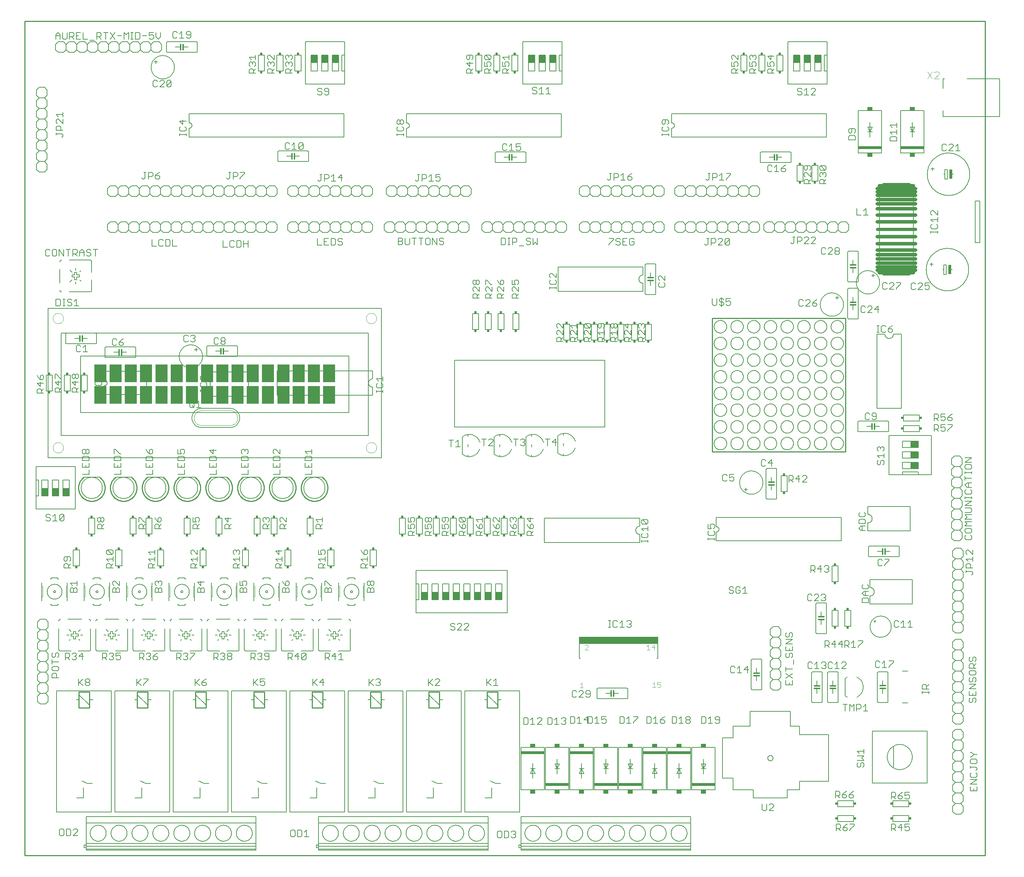
<source format=gbr>
G75*
%MOIN*%
%OFA0B0*%
%FSLAX24Y24*%
%IPPOS*%
%LPD*%
%AMOC8*
5,1,8,0,0,1.08239X$1,22.5*
%
%ADD10C,0.0100*%
%ADD11C,0.0060*%
%ADD12C,0.0070*%
%ADD13R,0.0197X0.0220*%
%ADD14C,0.0080*%
%ADD15C,0.0020*%
%ADD16R,0.1161X0.1713*%
%ADD17C,0.0000*%
%ADD18C,0.0120*%
%ADD19C,0.0050*%
%ADD20R,0.0600X0.0750*%
%ADD21R,0.0750X0.0600*%
%ADD22R,0.0220X0.0197*%
%ADD23C,0.0040*%
%ADD24R,0.0250X0.0900*%
%ADD25C,0.0320*%
%ADD26C,0.0300*%
%ADD27R,0.2200X0.0300*%
%ADD28R,0.0500X0.0350*%
%ADD29R,0.7461X0.0659*%
D10*
X002450Y003050D02*
X002450Y081790D01*
X093001Y081790D01*
X093001Y003050D01*
X002450Y003050D01*
X007530Y017010D02*
X007530Y017750D01*
X007530Y018240D01*
X007530Y018490D01*
X008520Y018490D01*
X008520Y017750D01*
X008520Y017260D01*
X008520Y017010D01*
X007530Y017010D01*
X013030Y017010D02*
X013030Y017750D01*
X013030Y018240D01*
X013030Y018490D01*
X014020Y018490D01*
X014020Y017750D01*
X014020Y017260D01*
X014020Y017010D01*
X013030Y017010D01*
X018530Y017010D02*
X018530Y017750D01*
X018530Y018240D01*
X018530Y018490D01*
X019520Y018490D01*
X019520Y017750D01*
X019520Y017260D01*
X019520Y017010D01*
X018530Y017010D01*
X024030Y017010D02*
X024030Y017750D01*
X024030Y018240D01*
X024030Y018490D01*
X025020Y018490D01*
X025020Y017750D01*
X025020Y017260D01*
X025020Y017010D01*
X024030Y017010D01*
X029530Y017010D02*
X029530Y017750D01*
X029530Y018240D01*
X029530Y018490D01*
X030520Y018490D01*
X030520Y017750D01*
X030520Y017260D01*
X030520Y017010D01*
X029530Y017010D01*
X035030Y017010D02*
X035030Y017750D01*
X035030Y018240D01*
X035030Y018490D01*
X036020Y018490D01*
X036020Y017750D01*
X036020Y017260D01*
X036020Y017010D01*
X035030Y017010D01*
X040530Y017010D02*
X040530Y017750D01*
X040530Y018240D01*
X040530Y018490D01*
X041520Y018490D01*
X041520Y017750D01*
X041520Y017260D01*
X041520Y017010D01*
X040530Y017010D01*
X046030Y017010D02*
X046030Y017750D01*
X046030Y018240D01*
X046030Y018490D01*
X047020Y018490D01*
X047020Y017750D01*
X047020Y017260D01*
X047020Y017010D01*
X046030Y017010D01*
X030500Y038750D02*
X030554Y038707D01*
X030606Y038661D01*
X030655Y038612D01*
X030702Y038560D01*
X030745Y038506D01*
X030786Y038450D01*
X030823Y038391D01*
X030857Y038331D01*
X030887Y038268D01*
X030914Y038205D01*
X030938Y038139D01*
X030958Y038073D01*
X030974Y038005D01*
X030986Y037937D01*
X030994Y037868D01*
X030999Y037799D01*
X031000Y037729D01*
X030997Y037660D01*
X030990Y037591D01*
X030979Y037523D01*
X030965Y037455D01*
X030946Y037388D01*
X030924Y037322D01*
X030899Y037257D01*
X030870Y037194D01*
X030837Y037133D01*
X030801Y037074D01*
X030762Y037017D01*
X030720Y036961D01*
X030675Y036909D01*
X030627Y036859D01*
X030576Y036812D01*
X030522Y036767D01*
X030467Y036726D01*
X030409Y036688D01*
X030349Y036653D01*
X030287Y036621D01*
X030224Y036593D01*
X030159Y036569D01*
X030093Y036548D01*
X030025Y036531D01*
X029957Y036517D01*
X029888Y036508D01*
X029819Y036502D01*
X029750Y036500D01*
X029681Y036502D01*
X029612Y036508D01*
X029543Y036517D01*
X029475Y036531D01*
X029407Y036548D01*
X029341Y036569D01*
X029276Y036593D01*
X029213Y036621D01*
X029151Y036653D01*
X029091Y036688D01*
X029033Y036726D01*
X028978Y036767D01*
X028924Y036812D01*
X028873Y036859D01*
X028825Y036909D01*
X028780Y036961D01*
X028738Y037017D01*
X028699Y037074D01*
X028663Y037133D01*
X028630Y037194D01*
X028601Y037257D01*
X028576Y037322D01*
X028554Y037388D01*
X028535Y037455D01*
X028521Y037523D01*
X028510Y037591D01*
X028503Y037660D01*
X028500Y037729D01*
X028501Y037799D01*
X028506Y037868D01*
X028514Y037937D01*
X028526Y038005D01*
X028542Y038073D01*
X028562Y038139D01*
X028586Y038205D01*
X028613Y038268D01*
X028643Y038331D01*
X028677Y038391D01*
X028714Y038450D01*
X028755Y038506D01*
X028798Y038560D01*
X028845Y038612D01*
X028894Y038661D01*
X028946Y038707D01*
X029000Y038750D01*
X027500Y038750D02*
X027554Y038707D01*
X027606Y038661D01*
X027655Y038612D01*
X027702Y038560D01*
X027745Y038506D01*
X027786Y038450D01*
X027823Y038391D01*
X027857Y038331D01*
X027887Y038268D01*
X027914Y038205D01*
X027938Y038139D01*
X027958Y038073D01*
X027974Y038005D01*
X027986Y037937D01*
X027994Y037868D01*
X027999Y037799D01*
X028000Y037729D01*
X027997Y037660D01*
X027990Y037591D01*
X027979Y037523D01*
X027965Y037455D01*
X027946Y037388D01*
X027924Y037322D01*
X027899Y037257D01*
X027870Y037194D01*
X027837Y037133D01*
X027801Y037074D01*
X027762Y037017D01*
X027720Y036961D01*
X027675Y036909D01*
X027627Y036859D01*
X027576Y036812D01*
X027522Y036767D01*
X027467Y036726D01*
X027409Y036688D01*
X027349Y036653D01*
X027287Y036621D01*
X027224Y036593D01*
X027159Y036569D01*
X027093Y036548D01*
X027025Y036531D01*
X026957Y036517D01*
X026888Y036508D01*
X026819Y036502D01*
X026750Y036500D01*
X026681Y036502D01*
X026612Y036508D01*
X026543Y036517D01*
X026475Y036531D01*
X026407Y036548D01*
X026341Y036569D01*
X026276Y036593D01*
X026213Y036621D01*
X026151Y036653D01*
X026091Y036688D01*
X026033Y036726D01*
X025978Y036767D01*
X025924Y036812D01*
X025873Y036859D01*
X025825Y036909D01*
X025780Y036961D01*
X025738Y037017D01*
X025699Y037074D01*
X025663Y037133D01*
X025630Y037194D01*
X025601Y037257D01*
X025576Y037322D01*
X025554Y037388D01*
X025535Y037455D01*
X025521Y037523D01*
X025510Y037591D01*
X025503Y037660D01*
X025500Y037729D01*
X025501Y037799D01*
X025506Y037868D01*
X025514Y037937D01*
X025526Y038005D01*
X025542Y038073D01*
X025562Y038139D01*
X025586Y038205D01*
X025613Y038268D01*
X025643Y038331D01*
X025677Y038391D01*
X025714Y038450D01*
X025755Y038506D01*
X025798Y038560D01*
X025845Y038612D01*
X025894Y038661D01*
X025946Y038707D01*
X026000Y038750D01*
X024500Y038750D02*
X024554Y038707D01*
X024606Y038661D01*
X024655Y038612D01*
X024702Y038560D01*
X024745Y038506D01*
X024786Y038450D01*
X024823Y038391D01*
X024857Y038331D01*
X024887Y038268D01*
X024914Y038205D01*
X024938Y038139D01*
X024958Y038073D01*
X024974Y038005D01*
X024986Y037937D01*
X024994Y037868D01*
X024999Y037799D01*
X025000Y037729D01*
X024997Y037660D01*
X024990Y037591D01*
X024979Y037523D01*
X024965Y037455D01*
X024946Y037388D01*
X024924Y037322D01*
X024899Y037257D01*
X024870Y037194D01*
X024837Y037133D01*
X024801Y037074D01*
X024762Y037017D01*
X024720Y036961D01*
X024675Y036909D01*
X024627Y036859D01*
X024576Y036812D01*
X024522Y036767D01*
X024467Y036726D01*
X024409Y036688D01*
X024349Y036653D01*
X024287Y036621D01*
X024224Y036593D01*
X024159Y036569D01*
X024093Y036548D01*
X024025Y036531D01*
X023957Y036517D01*
X023888Y036508D01*
X023819Y036502D01*
X023750Y036500D01*
X023681Y036502D01*
X023612Y036508D01*
X023543Y036517D01*
X023475Y036531D01*
X023407Y036548D01*
X023341Y036569D01*
X023276Y036593D01*
X023213Y036621D01*
X023151Y036653D01*
X023091Y036688D01*
X023033Y036726D01*
X022978Y036767D01*
X022924Y036812D01*
X022873Y036859D01*
X022825Y036909D01*
X022780Y036961D01*
X022738Y037017D01*
X022699Y037074D01*
X022663Y037133D01*
X022630Y037194D01*
X022601Y037257D01*
X022576Y037322D01*
X022554Y037388D01*
X022535Y037455D01*
X022521Y037523D01*
X022510Y037591D01*
X022503Y037660D01*
X022500Y037729D01*
X022501Y037799D01*
X022506Y037868D01*
X022514Y037937D01*
X022526Y038005D01*
X022542Y038073D01*
X022562Y038139D01*
X022586Y038205D01*
X022613Y038268D01*
X022643Y038331D01*
X022677Y038391D01*
X022714Y038450D01*
X022755Y038506D01*
X022798Y038560D01*
X022845Y038612D01*
X022894Y038661D01*
X022946Y038707D01*
X023000Y038750D01*
X021500Y038750D02*
X021554Y038707D01*
X021606Y038661D01*
X021655Y038612D01*
X021702Y038560D01*
X021745Y038506D01*
X021786Y038450D01*
X021823Y038391D01*
X021857Y038331D01*
X021887Y038268D01*
X021914Y038205D01*
X021938Y038139D01*
X021958Y038073D01*
X021974Y038005D01*
X021986Y037937D01*
X021994Y037868D01*
X021999Y037799D01*
X022000Y037729D01*
X021997Y037660D01*
X021990Y037591D01*
X021979Y037523D01*
X021965Y037455D01*
X021946Y037388D01*
X021924Y037322D01*
X021899Y037257D01*
X021870Y037194D01*
X021837Y037133D01*
X021801Y037074D01*
X021762Y037017D01*
X021720Y036961D01*
X021675Y036909D01*
X021627Y036859D01*
X021576Y036812D01*
X021522Y036767D01*
X021467Y036726D01*
X021409Y036688D01*
X021349Y036653D01*
X021287Y036621D01*
X021224Y036593D01*
X021159Y036569D01*
X021093Y036548D01*
X021025Y036531D01*
X020957Y036517D01*
X020888Y036508D01*
X020819Y036502D01*
X020750Y036500D01*
X020681Y036502D01*
X020612Y036508D01*
X020543Y036517D01*
X020475Y036531D01*
X020407Y036548D01*
X020341Y036569D01*
X020276Y036593D01*
X020213Y036621D01*
X020151Y036653D01*
X020091Y036688D01*
X020033Y036726D01*
X019978Y036767D01*
X019924Y036812D01*
X019873Y036859D01*
X019825Y036909D01*
X019780Y036961D01*
X019738Y037017D01*
X019699Y037074D01*
X019663Y037133D01*
X019630Y037194D01*
X019601Y037257D01*
X019576Y037322D01*
X019554Y037388D01*
X019535Y037455D01*
X019521Y037523D01*
X019510Y037591D01*
X019503Y037660D01*
X019500Y037729D01*
X019501Y037799D01*
X019506Y037868D01*
X019514Y037937D01*
X019526Y038005D01*
X019542Y038073D01*
X019562Y038139D01*
X019586Y038205D01*
X019613Y038268D01*
X019643Y038331D01*
X019677Y038391D01*
X019714Y038450D01*
X019755Y038506D01*
X019798Y038560D01*
X019845Y038612D01*
X019894Y038661D01*
X019946Y038707D01*
X020000Y038750D01*
X018500Y038750D02*
X018554Y038707D01*
X018606Y038661D01*
X018655Y038612D01*
X018702Y038560D01*
X018745Y038506D01*
X018786Y038450D01*
X018823Y038391D01*
X018857Y038331D01*
X018887Y038268D01*
X018914Y038205D01*
X018938Y038139D01*
X018958Y038073D01*
X018974Y038005D01*
X018986Y037937D01*
X018994Y037868D01*
X018999Y037799D01*
X019000Y037729D01*
X018997Y037660D01*
X018990Y037591D01*
X018979Y037523D01*
X018965Y037455D01*
X018946Y037388D01*
X018924Y037322D01*
X018899Y037257D01*
X018870Y037194D01*
X018837Y037133D01*
X018801Y037074D01*
X018762Y037017D01*
X018720Y036961D01*
X018675Y036909D01*
X018627Y036859D01*
X018576Y036812D01*
X018522Y036767D01*
X018467Y036726D01*
X018409Y036688D01*
X018349Y036653D01*
X018287Y036621D01*
X018224Y036593D01*
X018159Y036569D01*
X018093Y036548D01*
X018025Y036531D01*
X017957Y036517D01*
X017888Y036508D01*
X017819Y036502D01*
X017750Y036500D01*
X017681Y036502D01*
X017612Y036508D01*
X017543Y036517D01*
X017475Y036531D01*
X017407Y036548D01*
X017341Y036569D01*
X017276Y036593D01*
X017213Y036621D01*
X017151Y036653D01*
X017091Y036688D01*
X017033Y036726D01*
X016978Y036767D01*
X016924Y036812D01*
X016873Y036859D01*
X016825Y036909D01*
X016780Y036961D01*
X016738Y037017D01*
X016699Y037074D01*
X016663Y037133D01*
X016630Y037194D01*
X016601Y037257D01*
X016576Y037322D01*
X016554Y037388D01*
X016535Y037455D01*
X016521Y037523D01*
X016510Y037591D01*
X016503Y037660D01*
X016500Y037729D01*
X016501Y037799D01*
X016506Y037868D01*
X016514Y037937D01*
X016526Y038005D01*
X016542Y038073D01*
X016562Y038139D01*
X016586Y038205D01*
X016613Y038268D01*
X016643Y038331D01*
X016677Y038391D01*
X016714Y038450D01*
X016755Y038506D01*
X016798Y038560D01*
X016845Y038612D01*
X016894Y038661D01*
X016946Y038707D01*
X017000Y038750D01*
X015500Y038750D02*
X015554Y038707D01*
X015606Y038661D01*
X015655Y038612D01*
X015702Y038560D01*
X015745Y038506D01*
X015786Y038450D01*
X015823Y038391D01*
X015857Y038331D01*
X015887Y038268D01*
X015914Y038205D01*
X015938Y038139D01*
X015958Y038073D01*
X015974Y038005D01*
X015986Y037937D01*
X015994Y037868D01*
X015999Y037799D01*
X016000Y037729D01*
X015997Y037660D01*
X015990Y037591D01*
X015979Y037523D01*
X015965Y037455D01*
X015946Y037388D01*
X015924Y037322D01*
X015899Y037257D01*
X015870Y037194D01*
X015837Y037133D01*
X015801Y037074D01*
X015762Y037017D01*
X015720Y036961D01*
X015675Y036909D01*
X015627Y036859D01*
X015576Y036812D01*
X015522Y036767D01*
X015467Y036726D01*
X015409Y036688D01*
X015349Y036653D01*
X015287Y036621D01*
X015224Y036593D01*
X015159Y036569D01*
X015093Y036548D01*
X015025Y036531D01*
X014957Y036517D01*
X014888Y036508D01*
X014819Y036502D01*
X014750Y036500D01*
X014681Y036502D01*
X014612Y036508D01*
X014543Y036517D01*
X014475Y036531D01*
X014407Y036548D01*
X014341Y036569D01*
X014276Y036593D01*
X014213Y036621D01*
X014151Y036653D01*
X014091Y036688D01*
X014033Y036726D01*
X013978Y036767D01*
X013924Y036812D01*
X013873Y036859D01*
X013825Y036909D01*
X013780Y036961D01*
X013738Y037017D01*
X013699Y037074D01*
X013663Y037133D01*
X013630Y037194D01*
X013601Y037257D01*
X013576Y037322D01*
X013554Y037388D01*
X013535Y037455D01*
X013521Y037523D01*
X013510Y037591D01*
X013503Y037660D01*
X013500Y037729D01*
X013501Y037799D01*
X013506Y037868D01*
X013514Y037937D01*
X013526Y038005D01*
X013542Y038073D01*
X013562Y038139D01*
X013586Y038205D01*
X013613Y038268D01*
X013643Y038331D01*
X013677Y038391D01*
X013714Y038450D01*
X013755Y038506D01*
X013798Y038560D01*
X013845Y038612D01*
X013894Y038661D01*
X013946Y038707D01*
X014000Y038750D01*
X012500Y038750D02*
X012554Y038707D01*
X012606Y038661D01*
X012655Y038612D01*
X012702Y038560D01*
X012745Y038506D01*
X012786Y038450D01*
X012823Y038391D01*
X012857Y038331D01*
X012887Y038268D01*
X012914Y038205D01*
X012938Y038139D01*
X012958Y038073D01*
X012974Y038005D01*
X012986Y037937D01*
X012994Y037868D01*
X012999Y037799D01*
X013000Y037729D01*
X012997Y037660D01*
X012990Y037591D01*
X012979Y037523D01*
X012965Y037455D01*
X012946Y037388D01*
X012924Y037322D01*
X012899Y037257D01*
X012870Y037194D01*
X012837Y037133D01*
X012801Y037074D01*
X012762Y037017D01*
X012720Y036961D01*
X012675Y036909D01*
X012627Y036859D01*
X012576Y036812D01*
X012522Y036767D01*
X012467Y036726D01*
X012409Y036688D01*
X012349Y036653D01*
X012287Y036621D01*
X012224Y036593D01*
X012159Y036569D01*
X012093Y036548D01*
X012025Y036531D01*
X011957Y036517D01*
X011888Y036508D01*
X011819Y036502D01*
X011750Y036500D01*
X011681Y036502D01*
X011612Y036508D01*
X011543Y036517D01*
X011475Y036531D01*
X011407Y036548D01*
X011341Y036569D01*
X011276Y036593D01*
X011213Y036621D01*
X011151Y036653D01*
X011091Y036688D01*
X011033Y036726D01*
X010978Y036767D01*
X010924Y036812D01*
X010873Y036859D01*
X010825Y036909D01*
X010780Y036961D01*
X010738Y037017D01*
X010699Y037074D01*
X010663Y037133D01*
X010630Y037194D01*
X010601Y037257D01*
X010576Y037322D01*
X010554Y037388D01*
X010535Y037455D01*
X010521Y037523D01*
X010510Y037591D01*
X010503Y037660D01*
X010500Y037729D01*
X010501Y037799D01*
X010506Y037868D01*
X010514Y037937D01*
X010526Y038005D01*
X010542Y038073D01*
X010562Y038139D01*
X010586Y038205D01*
X010613Y038268D01*
X010643Y038331D01*
X010677Y038391D01*
X010714Y038450D01*
X010755Y038506D01*
X010798Y038560D01*
X010845Y038612D01*
X010894Y038661D01*
X010946Y038707D01*
X011000Y038750D01*
X009500Y038750D02*
X009554Y038707D01*
X009606Y038661D01*
X009655Y038612D01*
X009702Y038560D01*
X009745Y038506D01*
X009786Y038450D01*
X009823Y038391D01*
X009857Y038331D01*
X009887Y038268D01*
X009914Y038205D01*
X009938Y038139D01*
X009958Y038073D01*
X009974Y038005D01*
X009986Y037937D01*
X009994Y037868D01*
X009999Y037799D01*
X010000Y037729D01*
X009997Y037660D01*
X009990Y037591D01*
X009979Y037523D01*
X009965Y037455D01*
X009946Y037388D01*
X009924Y037322D01*
X009899Y037257D01*
X009870Y037194D01*
X009837Y037133D01*
X009801Y037074D01*
X009762Y037017D01*
X009720Y036961D01*
X009675Y036909D01*
X009627Y036859D01*
X009576Y036812D01*
X009522Y036767D01*
X009467Y036726D01*
X009409Y036688D01*
X009349Y036653D01*
X009287Y036621D01*
X009224Y036593D01*
X009159Y036569D01*
X009093Y036548D01*
X009025Y036531D01*
X008957Y036517D01*
X008888Y036508D01*
X008819Y036502D01*
X008750Y036500D01*
X008681Y036502D01*
X008612Y036508D01*
X008543Y036517D01*
X008475Y036531D01*
X008407Y036548D01*
X008341Y036569D01*
X008276Y036593D01*
X008213Y036621D01*
X008151Y036653D01*
X008091Y036688D01*
X008033Y036726D01*
X007978Y036767D01*
X007924Y036812D01*
X007873Y036859D01*
X007825Y036909D01*
X007780Y036961D01*
X007738Y037017D01*
X007699Y037074D01*
X007663Y037133D01*
X007630Y037194D01*
X007601Y037257D01*
X007576Y037322D01*
X007554Y037388D01*
X007535Y037455D01*
X007521Y037523D01*
X007510Y037591D01*
X007503Y037660D01*
X007500Y037729D01*
X007501Y037799D01*
X007506Y037868D01*
X007514Y037937D01*
X007526Y038005D01*
X007542Y038073D01*
X007562Y038139D01*
X007586Y038205D01*
X007613Y038268D01*
X007643Y038331D01*
X007677Y038391D01*
X007714Y038450D01*
X007755Y038506D01*
X007798Y038560D01*
X007845Y038612D01*
X007894Y038661D01*
X007946Y038707D01*
X008000Y038750D01*
X067251Y041151D02*
X079849Y041151D01*
X079849Y053749D01*
X067251Y053749D01*
X067251Y041151D01*
D11*
X070450Y037750D02*
X070450Y037600D01*
X070300Y037600D01*
X070450Y037600D02*
X070600Y037600D01*
X070450Y037600D02*
X070450Y037450D01*
X069850Y038250D02*
X069852Y038316D01*
X069858Y038381D01*
X069868Y038446D01*
X069881Y038511D01*
X069899Y038574D01*
X069920Y038637D01*
X069945Y038697D01*
X069974Y038757D01*
X070006Y038814D01*
X070041Y038870D01*
X070080Y038923D01*
X070122Y038974D01*
X070166Y039022D01*
X070214Y039067D01*
X070264Y039110D01*
X070317Y039149D01*
X070372Y039186D01*
X070429Y039219D01*
X070488Y039248D01*
X070548Y039274D01*
X070610Y039296D01*
X070673Y039315D01*
X070737Y039329D01*
X070802Y039340D01*
X070868Y039347D01*
X070934Y039350D01*
X070999Y039349D01*
X071065Y039344D01*
X071130Y039335D01*
X071195Y039322D01*
X071258Y039306D01*
X071321Y039286D01*
X071382Y039261D01*
X071442Y039234D01*
X071500Y039203D01*
X071556Y039168D01*
X071610Y039130D01*
X071661Y039089D01*
X071710Y039045D01*
X071756Y038998D01*
X071800Y038949D01*
X071840Y038897D01*
X071877Y038842D01*
X071911Y038786D01*
X071941Y038727D01*
X071968Y038667D01*
X071991Y038606D01*
X072010Y038543D01*
X072026Y038479D01*
X072038Y038414D01*
X072046Y038349D01*
X072050Y038283D01*
X072050Y038217D01*
X072046Y038151D01*
X072038Y038086D01*
X072026Y038021D01*
X072010Y037957D01*
X071991Y037894D01*
X071968Y037833D01*
X071941Y037773D01*
X071911Y037714D01*
X071877Y037658D01*
X071840Y037603D01*
X071800Y037551D01*
X071756Y037502D01*
X071710Y037455D01*
X071661Y037411D01*
X071610Y037370D01*
X071556Y037332D01*
X071500Y037297D01*
X071442Y037266D01*
X071382Y037239D01*
X071321Y037214D01*
X071258Y037194D01*
X071195Y037178D01*
X071130Y037165D01*
X071065Y037156D01*
X070999Y037151D01*
X070934Y037150D01*
X070868Y037153D01*
X070802Y037160D01*
X070737Y037171D01*
X070673Y037185D01*
X070610Y037204D01*
X070548Y037226D01*
X070488Y037252D01*
X070429Y037281D01*
X070372Y037314D01*
X070317Y037351D01*
X070264Y037390D01*
X070214Y037433D01*
X070166Y037478D01*
X070122Y037526D01*
X070080Y037577D01*
X070041Y037630D01*
X070006Y037686D01*
X069974Y037743D01*
X069945Y037803D01*
X069920Y037863D01*
X069899Y037926D01*
X069881Y037989D01*
X069868Y038054D01*
X069858Y038119D01*
X069852Y038184D01*
X069850Y038250D01*
X072350Y039500D02*
X072350Y036800D01*
X072352Y036783D01*
X072356Y036766D01*
X072363Y036750D01*
X072373Y036736D01*
X072386Y036723D01*
X072400Y036713D01*
X072416Y036706D01*
X072433Y036702D01*
X072450Y036700D01*
X073250Y036700D01*
X073267Y036702D01*
X073284Y036706D01*
X073300Y036713D01*
X073314Y036723D01*
X073327Y036736D01*
X073337Y036750D01*
X073344Y036766D01*
X073348Y036783D01*
X073350Y036800D01*
X073350Y039500D01*
X073348Y039517D01*
X073344Y039534D01*
X073337Y039550D01*
X073327Y039564D01*
X073314Y039577D01*
X073300Y039587D01*
X073284Y039594D01*
X073267Y039598D01*
X073250Y039600D01*
X072450Y039600D01*
X072433Y039598D01*
X072416Y039594D01*
X072400Y039587D01*
X072386Y039577D01*
X072373Y039564D01*
X072363Y039550D01*
X072356Y039534D01*
X072352Y039517D01*
X072350Y039500D01*
X072850Y038750D02*
X072850Y038280D01*
X072850Y038030D02*
X072850Y037550D01*
X073755Y037400D02*
X074345Y037400D01*
X074345Y038900D01*
X073755Y038900D01*
X073755Y037400D01*
X079450Y034950D02*
X079450Y032750D01*
X067650Y032750D01*
X067650Y033600D01*
X067680Y033602D01*
X067710Y033607D01*
X067739Y033616D01*
X067766Y033629D01*
X067792Y033644D01*
X067816Y033663D01*
X067837Y033684D01*
X067856Y033708D01*
X067871Y033734D01*
X067884Y033761D01*
X067893Y033790D01*
X067898Y033820D01*
X067900Y033850D01*
X067898Y033880D01*
X067893Y033910D01*
X067884Y033939D01*
X067871Y033966D01*
X067856Y033992D01*
X067837Y034016D01*
X067816Y034037D01*
X067792Y034056D01*
X067766Y034071D01*
X067739Y034084D01*
X067710Y034093D01*
X067680Y034098D01*
X067650Y034100D01*
X067650Y034950D01*
X079450Y034950D01*
X081950Y035250D02*
X081989Y035248D01*
X082028Y035242D01*
X082066Y035233D01*
X082103Y035220D01*
X082139Y035203D01*
X082172Y035183D01*
X082204Y035159D01*
X082233Y035133D01*
X082259Y035104D01*
X082283Y035072D01*
X082303Y035039D01*
X082320Y035003D01*
X082333Y034966D01*
X082342Y034928D01*
X082348Y034889D01*
X082350Y034850D01*
X082348Y034811D01*
X082342Y034772D01*
X082333Y034734D01*
X082320Y034697D01*
X082303Y034661D01*
X082283Y034628D01*
X082259Y034596D01*
X082233Y034567D01*
X082204Y034541D01*
X082172Y034517D01*
X082139Y034497D01*
X082103Y034480D01*
X082066Y034467D01*
X082028Y034458D01*
X081989Y034452D01*
X081950Y034450D01*
X081950Y033700D01*
X085950Y033700D01*
X085950Y036000D01*
X081950Y036000D01*
X081950Y035250D01*
X082100Y032250D02*
X084800Y032250D01*
X084817Y032248D01*
X084834Y032244D01*
X084850Y032237D01*
X084864Y032227D01*
X084877Y032214D01*
X084887Y032200D01*
X084894Y032184D01*
X084898Y032167D01*
X084900Y032150D01*
X084900Y031350D01*
X084898Y031333D01*
X084894Y031316D01*
X084887Y031300D01*
X084877Y031286D01*
X084864Y031273D01*
X084850Y031263D01*
X084834Y031256D01*
X084817Y031252D01*
X084800Y031250D01*
X082100Y031250D01*
X082083Y031252D01*
X082066Y031256D01*
X082050Y031263D01*
X082036Y031273D01*
X082023Y031286D01*
X082013Y031300D01*
X082006Y031316D01*
X082002Y031333D01*
X082000Y031350D01*
X082000Y032150D01*
X082002Y032167D01*
X082006Y032184D01*
X082013Y032200D01*
X082023Y032214D01*
X082036Y032227D01*
X082050Y032237D01*
X082066Y032244D01*
X082083Y032248D01*
X082100Y032250D01*
X082850Y031750D02*
X083330Y031750D01*
X083580Y031750D02*
X084050Y031750D01*
X082150Y029100D02*
X082150Y028350D01*
X082189Y028348D01*
X082228Y028342D01*
X082266Y028333D01*
X082303Y028320D01*
X082339Y028303D01*
X082372Y028283D01*
X082404Y028259D01*
X082433Y028233D01*
X082459Y028204D01*
X082483Y028172D01*
X082503Y028139D01*
X082520Y028103D01*
X082533Y028066D01*
X082542Y028028D01*
X082548Y027989D01*
X082550Y027950D01*
X082548Y027911D01*
X082542Y027872D01*
X082533Y027834D01*
X082520Y027797D01*
X082503Y027761D01*
X082483Y027728D01*
X082459Y027696D01*
X082433Y027667D01*
X082404Y027641D01*
X082372Y027617D01*
X082339Y027597D01*
X082303Y027580D01*
X082266Y027567D01*
X082228Y027558D01*
X082189Y027552D01*
X082150Y027550D01*
X082150Y026800D01*
X086150Y026800D01*
X086150Y029100D01*
X082150Y029100D01*
X079145Y028900D02*
X078555Y028900D01*
X078555Y030400D01*
X079145Y030400D01*
X079145Y028900D01*
X077950Y026900D02*
X077150Y026900D01*
X077133Y026898D01*
X077116Y026894D01*
X077100Y026887D01*
X077086Y026877D01*
X077073Y026864D01*
X077063Y026850D01*
X077056Y026834D01*
X077052Y026817D01*
X077050Y026800D01*
X077050Y024100D01*
X077052Y024083D01*
X077056Y024066D01*
X077063Y024050D01*
X077073Y024036D01*
X077086Y024023D01*
X077100Y024013D01*
X077116Y024006D01*
X077133Y024002D01*
X077150Y024000D01*
X077950Y024000D01*
X077967Y024002D01*
X077984Y024006D01*
X078000Y024013D01*
X078014Y024023D01*
X078027Y024036D01*
X078037Y024050D01*
X078044Y024066D01*
X078048Y024083D01*
X078050Y024100D01*
X078050Y026800D01*
X078048Y026817D01*
X078044Y026834D01*
X078037Y026850D01*
X078027Y026864D01*
X078014Y026877D01*
X078000Y026887D01*
X077984Y026894D01*
X077967Y026898D01*
X077950Y026900D01*
X078555Y026200D02*
X079145Y026200D01*
X079145Y024700D01*
X078555Y024700D01*
X078555Y026200D01*
X077550Y026050D02*
X077550Y025580D01*
X077550Y025330D02*
X077550Y024850D01*
X079755Y024700D02*
X079755Y026200D01*
X080345Y026200D01*
X080345Y024700D01*
X079755Y024700D01*
X082500Y025150D02*
X082600Y025150D01*
X082600Y025250D01*
X082600Y025150D02*
X082700Y025150D01*
X082600Y025150D02*
X082600Y025050D01*
X082150Y024650D02*
X082152Y024713D01*
X082158Y024775D01*
X082168Y024837D01*
X082181Y024899D01*
X082199Y024959D01*
X082220Y025018D01*
X082245Y025076D01*
X082274Y025132D01*
X082306Y025186D01*
X082341Y025238D01*
X082379Y025287D01*
X082421Y025335D01*
X082465Y025379D01*
X082513Y025421D01*
X082562Y025459D01*
X082614Y025494D01*
X082668Y025526D01*
X082724Y025555D01*
X082782Y025580D01*
X082841Y025601D01*
X082901Y025619D01*
X082963Y025632D01*
X083025Y025642D01*
X083087Y025648D01*
X083150Y025650D01*
X083213Y025648D01*
X083275Y025642D01*
X083337Y025632D01*
X083399Y025619D01*
X083459Y025601D01*
X083518Y025580D01*
X083576Y025555D01*
X083632Y025526D01*
X083686Y025494D01*
X083738Y025459D01*
X083787Y025421D01*
X083835Y025379D01*
X083879Y025335D01*
X083921Y025287D01*
X083959Y025238D01*
X083994Y025186D01*
X084026Y025132D01*
X084055Y025076D01*
X084080Y025018D01*
X084101Y024959D01*
X084119Y024899D01*
X084132Y024837D01*
X084142Y024775D01*
X084148Y024713D01*
X084150Y024650D01*
X084148Y024587D01*
X084142Y024525D01*
X084132Y024463D01*
X084119Y024401D01*
X084101Y024341D01*
X084080Y024282D01*
X084055Y024224D01*
X084026Y024168D01*
X083994Y024114D01*
X083959Y024062D01*
X083921Y024013D01*
X083879Y023965D01*
X083835Y023921D01*
X083787Y023879D01*
X083738Y023841D01*
X083686Y023806D01*
X083632Y023774D01*
X083576Y023745D01*
X083518Y023720D01*
X083459Y023699D01*
X083399Y023681D01*
X083337Y023668D01*
X083275Y023658D01*
X083213Y023652D01*
X083150Y023650D01*
X083087Y023652D01*
X083025Y023658D01*
X082963Y023668D01*
X082901Y023681D01*
X082841Y023699D01*
X082782Y023720D01*
X082724Y023745D01*
X082668Y023774D01*
X082614Y023806D01*
X082562Y023841D01*
X082513Y023879D01*
X082465Y023921D01*
X082421Y023965D01*
X082379Y024013D01*
X082341Y024062D01*
X082306Y024114D01*
X082274Y024168D01*
X082245Y024224D01*
X082220Y024282D01*
X082199Y024341D01*
X082181Y024401D01*
X082168Y024463D01*
X082158Y024525D01*
X082152Y024587D01*
X082150Y024650D01*
X082950Y020400D02*
X083750Y020400D01*
X083767Y020398D01*
X083784Y020394D01*
X083800Y020387D01*
X083814Y020377D01*
X083827Y020364D01*
X083837Y020350D01*
X083844Y020334D01*
X083848Y020317D01*
X083850Y020300D01*
X083850Y017600D01*
X083848Y017583D01*
X083844Y017566D01*
X083837Y017550D01*
X083827Y017536D01*
X083814Y017523D01*
X083800Y017513D01*
X083784Y017506D01*
X083767Y017502D01*
X083750Y017500D01*
X082950Y017500D01*
X082933Y017502D01*
X082916Y017506D01*
X082900Y017513D01*
X082886Y017523D01*
X082873Y017536D01*
X082863Y017550D01*
X082856Y017566D01*
X082852Y017583D01*
X082850Y017600D01*
X082850Y020300D01*
X082852Y020317D01*
X082856Y020334D01*
X082863Y020350D01*
X082873Y020364D01*
X082886Y020377D01*
X082900Y020387D01*
X082916Y020394D01*
X082933Y020398D01*
X082950Y020400D01*
X083350Y019550D02*
X083350Y019080D01*
X083350Y018830D02*
X083350Y018350D01*
X079150Y017600D02*
X079150Y020300D01*
X079148Y020317D01*
X079144Y020334D01*
X079137Y020350D01*
X079127Y020364D01*
X079114Y020377D01*
X079100Y020387D01*
X079084Y020394D01*
X079067Y020398D01*
X079050Y020400D01*
X078250Y020400D01*
X078233Y020398D01*
X078216Y020394D01*
X078200Y020387D01*
X078186Y020377D01*
X078173Y020364D01*
X078163Y020350D01*
X078156Y020334D01*
X078152Y020317D01*
X078150Y020300D01*
X078150Y017600D01*
X078152Y017583D01*
X078156Y017566D01*
X078163Y017550D01*
X078173Y017536D01*
X078186Y017523D01*
X078200Y017513D01*
X078216Y017506D01*
X078233Y017502D01*
X078250Y017500D01*
X079050Y017500D01*
X079067Y017502D01*
X079084Y017506D01*
X079100Y017513D01*
X079114Y017523D01*
X079127Y017536D01*
X079137Y017550D01*
X079144Y017566D01*
X079148Y017583D01*
X079150Y017600D01*
X078650Y018350D02*
X078650Y018820D01*
X078650Y019070D02*
X078650Y019550D01*
X077650Y020300D02*
X077650Y017600D01*
X077648Y017583D01*
X077644Y017566D01*
X077637Y017550D01*
X077627Y017536D01*
X077614Y017523D01*
X077600Y017513D01*
X077584Y017506D01*
X077567Y017502D01*
X077550Y017500D01*
X076750Y017500D01*
X076733Y017502D01*
X076716Y017506D01*
X076700Y017513D01*
X076686Y017523D01*
X076673Y017536D01*
X076663Y017550D01*
X076656Y017566D01*
X076652Y017583D01*
X076650Y017600D01*
X076650Y020300D01*
X076652Y020317D01*
X076656Y020334D01*
X076663Y020350D01*
X076673Y020364D01*
X076686Y020377D01*
X076700Y020387D01*
X076716Y020394D01*
X076733Y020398D01*
X076750Y020400D01*
X077550Y020400D01*
X077567Y020398D01*
X077584Y020394D01*
X077600Y020387D01*
X077614Y020377D01*
X077627Y020364D01*
X077637Y020350D01*
X077644Y020334D01*
X077648Y020317D01*
X077650Y020300D01*
X077150Y019550D02*
X077150Y019070D01*
X077150Y018820D02*
X077150Y018350D01*
X073750Y018900D02*
X073500Y018650D01*
X073000Y018650D01*
X072750Y018900D01*
X072750Y019400D01*
X073000Y019650D01*
X072750Y019900D01*
X072750Y020400D01*
X073000Y020650D01*
X072750Y020900D01*
X072750Y021400D01*
X073000Y021650D01*
X072750Y021900D01*
X072750Y022400D01*
X073000Y022650D01*
X072750Y022900D01*
X072750Y023400D01*
X073000Y023650D01*
X072750Y023900D01*
X072750Y024400D01*
X073000Y024650D01*
X073500Y024650D01*
X073750Y024400D01*
X073750Y023900D01*
X073500Y023650D01*
X073750Y023400D01*
X073750Y022900D01*
X073500Y022650D01*
X073000Y022650D01*
X073500Y022650D02*
X073750Y022400D01*
X073750Y021900D01*
X073500Y021650D01*
X073750Y021400D01*
X073750Y020900D01*
X073500Y020650D01*
X073750Y020400D01*
X073750Y019900D01*
X073500Y019650D01*
X073000Y019650D01*
X073500Y019650D02*
X073750Y019400D01*
X073750Y018900D01*
X073500Y020650D02*
X073000Y020650D01*
X073000Y021650D02*
X073500Y021650D01*
X071950Y021500D02*
X071950Y018800D01*
X071948Y018783D01*
X071944Y018766D01*
X071937Y018750D01*
X071927Y018736D01*
X071914Y018723D01*
X071900Y018713D01*
X071884Y018706D01*
X071867Y018702D01*
X071850Y018700D01*
X071050Y018700D01*
X071033Y018702D01*
X071016Y018706D01*
X071000Y018713D01*
X070986Y018723D01*
X070973Y018736D01*
X070963Y018750D01*
X070956Y018766D01*
X070952Y018783D01*
X070950Y018800D01*
X070950Y021500D01*
X070952Y021517D01*
X070956Y021534D01*
X070963Y021550D01*
X070973Y021564D01*
X070986Y021577D01*
X071000Y021587D01*
X071016Y021594D01*
X071033Y021598D01*
X071050Y021600D01*
X071850Y021600D01*
X071867Y021598D01*
X071884Y021594D01*
X071900Y021587D01*
X071914Y021577D01*
X071927Y021564D01*
X071937Y021550D01*
X071944Y021534D01*
X071948Y021517D01*
X071950Y021500D01*
X071450Y020750D02*
X071450Y020270D01*
X071450Y020020D02*
X071450Y019550D01*
X073000Y023650D02*
X073500Y023650D01*
X062150Y023050D02*
X062150Y021650D01*
X062050Y021650D01*
X059200Y018850D02*
X056500Y018850D01*
X056483Y018848D01*
X056466Y018844D01*
X056450Y018837D01*
X056436Y018827D01*
X056423Y018814D01*
X056413Y018800D01*
X056406Y018784D01*
X056402Y018767D01*
X056400Y018750D01*
X056400Y017950D01*
X056402Y017933D01*
X056406Y017916D01*
X056413Y017900D01*
X056423Y017886D01*
X056436Y017873D01*
X056450Y017863D01*
X056466Y017856D01*
X056483Y017852D01*
X056500Y017850D01*
X059200Y017850D01*
X059217Y017852D01*
X059234Y017856D01*
X059250Y017863D01*
X059264Y017873D01*
X059277Y017886D01*
X059287Y017900D01*
X059294Y017916D01*
X059298Y017933D01*
X059300Y017950D01*
X059300Y018750D01*
X059298Y018767D01*
X059294Y018784D01*
X059287Y018800D01*
X059277Y018814D01*
X059264Y018827D01*
X059250Y018837D01*
X059234Y018844D01*
X059217Y018848D01*
X059200Y018850D01*
X058450Y018350D02*
X057970Y018350D01*
X057720Y018350D02*
X057250Y018350D01*
X054850Y021650D02*
X054750Y021650D01*
X054750Y023050D01*
X057480Y024580D02*
X057694Y024580D01*
X057587Y024580D02*
X057587Y025221D01*
X057480Y025221D02*
X057694Y025221D01*
X057910Y025114D02*
X057910Y024687D01*
X058016Y024580D01*
X058230Y024580D01*
X058337Y024687D01*
X058554Y024580D02*
X058981Y024580D01*
X058768Y024580D02*
X058768Y025221D01*
X058554Y025007D01*
X058337Y025114D02*
X058230Y025221D01*
X058016Y025221D01*
X057910Y025114D01*
X059199Y025114D02*
X059306Y025221D01*
X059519Y025221D01*
X059626Y025114D01*
X059626Y025007D01*
X059519Y024900D01*
X059626Y024794D01*
X059626Y024687D01*
X059519Y024580D01*
X059306Y024580D01*
X059199Y024687D01*
X059412Y024900D02*
X059519Y024900D01*
X060450Y032600D02*
X051450Y032600D01*
X051450Y034900D01*
X060450Y034900D01*
X060450Y034150D01*
X060411Y034148D01*
X060372Y034142D01*
X060334Y034133D01*
X060297Y034120D01*
X060261Y034103D01*
X060228Y034083D01*
X060196Y034059D01*
X060167Y034033D01*
X060141Y034004D01*
X060117Y033972D01*
X060097Y033939D01*
X060080Y033903D01*
X060067Y033866D01*
X060058Y033828D01*
X060052Y033789D01*
X060050Y033750D01*
X060052Y033711D01*
X060058Y033672D01*
X060067Y033634D01*
X060080Y033597D01*
X060097Y033561D01*
X060117Y033528D01*
X060141Y033496D01*
X060167Y033467D01*
X060196Y033441D01*
X060228Y033417D01*
X060261Y033397D01*
X060297Y033380D01*
X060334Y033367D01*
X060372Y033358D01*
X060411Y033352D01*
X060450Y033350D01*
X060450Y032600D01*
X049545Y033400D02*
X048955Y033400D01*
X048955Y034900D01*
X049545Y034900D01*
X049545Y033400D01*
X047945Y033400D02*
X047945Y034900D01*
X047355Y034900D01*
X047355Y033400D01*
X047945Y033400D01*
X046345Y033400D02*
X046345Y034900D01*
X045755Y034900D01*
X045755Y033400D01*
X046345Y033400D01*
X044745Y033400D02*
X044155Y033400D01*
X044155Y034900D01*
X044745Y034900D01*
X044745Y033400D01*
X043145Y033400D02*
X043145Y034900D01*
X042555Y034900D01*
X042555Y033400D01*
X043145Y033400D01*
X041545Y033400D02*
X040955Y033400D01*
X040955Y034900D01*
X041545Y034900D01*
X041545Y033400D01*
X039945Y033400D02*
X039945Y034900D01*
X039355Y034900D01*
X039355Y033400D01*
X039945Y033400D01*
X038345Y033400D02*
X037755Y033400D01*
X037755Y034900D01*
X038345Y034900D01*
X038345Y033400D01*
X035595Y031900D02*
X035595Y030400D01*
X035005Y030400D01*
X035005Y031900D01*
X035595Y031900D01*
X034450Y028800D02*
X034450Y028450D01*
X034450Y027450D01*
X034450Y027100D01*
X033650Y026750D02*
X033550Y026750D01*
X033550Y026650D01*
X032950Y026650D01*
X032950Y026750D01*
X032850Y026750D01*
X032050Y027100D02*
X032050Y027500D01*
X032050Y028450D01*
X032050Y028800D01*
X032850Y029150D02*
X032950Y029150D01*
X032950Y029250D01*
X033550Y029250D01*
X033550Y029150D01*
X033650Y029150D01*
X033150Y027950D02*
X033152Y027970D01*
X033158Y027988D01*
X033167Y028006D01*
X033179Y028021D01*
X033194Y028033D01*
X033212Y028042D01*
X033230Y028048D01*
X033250Y028050D01*
X033270Y028048D01*
X033288Y028042D01*
X033306Y028033D01*
X033321Y028021D01*
X033333Y028006D01*
X033342Y027988D01*
X033348Y027970D01*
X033350Y027950D01*
X033348Y027930D01*
X033342Y027912D01*
X033333Y027894D01*
X033321Y027879D01*
X033306Y027867D01*
X033288Y027858D01*
X033270Y027852D01*
X033250Y027850D01*
X033230Y027852D01*
X033212Y027858D01*
X033194Y027867D01*
X033179Y027879D01*
X033167Y027894D01*
X033158Y027912D01*
X033152Y027930D01*
X033150Y027950D01*
X032550Y027950D02*
X032552Y028002D01*
X032558Y028054D01*
X032568Y028106D01*
X032581Y028156D01*
X032598Y028206D01*
X032619Y028254D01*
X032644Y028300D01*
X032672Y028344D01*
X032703Y028386D01*
X032737Y028426D01*
X032774Y028463D01*
X032814Y028497D01*
X032856Y028528D01*
X032900Y028556D01*
X032946Y028581D01*
X032994Y028602D01*
X033044Y028619D01*
X033094Y028632D01*
X033146Y028642D01*
X033198Y028648D01*
X033250Y028650D01*
X033302Y028648D01*
X033354Y028642D01*
X033406Y028632D01*
X033456Y028619D01*
X033506Y028602D01*
X033554Y028581D01*
X033600Y028556D01*
X033644Y028528D01*
X033686Y028497D01*
X033726Y028463D01*
X033763Y028426D01*
X033797Y028386D01*
X033828Y028344D01*
X033856Y028300D01*
X033881Y028254D01*
X033902Y028206D01*
X033919Y028156D01*
X033932Y028106D01*
X033942Y028054D01*
X033948Y028002D01*
X033950Y027950D01*
X033948Y027898D01*
X033942Y027846D01*
X033932Y027794D01*
X033919Y027744D01*
X033902Y027694D01*
X033881Y027646D01*
X033856Y027600D01*
X033828Y027556D01*
X033797Y027514D01*
X033763Y027474D01*
X033726Y027437D01*
X033686Y027403D01*
X033644Y027372D01*
X033600Y027344D01*
X033554Y027319D01*
X033506Y027298D01*
X033456Y027281D01*
X033406Y027268D01*
X033354Y027258D01*
X033302Y027252D01*
X033250Y027250D01*
X033198Y027252D01*
X033146Y027258D01*
X033094Y027268D01*
X033044Y027281D01*
X032994Y027298D01*
X032946Y027319D01*
X032900Y027344D01*
X032856Y027372D01*
X032814Y027403D01*
X032774Y027437D01*
X032737Y027474D01*
X032703Y027514D01*
X032672Y027556D01*
X032644Y027600D01*
X032619Y027646D01*
X032598Y027694D01*
X032581Y027744D01*
X032568Y027794D01*
X032558Y027846D01*
X032552Y027898D01*
X032550Y027950D01*
X030450Y027450D02*
X030450Y028450D01*
X030450Y028800D01*
X029650Y029150D02*
X029550Y029150D01*
X029550Y029250D01*
X028950Y029250D01*
X028950Y029150D01*
X028850Y029150D01*
X028050Y028800D02*
X028050Y028450D01*
X028050Y027500D01*
X028050Y027100D01*
X028850Y026750D02*
X028950Y026750D01*
X028950Y026650D01*
X029550Y026650D01*
X029550Y026750D01*
X029650Y026750D01*
X030450Y027100D02*
X030450Y027450D01*
X029150Y027950D02*
X029152Y027970D01*
X029158Y027988D01*
X029167Y028006D01*
X029179Y028021D01*
X029194Y028033D01*
X029212Y028042D01*
X029230Y028048D01*
X029250Y028050D01*
X029270Y028048D01*
X029288Y028042D01*
X029306Y028033D01*
X029321Y028021D01*
X029333Y028006D01*
X029342Y027988D01*
X029348Y027970D01*
X029350Y027950D01*
X029348Y027930D01*
X029342Y027912D01*
X029333Y027894D01*
X029321Y027879D01*
X029306Y027867D01*
X029288Y027858D01*
X029270Y027852D01*
X029250Y027850D01*
X029230Y027852D01*
X029212Y027858D01*
X029194Y027867D01*
X029179Y027879D01*
X029167Y027894D01*
X029158Y027912D01*
X029152Y027930D01*
X029150Y027950D01*
X028550Y027950D02*
X028552Y028002D01*
X028558Y028054D01*
X028568Y028106D01*
X028581Y028156D01*
X028598Y028206D01*
X028619Y028254D01*
X028644Y028300D01*
X028672Y028344D01*
X028703Y028386D01*
X028737Y028426D01*
X028774Y028463D01*
X028814Y028497D01*
X028856Y028528D01*
X028900Y028556D01*
X028946Y028581D01*
X028994Y028602D01*
X029044Y028619D01*
X029094Y028632D01*
X029146Y028642D01*
X029198Y028648D01*
X029250Y028650D01*
X029302Y028648D01*
X029354Y028642D01*
X029406Y028632D01*
X029456Y028619D01*
X029506Y028602D01*
X029554Y028581D01*
X029600Y028556D01*
X029644Y028528D01*
X029686Y028497D01*
X029726Y028463D01*
X029763Y028426D01*
X029797Y028386D01*
X029828Y028344D01*
X029856Y028300D01*
X029881Y028254D01*
X029902Y028206D01*
X029919Y028156D01*
X029932Y028106D01*
X029942Y028054D01*
X029948Y028002D01*
X029950Y027950D01*
X029948Y027898D01*
X029942Y027846D01*
X029932Y027794D01*
X029919Y027744D01*
X029902Y027694D01*
X029881Y027646D01*
X029856Y027600D01*
X029828Y027556D01*
X029797Y027514D01*
X029763Y027474D01*
X029726Y027437D01*
X029686Y027403D01*
X029644Y027372D01*
X029600Y027344D01*
X029554Y027319D01*
X029506Y027298D01*
X029456Y027281D01*
X029406Y027268D01*
X029354Y027258D01*
X029302Y027252D01*
X029250Y027250D01*
X029198Y027252D01*
X029146Y027258D01*
X029094Y027268D01*
X029044Y027281D01*
X028994Y027298D01*
X028946Y027319D01*
X028900Y027344D01*
X028856Y027372D01*
X028814Y027403D01*
X028774Y027437D01*
X028737Y027474D01*
X028703Y027514D01*
X028672Y027556D01*
X028644Y027600D01*
X028619Y027646D01*
X028598Y027694D01*
X028581Y027744D01*
X028568Y027794D01*
X028558Y027846D01*
X028552Y027898D01*
X028550Y027950D01*
X026450Y027450D02*
X026450Y028450D01*
X026450Y028800D01*
X025650Y029150D02*
X025550Y029150D01*
X025550Y029250D01*
X024950Y029250D01*
X024950Y029150D01*
X024850Y029150D01*
X024050Y028800D02*
X024050Y028450D01*
X024050Y027500D01*
X024050Y027100D01*
X024850Y026750D02*
X024950Y026750D01*
X024950Y026650D01*
X025550Y026650D01*
X025550Y026750D01*
X025650Y026750D01*
X026450Y027100D02*
X026450Y027450D01*
X025150Y027950D02*
X025152Y027970D01*
X025158Y027988D01*
X025167Y028006D01*
X025179Y028021D01*
X025194Y028033D01*
X025212Y028042D01*
X025230Y028048D01*
X025250Y028050D01*
X025270Y028048D01*
X025288Y028042D01*
X025306Y028033D01*
X025321Y028021D01*
X025333Y028006D01*
X025342Y027988D01*
X025348Y027970D01*
X025350Y027950D01*
X025348Y027930D01*
X025342Y027912D01*
X025333Y027894D01*
X025321Y027879D01*
X025306Y027867D01*
X025288Y027858D01*
X025270Y027852D01*
X025250Y027850D01*
X025230Y027852D01*
X025212Y027858D01*
X025194Y027867D01*
X025179Y027879D01*
X025167Y027894D01*
X025158Y027912D01*
X025152Y027930D01*
X025150Y027950D01*
X024550Y027950D02*
X024552Y028002D01*
X024558Y028054D01*
X024568Y028106D01*
X024581Y028156D01*
X024598Y028206D01*
X024619Y028254D01*
X024644Y028300D01*
X024672Y028344D01*
X024703Y028386D01*
X024737Y028426D01*
X024774Y028463D01*
X024814Y028497D01*
X024856Y028528D01*
X024900Y028556D01*
X024946Y028581D01*
X024994Y028602D01*
X025044Y028619D01*
X025094Y028632D01*
X025146Y028642D01*
X025198Y028648D01*
X025250Y028650D01*
X025302Y028648D01*
X025354Y028642D01*
X025406Y028632D01*
X025456Y028619D01*
X025506Y028602D01*
X025554Y028581D01*
X025600Y028556D01*
X025644Y028528D01*
X025686Y028497D01*
X025726Y028463D01*
X025763Y028426D01*
X025797Y028386D01*
X025828Y028344D01*
X025856Y028300D01*
X025881Y028254D01*
X025902Y028206D01*
X025919Y028156D01*
X025932Y028106D01*
X025942Y028054D01*
X025948Y028002D01*
X025950Y027950D01*
X025948Y027898D01*
X025942Y027846D01*
X025932Y027794D01*
X025919Y027744D01*
X025902Y027694D01*
X025881Y027646D01*
X025856Y027600D01*
X025828Y027556D01*
X025797Y027514D01*
X025763Y027474D01*
X025726Y027437D01*
X025686Y027403D01*
X025644Y027372D01*
X025600Y027344D01*
X025554Y027319D01*
X025506Y027298D01*
X025456Y027281D01*
X025406Y027268D01*
X025354Y027258D01*
X025302Y027252D01*
X025250Y027250D01*
X025198Y027252D01*
X025146Y027258D01*
X025094Y027268D01*
X025044Y027281D01*
X024994Y027298D01*
X024946Y027319D01*
X024900Y027344D01*
X024856Y027372D01*
X024814Y027403D01*
X024774Y027437D01*
X024737Y027474D01*
X024703Y027514D01*
X024672Y027556D01*
X024644Y027600D01*
X024619Y027646D01*
X024598Y027694D01*
X024581Y027744D01*
X024568Y027794D01*
X024558Y027846D01*
X024552Y027898D01*
X024550Y027950D01*
X022450Y027450D02*
X022450Y028450D01*
X022450Y028800D01*
X021650Y029150D02*
X021550Y029150D01*
X021550Y029250D01*
X020950Y029250D01*
X020950Y029150D01*
X020850Y029150D01*
X020050Y028800D02*
X020050Y028450D01*
X020050Y027500D01*
X020050Y027100D01*
X020850Y026750D02*
X020950Y026750D01*
X020950Y026650D01*
X021550Y026650D01*
X021550Y026750D01*
X021650Y026750D01*
X022450Y027100D02*
X022450Y027450D01*
X021150Y027950D02*
X021152Y027970D01*
X021158Y027988D01*
X021167Y028006D01*
X021179Y028021D01*
X021194Y028033D01*
X021212Y028042D01*
X021230Y028048D01*
X021250Y028050D01*
X021270Y028048D01*
X021288Y028042D01*
X021306Y028033D01*
X021321Y028021D01*
X021333Y028006D01*
X021342Y027988D01*
X021348Y027970D01*
X021350Y027950D01*
X021348Y027930D01*
X021342Y027912D01*
X021333Y027894D01*
X021321Y027879D01*
X021306Y027867D01*
X021288Y027858D01*
X021270Y027852D01*
X021250Y027850D01*
X021230Y027852D01*
X021212Y027858D01*
X021194Y027867D01*
X021179Y027879D01*
X021167Y027894D01*
X021158Y027912D01*
X021152Y027930D01*
X021150Y027950D01*
X020550Y027950D02*
X020552Y028002D01*
X020558Y028054D01*
X020568Y028106D01*
X020581Y028156D01*
X020598Y028206D01*
X020619Y028254D01*
X020644Y028300D01*
X020672Y028344D01*
X020703Y028386D01*
X020737Y028426D01*
X020774Y028463D01*
X020814Y028497D01*
X020856Y028528D01*
X020900Y028556D01*
X020946Y028581D01*
X020994Y028602D01*
X021044Y028619D01*
X021094Y028632D01*
X021146Y028642D01*
X021198Y028648D01*
X021250Y028650D01*
X021302Y028648D01*
X021354Y028642D01*
X021406Y028632D01*
X021456Y028619D01*
X021506Y028602D01*
X021554Y028581D01*
X021600Y028556D01*
X021644Y028528D01*
X021686Y028497D01*
X021726Y028463D01*
X021763Y028426D01*
X021797Y028386D01*
X021828Y028344D01*
X021856Y028300D01*
X021881Y028254D01*
X021902Y028206D01*
X021919Y028156D01*
X021932Y028106D01*
X021942Y028054D01*
X021948Y028002D01*
X021950Y027950D01*
X021948Y027898D01*
X021942Y027846D01*
X021932Y027794D01*
X021919Y027744D01*
X021902Y027694D01*
X021881Y027646D01*
X021856Y027600D01*
X021828Y027556D01*
X021797Y027514D01*
X021763Y027474D01*
X021726Y027437D01*
X021686Y027403D01*
X021644Y027372D01*
X021600Y027344D01*
X021554Y027319D01*
X021506Y027298D01*
X021456Y027281D01*
X021406Y027268D01*
X021354Y027258D01*
X021302Y027252D01*
X021250Y027250D01*
X021198Y027252D01*
X021146Y027258D01*
X021094Y027268D01*
X021044Y027281D01*
X020994Y027298D01*
X020946Y027319D01*
X020900Y027344D01*
X020856Y027372D01*
X020814Y027403D01*
X020774Y027437D01*
X020737Y027474D01*
X020703Y027514D01*
X020672Y027556D01*
X020644Y027600D01*
X020619Y027646D01*
X020598Y027694D01*
X020581Y027744D01*
X020568Y027794D01*
X020558Y027846D01*
X020552Y027898D01*
X020550Y027950D01*
X018450Y027450D02*
X018450Y028450D01*
X018450Y028800D01*
X017650Y029150D02*
X017550Y029150D01*
X017550Y029250D01*
X016950Y029250D01*
X016950Y029150D01*
X016850Y029150D01*
X016050Y028800D02*
X016050Y028450D01*
X016050Y027500D01*
X016050Y027100D01*
X016850Y026750D02*
X016950Y026750D01*
X016950Y026650D01*
X017550Y026650D01*
X017550Y026750D01*
X017650Y026750D01*
X018450Y027100D02*
X018450Y027450D01*
X017150Y027950D02*
X017152Y027970D01*
X017158Y027988D01*
X017167Y028006D01*
X017179Y028021D01*
X017194Y028033D01*
X017212Y028042D01*
X017230Y028048D01*
X017250Y028050D01*
X017270Y028048D01*
X017288Y028042D01*
X017306Y028033D01*
X017321Y028021D01*
X017333Y028006D01*
X017342Y027988D01*
X017348Y027970D01*
X017350Y027950D01*
X017348Y027930D01*
X017342Y027912D01*
X017333Y027894D01*
X017321Y027879D01*
X017306Y027867D01*
X017288Y027858D01*
X017270Y027852D01*
X017250Y027850D01*
X017230Y027852D01*
X017212Y027858D01*
X017194Y027867D01*
X017179Y027879D01*
X017167Y027894D01*
X017158Y027912D01*
X017152Y027930D01*
X017150Y027950D01*
X016550Y027950D02*
X016552Y028002D01*
X016558Y028054D01*
X016568Y028106D01*
X016581Y028156D01*
X016598Y028206D01*
X016619Y028254D01*
X016644Y028300D01*
X016672Y028344D01*
X016703Y028386D01*
X016737Y028426D01*
X016774Y028463D01*
X016814Y028497D01*
X016856Y028528D01*
X016900Y028556D01*
X016946Y028581D01*
X016994Y028602D01*
X017044Y028619D01*
X017094Y028632D01*
X017146Y028642D01*
X017198Y028648D01*
X017250Y028650D01*
X017302Y028648D01*
X017354Y028642D01*
X017406Y028632D01*
X017456Y028619D01*
X017506Y028602D01*
X017554Y028581D01*
X017600Y028556D01*
X017644Y028528D01*
X017686Y028497D01*
X017726Y028463D01*
X017763Y028426D01*
X017797Y028386D01*
X017828Y028344D01*
X017856Y028300D01*
X017881Y028254D01*
X017902Y028206D01*
X017919Y028156D01*
X017932Y028106D01*
X017942Y028054D01*
X017948Y028002D01*
X017950Y027950D01*
X017948Y027898D01*
X017942Y027846D01*
X017932Y027794D01*
X017919Y027744D01*
X017902Y027694D01*
X017881Y027646D01*
X017856Y027600D01*
X017828Y027556D01*
X017797Y027514D01*
X017763Y027474D01*
X017726Y027437D01*
X017686Y027403D01*
X017644Y027372D01*
X017600Y027344D01*
X017554Y027319D01*
X017506Y027298D01*
X017456Y027281D01*
X017406Y027268D01*
X017354Y027258D01*
X017302Y027252D01*
X017250Y027250D01*
X017198Y027252D01*
X017146Y027258D01*
X017094Y027268D01*
X017044Y027281D01*
X016994Y027298D01*
X016946Y027319D01*
X016900Y027344D01*
X016856Y027372D01*
X016814Y027403D01*
X016774Y027437D01*
X016737Y027474D01*
X016703Y027514D01*
X016672Y027556D01*
X016644Y027600D01*
X016619Y027646D01*
X016598Y027694D01*
X016581Y027744D01*
X016568Y027794D01*
X016558Y027846D01*
X016552Y027898D01*
X016550Y027950D01*
X014450Y027450D02*
X014450Y028450D01*
X014450Y028800D01*
X013650Y029150D02*
X013550Y029150D01*
X013550Y029250D01*
X012950Y029250D01*
X012950Y029150D01*
X012850Y029150D01*
X012050Y028800D02*
X012050Y028450D01*
X012050Y027500D01*
X012050Y027100D01*
X012850Y026750D02*
X012950Y026750D01*
X012950Y026650D01*
X013550Y026650D01*
X013550Y026750D01*
X013650Y026750D01*
X014450Y027100D02*
X014450Y027450D01*
X013150Y027950D02*
X013152Y027970D01*
X013158Y027988D01*
X013167Y028006D01*
X013179Y028021D01*
X013194Y028033D01*
X013212Y028042D01*
X013230Y028048D01*
X013250Y028050D01*
X013270Y028048D01*
X013288Y028042D01*
X013306Y028033D01*
X013321Y028021D01*
X013333Y028006D01*
X013342Y027988D01*
X013348Y027970D01*
X013350Y027950D01*
X013348Y027930D01*
X013342Y027912D01*
X013333Y027894D01*
X013321Y027879D01*
X013306Y027867D01*
X013288Y027858D01*
X013270Y027852D01*
X013250Y027850D01*
X013230Y027852D01*
X013212Y027858D01*
X013194Y027867D01*
X013179Y027879D01*
X013167Y027894D01*
X013158Y027912D01*
X013152Y027930D01*
X013150Y027950D01*
X012550Y027950D02*
X012552Y028002D01*
X012558Y028054D01*
X012568Y028106D01*
X012581Y028156D01*
X012598Y028206D01*
X012619Y028254D01*
X012644Y028300D01*
X012672Y028344D01*
X012703Y028386D01*
X012737Y028426D01*
X012774Y028463D01*
X012814Y028497D01*
X012856Y028528D01*
X012900Y028556D01*
X012946Y028581D01*
X012994Y028602D01*
X013044Y028619D01*
X013094Y028632D01*
X013146Y028642D01*
X013198Y028648D01*
X013250Y028650D01*
X013302Y028648D01*
X013354Y028642D01*
X013406Y028632D01*
X013456Y028619D01*
X013506Y028602D01*
X013554Y028581D01*
X013600Y028556D01*
X013644Y028528D01*
X013686Y028497D01*
X013726Y028463D01*
X013763Y028426D01*
X013797Y028386D01*
X013828Y028344D01*
X013856Y028300D01*
X013881Y028254D01*
X013902Y028206D01*
X013919Y028156D01*
X013932Y028106D01*
X013942Y028054D01*
X013948Y028002D01*
X013950Y027950D01*
X013948Y027898D01*
X013942Y027846D01*
X013932Y027794D01*
X013919Y027744D01*
X013902Y027694D01*
X013881Y027646D01*
X013856Y027600D01*
X013828Y027556D01*
X013797Y027514D01*
X013763Y027474D01*
X013726Y027437D01*
X013686Y027403D01*
X013644Y027372D01*
X013600Y027344D01*
X013554Y027319D01*
X013506Y027298D01*
X013456Y027281D01*
X013406Y027268D01*
X013354Y027258D01*
X013302Y027252D01*
X013250Y027250D01*
X013198Y027252D01*
X013146Y027258D01*
X013094Y027268D01*
X013044Y027281D01*
X012994Y027298D01*
X012946Y027319D01*
X012900Y027344D01*
X012856Y027372D01*
X012814Y027403D01*
X012774Y027437D01*
X012737Y027474D01*
X012703Y027514D01*
X012672Y027556D01*
X012644Y027600D01*
X012619Y027646D01*
X012598Y027694D01*
X012581Y027744D01*
X012568Y027794D01*
X012558Y027846D01*
X012552Y027898D01*
X012550Y027950D01*
X010450Y027450D02*
X010450Y028450D01*
X010450Y028800D01*
X009650Y029150D02*
X009550Y029150D01*
X009550Y029250D01*
X008950Y029250D01*
X008950Y029150D01*
X008850Y029150D01*
X008050Y028800D02*
X008050Y028450D01*
X008050Y027500D01*
X008050Y027100D01*
X008850Y026750D02*
X008950Y026750D01*
X008950Y026650D01*
X009550Y026650D01*
X009550Y026750D01*
X009650Y026750D01*
X010450Y027100D02*
X010450Y027450D01*
X009150Y027950D02*
X009152Y027970D01*
X009158Y027988D01*
X009167Y028006D01*
X009179Y028021D01*
X009194Y028033D01*
X009212Y028042D01*
X009230Y028048D01*
X009250Y028050D01*
X009270Y028048D01*
X009288Y028042D01*
X009306Y028033D01*
X009321Y028021D01*
X009333Y028006D01*
X009342Y027988D01*
X009348Y027970D01*
X009350Y027950D01*
X009348Y027930D01*
X009342Y027912D01*
X009333Y027894D01*
X009321Y027879D01*
X009306Y027867D01*
X009288Y027858D01*
X009270Y027852D01*
X009250Y027850D01*
X009230Y027852D01*
X009212Y027858D01*
X009194Y027867D01*
X009179Y027879D01*
X009167Y027894D01*
X009158Y027912D01*
X009152Y027930D01*
X009150Y027950D01*
X008550Y027950D02*
X008552Y028002D01*
X008558Y028054D01*
X008568Y028106D01*
X008581Y028156D01*
X008598Y028206D01*
X008619Y028254D01*
X008644Y028300D01*
X008672Y028344D01*
X008703Y028386D01*
X008737Y028426D01*
X008774Y028463D01*
X008814Y028497D01*
X008856Y028528D01*
X008900Y028556D01*
X008946Y028581D01*
X008994Y028602D01*
X009044Y028619D01*
X009094Y028632D01*
X009146Y028642D01*
X009198Y028648D01*
X009250Y028650D01*
X009302Y028648D01*
X009354Y028642D01*
X009406Y028632D01*
X009456Y028619D01*
X009506Y028602D01*
X009554Y028581D01*
X009600Y028556D01*
X009644Y028528D01*
X009686Y028497D01*
X009726Y028463D01*
X009763Y028426D01*
X009797Y028386D01*
X009828Y028344D01*
X009856Y028300D01*
X009881Y028254D01*
X009902Y028206D01*
X009919Y028156D01*
X009932Y028106D01*
X009942Y028054D01*
X009948Y028002D01*
X009950Y027950D01*
X009948Y027898D01*
X009942Y027846D01*
X009932Y027794D01*
X009919Y027744D01*
X009902Y027694D01*
X009881Y027646D01*
X009856Y027600D01*
X009828Y027556D01*
X009797Y027514D01*
X009763Y027474D01*
X009726Y027437D01*
X009686Y027403D01*
X009644Y027372D01*
X009600Y027344D01*
X009554Y027319D01*
X009506Y027298D01*
X009456Y027281D01*
X009406Y027268D01*
X009354Y027258D01*
X009302Y027252D01*
X009250Y027250D01*
X009198Y027252D01*
X009146Y027258D01*
X009094Y027268D01*
X009044Y027281D01*
X008994Y027298D01*
X008946Y027319D01*
X008900Y027344D01*
X008856Y027372D01*
X008814Y027403D01*
X008774Y027437D01*
X008737Y027474D01*
X008703Y027514D01*
X008672Y027556D01*
X008644Y027600D01*
X008619Y027646D01*
X008598Y027694D01*
X008581Y027744D01*
X008568Y027794D01*
X008558Y027846D01*
X008552Y027898D01*
X008550Y027950D01*
X006450Y027450D02*
X006450Y028450D01*
X006450Y028800D01*
X005650Y029150D02*
X005550Y029150D01*
X005550Y029250D01*
X004950Y029250D01*
X004950Y029150D01*
X004850Y029150D01*
X004050Y028800D02*
X004050Y028450D01*
X004050Y027500D01*
X004050Y027100D01*
X004850Y026750D02*
X004950Y026750D01*
X004950Y026650D01*
X005550Y026650D01*
X005550Y026750D01*
X005650Y026750D01*
X006450Y027100D02*
X006450Y027450D01*
X005150Y027950D02*
X005152Y027970D01*
X005158Y027988D01*
X005167Y028006D01*
X005179Y028021D01*
X005194Y028033D01*
X005212Y028042D01*
X005230Y028048D01*
X005250Y028050D01*
X005270Y028048D01*
X005288Y028042D01*
X005306Y028033D01*
X005321Y028021D01*
X005333Y028006D01*
X005342Y027988D01*
X005348Y027970D01*
X005350Y027950D01*
X005348Y027930D01*
X005342Y027912D01*
X005333Y027894D01*
X005321Y027879D01*
X005306Y027867D01*
X005288Y027858D01*
X005270Y027852D01*
X005250Y027850D01*
X005230Y027852D01*
X005212Y027858D01*
X005194Y027867D01*
X005179Y027879D01*
X005167Y027894D01*
X005158Y027912D01*
X005152Y027930D01*
X005150Y027950D01*
X004550Y027950D02*
X004552Y028002D01*
X004558Y028054D01*
X004568Y028106D01*
X004581Y028156D01*
X004598Y028206D01*
X004619Y028254D01*
X004644Y028300D01*
X004672Y028344D01*
X004703Y028386D01*
X004737Y028426D01*
X004774Y028463D01*
X004814Y028497D01*
X004856Y028528D01*
X004900Y028556D01*
X004946Y028581D01*
X004994Y028602D01*
X005044Y028619D01*
X005094Y028632D01*
X005146Y028642D01*
X005198Y028648D01*
X005250Y028650D01*
X005302Y028648D01*
X005354Y028642D01*
X005406Y028632D01*
X005456Y028619D01*
X005506Y028602D01*
X005554Y028581D01*
X005600Y028556D01*
X005644Y028528D01*
X005686Y028497D01*
X005726Y028463D01*
X005763Y028426D01*
X005797Y028386D01*
X005828Y028344D01*
X005856Y028300D01*
X005881Y028254D01*
X005902Y028206D01*
X005919Y028156D01*
X005932Y028106D01*
X005942Y028054D01*
X005948Y028002D01*
X005950Y027950D01*
X005948Y027898D01*
X005942Y027846D01*
X005932Y027794D01*
X005919Y027744D01*
X005902Y027694D01*
X005881Y027646D01*
X005856Y027600D01*
X005828Y027556D01*
X005797Y027514D01*
X005763Y027474D01*
X005726Y027437D01*
X005686Y027403D01*
X005644Y027372D01*
X005600Y027344D01*
X005554Y027319D01*
X005506Y027298D01*
X005456Y027281D01*
X005406Y027268D01*
X005354Y027258D01*
X005302Y027252D01*
X005250Y027250D01*
X005198Y027252D01*
X005146Y027258D01*
X005094Y027268D01*
X005044Y027281D01*
X004994Y027298D01*
X004946Y027319D01*
X004900Y027344D01*
X004856Y027372D01*
X004814Y027403D01*
X004774Y027437D01*
X004737Y027474D01*
X004703Y027514D01*
X004672Y027556D01*
X004644Y027600D01*
X004619Y027646D01*
X004598Y027694D01*
X004581Y027744D01*
X004568Y027794D01*
X004558Y027846D01*
X004552Y027898D01*
X004550Y027950D01*
X004400Y025350D02*
X003900Y025350D01*
X003650Y025100D01*
X003650Y024600D01*
X003900Y024350D01*
X003650Y024100D01*
X003650Y023600D01*
X003900Y023350D01*
X004400Y023350D01*
X004650Y023600D01*
X004650Y024100D01*
X004400Y024350D01*
X003900Y024350D01*
X004400Y024350D02*
X004650Y024600D01*
X004650Y025100D01*
X004400Y025350D01*
X005650Y025200D02*
X005652Y025223D01*
X005657Y025246D01*
X005666Y025268D01*
X005679Y025288D01*
X005694Y025306D01*
X005712Y025321D01*
X005732Y025334D01*
X005754Y025343D01*
X005777Y025348D01*
X005800Y025350D01*
X006500Y025350D02*
X007800Y025350D01*
X008500Y025350D02*
X008523Y025348D01*
X008546Y025343D01*
X008568Y025334D01*
X008588Y025321D01*
X008606Y025306D01*
X008621Y025288D01*
X008634Y025268D01*
X008643Y025246D01*
X008648Y025223D01*
X008650Y025200D01*
X009150Y025200D02*
X009152Y025223D01*
X009157Y025246D01*
X009166Y025268D01*
X009179Y025288D01*
X009194Y025306D01*
X009212Y025321D01*
X009232Y025334D01*
X009254Y025343D01*
X009277Y025348D01*
X009300Y025350D01*
X010000Y025350D02*
X011300Y025350D01*
X012000Y025350D02*
X012023Y025348D01*
X012046Y025343D01*
X012068Y025334D01*
X012088Y025321D01*
X012106Y025306D01*
X012121Y025288D01*
X012134Y025268D01*
X012143Y025246D01*
X012148Y025223D01*
X012150Y025200D01*
X012650Y025200D02*
X012652Y025223D01*
X012657Y025246D01*
X012666Y025268D01*
X012679Y025288D01*
X012694Y025306D01*
X012712Y025321D01*
X012732Y025334D01*
X012754Y025343D01*
X012777Y025348D01*
X012800Y025350D01*
X013500Y025350D02*
X014800Y025350D01*
X015500Y025350D02*
X015523Y025348D01*
X015546Y025343D01*
X015568Y025334D01*
X015588Y025321D01*
X015606Y025306D01*
X015621Y025288D01*
X015634Y025268D01*
X015643Y025246D01*
X015648Y025223D01*
X015650Y025200D01*
X016150Y025200D02*
X016152Y025223D01*
X016157Y025246D01*
X016166Y025268D01*
X016179Y025288D01*
X016194Y025306D01*
X016212Y025321D01*
X016232Y025334D01*
X016254Y025343D01*
X016277Y025348D01*
X016300Y025350D01*
X017000Y025350D02*
X018300Y025350D01*
X019000Y025350D02*
X019023Y025348D01*
X019046Y025343D01*
X019068Y025334D01*
X019088Y025321D01*
X019106Y025306D01*
X019121Y025288D01*
X019134Y025268D01*
X019143Y025246D01*
X019148Y025223D01*
X019150Y025200D01*
X019650Y025200D02*
X019652Y025223D01*
X019657Y025246D01*
X019666Y025268D01*
X019679Y025288D01*
X019694Y025306D01*
X019712Y025321D01*
X019732Y025334D01*
X019754Y025343D01*
X019777Y025348D01*
X019800Y025350D01*
X020500Y025350D02*
X021800Y025350D01*
X022500Y025350D02*
X022523Y025348D01*
X022546Y025343D01*
X022568Y025334D01*
X022588Y025321D01*
X022606Y025306D01*
X022621Y025288D01*
X022634Y025268D01*
X022643Y025246D01*
X022648Y025223D01*
X022650Y025200D01*
X023150Y025200D02*
X023152Y025223D01*
X023157Y025246D01*
X023166Y025268D01*
X023179Y025288D01*
X023194Y025306D01*
X023212Y025321D01*
X023232Y025334D01*
X023254Y025343D01*
X023277Y025348D01*
X023300Y025350D01*
X024000Y025350D02*
X025300Y025350D01*
X026000Y025350D02*
X026023Y025348D01*
X026046Y025343D01*
X026068Y025334D01*
X026088Y025321D01*
X026106Y025306D01*
X026121Y025288D01*
X026134Y025268D01*
X026143Y025246D01*
X026148Y025223D01*
X026150Y025200D01*
X026650Y025200D02*
X026652Y025223D01*
X026657Y025246D01*
X026666Y025268D01*
X026679Y025288D01*
X026694Y025306D01*
X026712Y025321D01*
X026732Y025334D01*
X026754Y025343D01*
X026777Y025348D01*
X026800Y025350D01*
X027500Y025350D02*
X028800Y025350D01*
X029500Y025350D02*
X029523Y025348D01*
X029546Y025343D01*
X029568Y025334D01*
X029588Y025321D01*
X029606Y025306D01*
X029621Y025288D01*
X029634Y025268D01*
X029643Y025246D01*
X029648Y025223D01*
X029650Y025200D01*
X030150Y025200D02*
X030152Y025223D01*
X030157Y025246D01*
X030166Y025268D01*
X030179Y025288D01*
X030194Y025306D01*
X030212Y025321D01*
X030232Y025334D01*
X030254Y025343D01*
X030277Y025348D01*
X030300Y025350D01*
X031000Y025350D02*
X032300Y025350D01*
X033000Y025350D02*
X033023Y025348D01*
X033046Y025343D01*
X033068Y025334D01*
X033088Y025321D01*
X033106Y025306D01*
X033121Y025288D01*
X033134Y025268D01*
X033143Y025246D01*
X033148Y025223D01*
X033150Y025200D01*
X033150Y024450D02*
X033150Y022500D01*
X033148Y022477D01*
X033143Y022454D01*
X033134Y022432D01*
X033121Y022412D01*
X033106Y022394D01*
X033088Y022379D01*
X033068Y022366D01*
X033046Y022357D01*
X033023Y022352D01*
X033000Y022350D01*
X032000Y022350D01*
X031300Y022350D02*
X030300Y022350D01*
X030277Y022352D01*
X030254Y022357D01*
X030232Y022366D01*
X030212Y022379D01*
X030194Y022394D01*
X030179Y022412D01*
X030166Y022432D01*
X030157Y022454D01*
X030152Y022477D01*
X030150Y022500D01*
X030150Y024450D01*
X029650Y024450D02*
X029650Y022500D01*
X029648Y022477D01*
X029643Y022454D01*
X029634Y022432D01*
X029621Y022412D01*
X029606Y022394D01*
X029588Y022379D01*
X029568Y022366D01*
X029546Y022357D01*
X029523Y022352D01*
X029500Y022350D01*
X028500Y022350D01*
X027800Y022350D02*
X026800Y022350D01*
X026777Y022352D01*
X026754Y022357D01*
X026732Y022366D01*
X026712Y022379D01*
X026694Y022394D01*
X026679Y022412D01*
X026666Y022432D01*
X026657Y022454D01*
X026652Y022477D01*
X026650Y022500D01*
X026650Y024450D01*
X026150Y024450D02*
X026150Y022500D01*
X026148Y022477D01*
X026143Y022454D01*
X026134Y022432D01*
X026121Y022412D01*
X026106Y022394D01*
X026088Y022379D01*
X026068Y022366D01*
X026046Y022357D01*
X026023Y022352D01*
X026000Y022350D01*
X025000Y022350D01*
X024300Y022350D02*
X023300Y022350D01*
X023277Y022352D01*
X023254Y022357D01*
X023232Y022366D01*
X023212Y022379D01*
X023194Y022394D01*
X023179Y022412D01*
X023166Y022432D01*
X023157Y022454D01*
X023152Y022477D01*
X023150Y022500D01*
X023150Y024450D01*
X022650Y024450D02*
X022650Y022500D01*
X022648Y022477D01*
X022643Y022454D01*
X022634Y022432D01*
X022621Y022412D01*
X022606Y022394D01*
X022588Y022379D01*
X022568Y022366D01*
X022546Y022357D01*
X022523Y022352D01*
X022500Y022350D01*
X021500Y022350D01*
X020800Y022350D02*
X019800Y022350D01*
X019777Y022352D01*
X019754Y022357D01*
X019732Y022366D01*
X019712Y022379D01*
X019694Y022394D01*
X019679Y022412D01*
X019666Y022432D01*
X019657Y022454D01*
X019652Y022477D01*
X019650Y022500D01*
X019650Y024450D01*
X019150Y024450D02*
X019150Y022500D01*
X019148Y022477D01*
X019143Y022454D01*
X019134Y022432D01*
X019121Y022412D01*
X019106Y022394D01*
X019088Y022379D01*
X019068Y022366D01*
X019046Y022357D01*
X019023Y022352D01*
X019000Y022350D01*
X018000Y022350D01*
X017300Y022350D02*
X016300Y022350D01*
X016277Y022352D01*
X016254Y022357D01*
X016232Y022366D01*
X016212Y022379D01*
X016194Y022394D01*
X016179Y022412D01*
X016166Y022432D01*
X016157Y022454D01*
X016152Y022477D01*
X016150Y022500D01*
X016150Y024450D01*
X015650Y024450D02*
X015650Y022500D01*
X015648Y022477D01*
X015643Y022454D01*
X015634Y022432D01*
X015621Y022412D01*
X015606Y022394D01*
X015588Y022379D01*
X015568Y022366D01*
X015546Y022357D01*
X015523Y022352D01*
X015500Y022350D01*
X014500Y022350D01*
X013800Y022350D02*
X012800Y022350D01*
X012777Y022352D01*
X012754Y022357D01*
X012732Y022366D01*
X012712Y022379D01*
X012694Y022394D01*
X012679Y022412D01*
X012666Y022432D01*
X012657Y022454D01*
X012652Y022477D01*
X012650Y022500D01*
X012650Y024450D01*
X012150Y024450D02*
X012150Y022500D01*
X012148Y022477D01*
X012143Y022454D01*
X012134Y022432D01*
X012121Y022412D01*
X012106Y022394D01*
X012088Y022379D01*
X012068Y022366D01*
X012046Y022357D01*
X012023Y022352D01*
X012000Y022350D01*
X011000Y022350D01*
X010300Y022350D02*
X009300Y022350D01*
X009277Y022352D01*
X009254Y022357D01*
X009232Y022366D01*
X009212Y022379D01*
X009194Y022394D01*
X009179Y022412D01*
X009166Y022432D01*
X009157Y022454D01*
X009152Y022477D01*
X009150Y022500D01*
X009150Y024450D01*
X008650Y024450D02*
X008650Y022500D01*
X008648Y022477D01*
X008643Y022454D01*
X008634Y022432D01*
X008621Y022412D01*
X008606Y022394D01*
X008588Y022379D01*
X008568Y022366D01*
X008546Y022357D01*
X008523Y022352D01*
X008500Y022350D01*
X007500Y022350D01*
X006800Y022350D02*
X005800Y022350D01*
X005777Y022352D01*
X005754Y022357D01*
X005732Y022366D01*
X005712Y022379D01*
X005694Y022394D01*
X005679Y022412D01*
X005666Y022432D01*
X005657Y022454D01*
X005652Y022477D01*
X005650Y022500D01*
X005650Y024450D01*
X006600Y024400D02*
X006800Y024200D01*
X007050Y024200D02*
X007250Y024200D01*
X007250Y023950D01*
X007500Y023950D01*
X007500Y023750D01*
X007250Y023750D01*
X007250Y023500D01*
X007050Y023500D01*
X007050Y023750D01*
X006800Y023750D01*
X006800Y023950D01*
X007050Y023950D01*
X007050Y024200D01*
X007500Y024200D02*
X007700Y024400D01*
X007700Y023850D02*
X007900Y023850D01*
X007550Y023450D02*
X007650Y023350D01*
X006750Y023450D02*
X006650Y023350D01*
X006600Y023850D02*
X006400Y023850D01*
X004650Y023100D02*
X004650Y022600D01*
X004400Y022350D01*
X004650Y022100D01*
X004650Y021600D01*
X004400Y021350D01*
X004650Y021100D01*
X004650Y020600D01*
X004400Y020350D01*
X003900Y020350D01*
X003650Y020600D01*
X003650Y021100D01*
X003900Y021350D01*
X003650Y021600D01*
X003650Y022100D01*
X003900Y022350D01*
X003650Y022600D01*
X003650Y023100D01*
X003900Y023350D01*
X004400Y023350D02*
X004650Y023100D01*
X004400Y022350D02*
X003900Y022350D01*
X003900Y021350D02*
X004400Y021350D01*
X004400Y020350D02*
X004650Y020100D01*
X004650Y019600D01*
X004400Y019350D01*
X004650Y019100D01*
X004650Y018600D01*
X004400Y018350D01*
X004650Y018100D01*
X004650Y017600D01*
X004400Y017350D01*
X003900Y017350D01*
X003650Y017600D01*
X003650Y018100D01*
X003900Y018350D01*
X003650Y018600D01*
X003650Y019100D01*
X003900Y019350D01*
X003650Y019600D01*
X003650Y020100D01*
X003900Y020350D01*
X003900Y019350D02*
X004400Y019350D01*
X005450Y018600D02*
X010600Y018600D01*
X010600Y007150D01*
X005450Y007150D01*
X005450Y018600D01*
X004400Y018350D02*
X003900Y018350D01*
X007290Y017750D02*
X007530Y017750D01*
X007530Y018240D02*
X008520Y017260D01*
X008520Y017750D02*
X008860Y017750D01*
X010950Y018600D02*
X016100Y018600D01*
X016100Y007150D01*
X010950Y007150D01*
X010950Y018600D01*
X012790Y017750D02*
X013030Y017750D01*
X013030Y018240D02*
X014020Y017260D01*
X014020Y017750D02*
X014360Y017750D01*
X016450Y018600D02*
X021600Y018600D01*
X021600Y007150D01*
X016450Y007150D01*
X016450Y018600D01*
X018290Y017750D02*
X018530Y017750D01*
X018530Y018240D02*
X019520Y017260D01*
X019520Y017750D02*
X019860Y017750D01*
X021950Y018600D02*
X027100Y018600D01*
X027100Y007150D01*
X021950Y007150D01*
X021950Y018600D01*
X023790Y017750D02*
X024030Y017750D01*
X024030Y018240D02*
X025020Y017260D01*
X025020Y017750D02*
X025360Y017750D01*
X027450Y018600D02*
X032600Y018600D01*
X032600Y007150D01*
X027450Y007150D01*
X027450Y018600D01*
X029290Y017750D02*
X029530Y017750D01*
X029530Y018240D02*
X030520Y017260D01*
X030520Y017750D02*
X030860Y017750D01*
X032950Y018600D02*
X038100Y018600D01*
X038100Y007150D01*
X032950Y007150D01*
X032950Y018600D01*
X034790Y017750D02*
X035030Y017750D01*
X035030Y018240D02*
X036020Y017260D01*
X036020Y017750D02*
X036360Y017750D01*
X038450Y018600D02*
X043600Y018600D01*
X043600Y007150D01*
X038450Y007150D01*
X038450Y018600D01*
X040290Y017750D02*
X040530Y017750D01*
X040530Y018240D02*
X041520Y017260D01*
X041520Y017750D02*
X041860Y017750D01*
X043950Y018600D02*
X049100Y018600D01*
X049100Y007150D01*
X043950Y007150D01*
X043950Y018600D01*
X045790Y017750D02*
X046030Y017750D01*
X046030Y018240D02*
X047020Y017260D01*
X047020Y017750D02*
X047360Y017750D01*
X049250Y013250D02*
X049250Y009250D01*
X051450Y009250D01*
X051450Y013250D01*
X049250Y013250D01*
X050350Y011750D02*
X050350Y011250D01*
X050120Y011250D01*
X050350Y011250D02*
X050350Y010350D01*
X050120Y010800D02*
X050350Y011250D01*
X050580Y010800D01*
X050120Y010800D01*
X050350Y011250D02*
X050580Y011250D01*
X052420Y011250D02*
X052650Y011250D01*
X052880Y011250D01*
X052650Y011250D02*
X052650Y012150D01*
X052420Y011700D02*
X052880Y011700D01*
X052650Y011250D01*
X052420Y011700D01*
X052650Y011250D02*
X052650Y010750D01*
X051550Y009250D02*
X051550Y013250D01*
X053750Y013250D01*
X053750Y009250D01*
X051550Y009250D01*
X053850Y009250D02*
X053850Y013250D01*
X056050Y013250D01*
X056050Y009250D01*
X053850Y009250D01*
X054950Y010350D02*
X054950Y011250D01*
X054720Y011250D01*
X054950Y011250D02*
X054720Y010800D01*
X055180Y010800D01*
X054950Y011250D01*
X055180Y011250D01*
X054950Y011250D02*
X054950Y011750D01*
X056150Y013250D02*
X056150Y009250D01*
X058350Y009250D01*
X058350Y013250D01*
X056150Y013250D01*
X057250Y012150D02*
X057250Y011250D01*
X057480Y011250D01*
X057250Y011250D02*
X057480Y011700D01*
X057020Y011700D01*
X057250Y011250D01*
X057020Y011250D01*
X057250Y011250D02*
X057250Y010750D01*
X058450Y009250D02*
X058450Y013250D01*
X060650Y013250D01*
X060650Y009250D01*
X058450Y009250D01*
X059550Y010750D02*
X059550Y011250D01*
X059780Y011250D01*
X059550Y011250D02*
X059780Y011700D01*
X059320Y011700D01*
X059550Y011250D01*
X059550Y012150D01*
X059550Y011250D02*
X059320Y011250D01*
X061620Y011250D02*
X061850Y011250D01*
X061850Y010350D01*
X062080Y010800D02*
X061620Y010800D01*
X061850Y011250D01*
X062080Y010800D01*
X062080Y011250D02*
X061850Y011250D01*
X061850Y011750D01*
X062950Y013250D02*
X062950Y009250D01*
X060750Y009250D01*
X060750Y013250D01*
X062950Y013250D01*
X063050Y013250D02*
X063050Y009250D01*
X065250Y009250D01*
X065250Y013250D01*
X063050Y013250D01*
X064150Y011750D02*
X064150Y011250D01*
X063920Y011250D01*
X064150Y011250D02*
X064150Y010350D01*
X063920Y010800D02*
X064150Y011250D01*
X064380Y010800D01*
X063920Y010800D01*
X064150Y011250D02*
X064380Y011250D01*
X066220Y011250D02*
X066450Y011250D01*
X066680Y011250D01*
X066450Y011250D02*
X066450Y012150D01*
X066680Y011700D02*
X066450Y011250D01*
X066220Y011700D01*
X066680Y011700D01*
X066450Y011250D02*
X066450Y010750D01*
X065350Y009250D02*
X065350Y013250D01*
X067550Y013250D01*
X067550Y009250D01*
X065350Y009250D01*
X071980Y007921D02*
X071980Y007387D01*
X072087Y007280D01*
X072300Y007280D01*
X072407Y007387D01*
X072407Y007921D01*
X072625Y007814D02*
X072731Y007921D01*
X072945Y007921D01*
X073052Y007814D01*
X073052Y007707D01*
X072625Y007280D01*
X073052Y007280D01*
X079100Y007655D02*
X079100Y008245D01*
X080600Y008245D01*
X080600Y007655D01*
X079100Y007655D01*
X079100Y006845D02*
X079100Y006255D01*
X080600Y006255D01*
X080600Y006845D01*
X079100Y006845D01*
X081040Y011396D02*
X081147Y011396D01*
X081253Y011503D01*
X081253Y011716D01*
X081360Y011823D01*
X081467Y011823D01*
X081574Y011716D01*
X081574Y011503D01*
X081467Y011396D01*
X081040Y011396D02*
X080933Y011503D01*
X080933Y011716D01*
X081040Y011823D01*
X080933Y012040D02*
X081574Y012040D01*
X081360Y012254D01*
X081574Y012467D01*
X080933Y012467D01*
X081147Y012685D02*
X080933Y012898D01*
X081574Y012898D01*
X081574Y012685D02*
X081574Y013112D01*
X084300Y008245D02*
X084300Y007655D01*
X085800Y007655D01*
X085800Y008245D01*
X084300Y008245D01*
X084300Y006845D02*
X084300Y006255D01*
X085800Y006255D01*
X085800Y006845D01*
X084300Y006845D01*
X089950Y007200D02*
X089950Y007700D01*
X090200Y007950D01*
X089950Y008200D01*
X089950Y008700D01*
X090200Y008950D01*
X089950Y009200D01*
X089950Y009700D01*
X090200Y009950D01*
X089950Y010200D01*
X089950Y010700D01*
X090200Y010950D01*
X089950Y011200D01*
X089950Y011700D01*
X090200Y011950D01*
X089950Y012200D01*
X089950Y012700D01*
X090200Y012950D01*
X089950Y013200D01*
X089950Y013700D01*
X090200Y013950D01*
X089950Y014200D01*
X089950Y014700D01*
X090200Y014950D01*
X090700Y014950D01*
X090950Y014700D01*
X090950Y014200D01*
X090700Y013950D01*
X090950Y013700D01*
X090950Y013200D01*
X090700Y012950D01*
X090200Y012950D01*
X090700Y012950D02*
X090950Y012700D01*
X090950Y012200D01*
X090700Y011950D01*
X090950Y011700D01*
X090950Y011200D01*
X090700Y010950D01*
X090950Y010700D01*
X090950Y010200D01*
X090700Y009950D01*
X090200Y009950D01*
X090700Y009950D02*
X090950Y009700D01*
X090950Y009200D01*
X090700Y008950D01*
X090950Y008700D01*
X090950Y008200D01*
X090700Y007950D01*
X090950Y007700D01*
X090950Y007200D01*
X090700Y006950D01*
X090200Y006950D01*
X089950Y007200D01*
X090200Y007950D02*
X090700Y007950D01*
X090700Y008950D02*
X090200Y008950D01*
X090200Y010950D02*
X090700Y010950D01*
X090700Y011950D02*
X090200Y011950D01*
X090200Y013950D02*
X090700Y013950D01*
X090700Y015450D02*
X090200Y015450D01*
X089950Y015700D01*
X089950Y016200D01*
X090200Y016450D01*
X089950Y016700D01*
X089950Y017200D01*
X090200Y017450D01*
X089950Y017700D01*
X089950Y018200D01*
X090200Y018450D01*
X089950Y018700D01*
X089950Y019200D01*
X090200Y019450D01*
X089950Y019700D01*
X089950Y020200D01*
X090200Y020450D01*
X089950Y020700D01*
X089950Y021200D01*
X090200Y021450D01*
X089950Y021700D01*
X089950Y022200D01*
X090200Y022450D01*
X089950Y022700D01*
X089950Y023200D01*
X090200Y023450D01*
X090700Y023450D01*
X090950Y023200D01*
X090950Y022700D01*
X090700Y022450D01*
X090950Y022200D01*
X090950Y021700D01*
X090700Y021450D01*
X090200Y021450D01*
X090700Y021450D02*
X090950Y021200D01*
X090950Y020700D01*
X090700Y020450D01*
X090950Y020200D01*
X090950Y019700D01*
X090700Y019450D01*
X090950Y019200D01*
X090950Y018700D01*
X090700Y018450D01*
X090200Y018450D01*
X090700Y018450D02*
X090950Y018200D01*
X090950Y017700D01*
X090700Y017450D01*
X090950Y017200D01*
X090950Y016700D01*
X090700Y016450D01*
X090950Y016200D01*
X090950Y015700D01*
X090700Y015450D01*
X090700Y016450D02*
X090200Y016450D01*
X090200Y017450D02*
X090700Y017450D01*
X090700Y019450D02*
X090200Y019450D01*
X090200Y020450D02*
X090700Y020450D01*
X090700Y022450D02*
X090200Y022450D01*
X090200Y024050D02*
X089950Y024300D01*
X089950Y024800D01*
X090200Y025050D01*
X089950Y025300D01*
X089950Y025800D01*
X090200Y026050D01*
X089950Y026300D01*
X089950Y026800D01*
X090200Y027050D01*
X089950Y027300D01*
X089950Y027800D01*
X090200Y028050D01*
X089950Y028300D01*
X089950Y028800D01*
X090200Y029050D01*
X089950Y029300D01*
X089950Y029800D01*
X090200Y030050D01*
X089950Y030300D01*
X089950Y030800D01*
X090200Y031050D01*
X089950Y031300D01*
X089950Y031800D01*
X090200Y032050D01*
X090700Y032050D01*
X090950Y031800D01*
X090950Y031300D01*
X090700Y031050D01*
X090950Y030800D01*
X090950Y030300D01*
X090700Y030050D01*
X090200Y030050D01*
X090700Y030050D02*
X090950Y029800D01*
X090950Y029300D01*
X090700Y029050D01*
X090950Y028800D01*
X090950Y028300D01*
X090700Y028050D01*
X090950Y027800D01*
X090950Y027300D01*
X090700Y027050D01*
X090200Y027050D01*
X090700Y027050D02*
X090950Y026800D01*
X090950Y026300D01*
X090700Y026050D01*
X090950Y025800D01*
X090950Y025300D01*
X090700Y025050D01*
X090950Y024800D01*
X090950Y024300D01*
X090700Y024050D01*
X090200Y024050D01*
X090200Y025050D02*
X090700Y025050D01*
X090700Y026050D02*
X090200Y026050D01*
X090200Y028050D02*
X090700Y028050D01*
X090700Y029050D02*
X090200Y029050D01*
X090200Y031050D02*
X090700Y031050D01*
X090600Y032750D02*
X090100Y032750D01*
X089850Y033000D01*
X089850Y033500D01*
X090100Y033750D01*
X089850Y034000D01*
X089850Y034500D01*
X090100Y034750D01*
X089850Y035000D01*
X089850Y035500D01*
X090100Y035750D01*
X089850Y036000D01*
X089850Y036500D01*
X090100Y036750D01*
X089850Y037000D01*
X089850Y037500D01*
X090100Y037750D01*
X089850Y038000D01*
X089850Y038500D01*
X090100Y038750D01*
X089850Y039000D01*
X089850Y039500D01*
X090100Y039750D01*
X089850Y040000D01*
X089850Y040500D01*
X090100Y040750D01*
X090600Y040750D01*
X090850Y040500D01*
X090850Y040000D01*
X090600Y039750D01*
X090850Y039500D01*
X090850Y039000D01*
X090600Y038750D01*
X090100Y038750D01*
X090600Y038750D02*
X090850Y038500D01*
X090850Y038000D01*
X090600Y037750D01*
X090850Y037500D01*
X090850Y037000D01*
X090600Y036750D01*
X090850Y036500D01*
X090850Y036000D01*
X090600Y035750D01*
X090100Y035750D01*
X090600Y035750D02*
X090850Y035500D01*
X090850Y035000D01*
X090600Y034750D01*
X090850Y034500D01*
X090850Y034000D01*
X090600Y033750D01*
X090850Y033500D01*
X090850Y033000D01*
X090600Y032750D01*
X090600Y033750D02*
X090100Y033750D01*
X090100Y034750D02*
X090600Y034750D01*
X090600Y036750D02*
X090100Y036750D01*
X090100Y037750D02*
X090600Y037750D01*
X090600Y039750D02*
X090100Y039750D01*
X087950Y039000D02*
X086700Y039000D01*
X086700Y039250D01*
X085200Y039250D01*
X085200Y039000D01*
X086700Y039000D01*
X086700Y039550D02*
X086700Y040150D01*
X085200Y040150D01*
X085200Y039550D01*
X086700Y039550D01*
X086700Y040550D02*
X086700Y041150D01*
X085200Y041150D01*
X085200Y040550D01*
X086700Y040550D01*
X086700Y041550D02*
X086700Y042150D01*
X085200Y042150D01*
X085200Y041550D01*
X086700Y041550D01*
X086800Y043055D02*
X085300Y043055D01*
X085300Y043645D01*
X086800Y043645D01*
X086800Y043055D01*
X086800Y044055D02*
X086800Y044645D01*
X085300Y044645D01*
X085300Y044055D01*
X086800Y044055D01*
X087950Y042700D02*
X083950Y042700D01*
X083950Y039000D01*
X085200Y039000D01*
X087950Y039000D02*
X087950Y042700D01*
X085100Y045250D02*
X082800Y045250D01*
X082800Y052250D01*
X083550Y052250D01*
X083552Y052211D01*
X083558Y052172D01*
X083567Y052134D01*
X083580Y052097D01*
X083597Y052061D01*
X083617Y052028D01*
X083641Y051996D01*
X083667Y051967D01*
X083696Y051941D01*
X083728Y051917D01*
X083761Y051897D01*
X083797Y051880D01*
X083834Y051867D01*
X083872Y051858D01*
X083911Y051852D01*
X083950Y051850D01*
X083989Y051852D01*
X084028Y051858D01*
X084066Y051867D01*
X084103Y051880D01*
X084139Y051897D01*
X084172Y051917D01*
X084204Y051941D01*
X084233Y051967D01*
X084259Y051996D01*
X084283Y052028D01*
X084303Y052061D01*
X084320Y052097D01*
X084333Y052134D01*
X084342Y052172D01*
X084348Y052211D01*
X084350Y052250D01*
X085100Y052250D01*
X085100Y045250D01*
X083800Y044050D02*
X081100Y044050D01*
X081083Y044048D01*
X081066Y044044D01*
X081050Y044037D01*
X081036Y044027D01*
X081023Y044014D01*
X081013Y044000D01*
X081006Y043984D01*
X081002Y043967D01*
X081000Y043950D01*
X081000Y043150D01*
X081002Y043133D01*
X081006Y043116D01*
X081013Y043100D01*
X081023Y043086D01*
X081036Y043073D01*
X081050Y043063D01*
X081066Y043056D01*
X081083Y043052D01*
X081100Y043050D01*
X083800Y043050D01*
X083817Y043052D01*
X083834Y043056D01*
X083850Y043063D01*
X083864Y043073D01*
X083877Y043086D01*
X083887Y043100D01*
X083894Y043116D01*
X083898Y043133D01*
X083900Y043150D01*
X083900Y043950D01*
X083898Y043967D01*
X083894Y043984D01*
X083887Y044000D01*
X083877Y044014D01*
X083864Y044027D01*
X083850Y044037D01*
X083834Y044044D01*
X083817Y044048D01*
X083800Y044050D01*
X083050Y043550D02*
X082580Y043550D01*
X082330Y043550D02*
X081850Y043550D01*
X080950Y053700D02*
X080150Y053700D01*
X080133Y053702D01*
X080116Y053706D01*
X080100Y053713D01*
X080086Y053723D01*
X080073Y053736D01*
X080063Y053750D01*
X080056Y053766D01*
X080052Y053783D01*
X080050Y053800D01*
X080050Y056500D01*
X080052Y056517D01*
X080056Y056534D01*
X080063Y056550D01*
X080073Y056564D01*
X080086Y056577D01*
X080100Y056587D01*
X080116Y056594D01*
X080133Y056598D01*
X080150Y056600D01*
X080950Y056600D01*
X080967Y056598D01*
X080984Y056594D01*
X081000Y056587D01*
X081014Y056577D01*
X081027Y056564D01*
X081037Y056550D01*
X081044Y056534D01*
X081048Y056517D01*
X081050Y056500D01*
X081050Y053800D01*
X081048Y053783D01*
X081044Y053766D01*
X081037Y053750D01*
X081027Y053736D01*
X081014Y053723D01*
X081000Y053713D01*
X080984Y053706D01*
X080967Y053702D01*
X080950Y053700D01*
X080550Y054550D02*
X080550Y055020D01*
X080550Y055270D02*
X080550Y055750D01*
X079200Y055700D02*
X079050Y055700D01*
X079050Y055550D01*
X079050Y055700D02*
X078900Y055700D01*
X079050Y055700D02*
X079050Y055850D01*
X077450Y055050D02*
X077452Y055116D01*
X077458Y055181D01*
X077468Y055246D01*
X077481Y055311D01*
X077499Y055374D01*
X077520Y055437D01*
X077545Y055497D01*
X077574Y055557D01*
X077606Y055614D01*
X077641Y055670D01*
X077680Y055723D01*
X077722Y055774D01*
X077766Y055822D01*
X077814Y055867D01*
X077864Y055910D01*
X077917Y055949D01*
X077972Y055986D01*
X078029Y056019D01*
X078088Y056048D01*
X078148Y056074D01*
X078210Y056096D01*
X078273Y056115D01*
X078337Y056129D01*
X078402Y056140D01*
X078468Y056147D01*
X078534Y056150D01*
X078599Y056149D01*
X078665Y056144D01*
X078730Y056135D01*
X078795Y056122D01*
X078858Y056106D01*
X078921Y056086D01*
X078982Y056061D01*
X079042Y056034D01*
X079100Y056003D01*
X079156Y055968D01*
X079210Y055930D01*
X079261Y055889D01*
X079310Y055845D01*
X079356Y055798D01*
X079400Y055749D01*
X079440Y055697D01*
X079477Y055642D01*
X079511Y055586D01*
X079541Y055527D01*
X079568Y055467D01*
X079591Y055406D01*
X079610Y055343D01*
X079626Y055279D01*
X079638Y055214D01*
X079646Y055149D01*
X079650Y055083D01*
X079650Y055017D01*
X079646Y054951D01*
X079638Y054886D01*
X079626Y054821D01*
X079610Y054757D01*
X079591Y054694D01*
X079568Y054633D01*
X079541Y054573D01*
X079511Y054514D01*
X079477Y054458D01*
X079440Y054403D01*
X079400Y054351D01*
X079356Y054302D01*
X079310Y054255D01*
X079261Y054211D01*
X079210Y054170D01*
X079156Y054132D01*
X079100Y054097D01*
X079042Y054066D01*
X078982Y054039D01*
X078921Y054014D01*
X078858Y053994D01*
X078795Y053978D01*
X078730Y053965D01*
X078665Y053956D01*
X078599Y053951D01*
X078534Y053950D01*
X078468Y053953D01*
X078402Y053960D01*
X078337Y053971D01*
X078273Y053985D01*
X078210Y054004D01*
X078148Y054026D01*
X078088Y054052D01*
X078029Y054081D01*
X077972Y054114D01*
X077917Y054151D01*
X077864Y054190D01*
X077814Y054233D01*
X077766Y054278D01*
X077722Y054326D01*
X077680Y054377D01*
X077641Y054430D01*
X077606Y054486D01*
X077574Y054543D01*
X077545Y054603D01*
X077520Y054663D01*
X077499Y054726D01*
X077481Y054789D01*
X077468Y054854D01*
X077458Y054919D01*
X077452Y054984D01*
X077450Y055050D01*
X080050Y057300D02*
X080050Y060000D01*
X080052Y060017D01*
X080056Y060034D01*
X080063Y060050D01*
X080073Y060064D01*
X080086Y060077D01*
X080100Y060087D01*
X080116Y060094D01*
X080133Y060098D01*
X080150Y060100D01*
X080950Y060100D01*
X080967Y060098D01*
X080984Y060094D01*
X081000Y060087D01*
X081014Y060077D01*
X081027Y060064D01*
X081037Y060050D01*
X081044Y060034D01*
X081048Y060017D01*
X081050Y060000D01*
X081050Y057300D01*
X081048Y057283D01*
X081044Y057266D01*
X081037Y057250D01*
X081027Y057236D01*
X081014Y057223D01*
X081000Y057213D01*
X080984Y057206D01*
X080967Y057202D01*
X080950Y057200D01*
X080150Y057200D01*
X080133Y057202D01*
X080116Y057206D01*
X080100Y057213D01*
X080086Y057223D01*
X080073Y057236D01*
X080063Y057250D01*
X080056Y057266D01*
X080052Y057283D01*
X080050Y057300D01*
X080550Y058050D02*
X080550Y058530D01*
X080550Y058780D02*
X080550Y059250D01*
X082300Y057800D02*
X082450Y057800D01*
X082600Y057800D01*
X082450Y057800D02*
X082450Y057650D01*
X082450Y057800D02*
X082450Y057950D01*
X083050Y058050D02*
X083050Y066250D01*
X083250Y069350D02*
X081050Y069350D01*
X081050Y073350D01*
X083250Y073350D01*
X083250Y069350D01*
X085050Y069350D02*
X085050Y073350D01*
X087250Y073350D01*
X087250Y069350D01*
X085050Y069350D01*
X086150Y070850D02*
X086150Y071350D01*
X086380Y071350D01*
X086150Y071350D02*
X086150Y072250D01*
X086380Y071800D02*
X086150Y071350D01*
X085920Y071800D01*
X086380Y071800D01*
X086150Y071350D02*
X085920Y071350D01*
X082380Y071350D02*
X082150Y071350D01*
X082150Y072250D01*
X082380Y071800D02*
X082150Y071350D01*
X081920Y071800D01*
X082380Y071800D01*
X082150Y071350D02*
X081920Y071350D01*
X082150Y071350D02*
X082150Y070850D01*
X078050Y070850D02*
X078050Y073050D01*
X063450Y073050D01*
X063450Y072200D01*
X063480Y072198D01*
X063510Y072193D01*
X063539Y072184D01*
X063566Y072171D01*
X063592Y072156D01*
X063616Y072137D01*
X063637Y072116D01*
X063656Y072092D01*
X063671Y072066D01*
X063684Y072039D01*
X063693Y072010D01*
X063698Y071980D01*
X063700Y071950D01*
X063698Y071920D01*
X063693Y071890D01*
X063684Y071861D01*
X063671Y071834D01*
X063656Y071808D01*
X063637Y071784D01*
X063616Y071763D01*
X063592Y071744D01*
X063566Y071729D01*
X063539Y071716D01*
X063510Y071707D01*
X063480Y071702D01*
X063450Y071700D01*
X063450Y070850D01*
X078050Y070850D01*
X077245Y068200D02*
X076655Y068200D01*
X076655Y066700D01*
X077245Y066700D01*
X077245Y068200D01*
X075845Y068200D02*
X075255Y068200D01*
X075255Y066700D01*
X075845Y066700D01*
X075845Y068200D01*
X074700Y068550D02*
X074700Y069350D01*
X074698Y069367D01*
X074694Y069384D01*
X074687Y069400D01*
X074677Y069414D01*
X074664Y069427D01*
X074650Y069437D01*
X074634Y069444D01*
X074617Y069448D01*
X074600Y069450D01*
X071900Y069450D01*
X071883Y069448D01*
X071866Y069444D01*
X071850Y069437D01*
X071836Y069427D01*
X071823Y069414D01*
X071813Y069400D01*
X071806Y069384D01*
X071802Y069367D01*
X071800Y069350D01*
X071800Y068550D01*
X071802Y068533D01*
X071806Y068516D01*
X071813Y068500D01*
X071823Y068486D01*
X071836Y068473D01*
X071850Y068463D01*
X071866Y068456D01*
X071883Y068452D01*
X071900Y068450D01*
X074600Y068450D01*
X074617Y068452D01*
X074634Y068456D01*
X074650Y068463D01*
X074664Y068473D01*
X074677Y068486D01*
X074687Y068500D01*
X074694Y068516D01*
X074698Y068533D01*
X074700Y068550D01*
X073850Y068950D02*
X073380Y068950D01*
X073130Y068950D02*
X072650Y068950D01*
X071500Y066250D02*
X071000Y066250D01*
X070750Y066000D01*
X070750Y065500D01*
X071000Y065250D01*
X071500Y065250D01*
X071750Y065500D01*
X071750Y066000D01*
X071500Y066250D01*
X070750Y066000D02*
X070500Y066250D01*
X070000Y066250D01*
X069750Y066000D01*
X069750Y065500D01*
X070000Y065250D01*
X070500Y065250D01*
X070750Y065500D01*
X069750Y065500D02*
X069500Y065250D01*
X069000Y065250D01*
X068750Y065500D01*
X068500Y065250D01*
X068000Y065250D01*
X067750Y065500D01*
X067500Y065250D01*
X067000Y065250D01*
X066750Y065500D01*
X066500Y065250D01*
X066000Y065250D01*
X065750Y065500D01*
X065500Y065250D01*
X065000Y065250D01*
X064750Y065500D01*
X064500Y065250D01*
X064000Y065250D01*
X063750Y065500D01*
X063750Y066000D01*
X064000Y066250D01*
X064500Y066250D01*
X064750Y066000D01*
X065000Y066250D01*
X065500Y066250D01*
X065750Y066000D01*
X065750Y065500D01*
X065750Y066000D02*
X066000Y066250D01*
X066500Y066250D01*
X066750Y066000D01*
X067000Y066250D01*
X067500Y066250D01*
X067750Y066000D01*
X068000Y066250D01*
X068500Y066250D01*
X068750Y066000D01*
X068750Y065500D01*
X068750Y066000D02*
X069000Y066250D01*
X069500Y066250D01*
X069750Y066000D01*
X067750Y066000D02*
X067750Y065500D01*
X066750Y065500D02*
X066750Y066000D01*
X064750Y066000D02*
X064750Y065500D01*
X062750Y065500D02*
X062500Y065250D01*
X062000Y065250D01*
X061750Y065500D01*
X061500Y065250D01*
X061000Y065250D01*
X060750Y065500D01*
X060500Y065250D01*
X060000Y065250D01*
X059750Y065500D01*
X059500Y065250D01*
X059000Y065250D01*
X058750Y065500D01*
X058500Y065250D01*
X058000Y065250D01*
X057750Y065500D01*
X057500Y065250D01*
X057000Y065250D01*
X056750Y065500D01*
X056500Y065250D01*
X056000Y065250D01*
X055750Y065500D01*
X055500Y065250D01*
X055000Y065250D01*
X054750Y065500D01*
X054750Y066000D01*
X055000Y066250D01*
X055500Y066250D01*
X055750Y066000D01*
X056000Y066250D01*
X056500Y066250D01*
X056750Y066000D01*
X056750Y065500D01*
X056750Y066000D02*
X057000Y066250D01*
X057500Y066250D01*
X057750Y066000D01*
X058000Y066250D01*
X058500Y066250D01*
X058750Y066000D01*
X059000Y066250D01*
X059500Y066250D01*
X059750Y066000D01*
X059750Y065500D01*
X059750Y066000D02*
X060000Y066250D01*
X060500Y066250D01*
X060750Y066000D01*
X061000Y066250D01*
X061500Y066250D01*
X061750Y066000D01*
X062000Y066250D01*
X062500Y066250D01*
X062750Y066000D01*
X062750Y065500D01*
X061750Y065500D02*
X061750Y066000D01*
X060750Y066000D02*
X060750Y065500D01*
X058750Y065500D02*
X058750Y066000D01*
X057750Y066000D02*
X057750Y065500D01*
X055750Y065500D02*
X055750Y066000D01*
X055500Y062850D02*
X055000Y062850D01*
X054750Y062600D01*
X054750Y062100D01*
X055000Y061850D01*
X055500Y061850D01*
X055750Y062100D01*
X055750Y062600D01*
X055500Y062850D01*
X055750Y062600D02*
X056000Y062850D01*
X056500Y062850D01*
X056750Y062600D01*
X057000Y062850D01*
X057500Y062850D01*
X057750Y062600D01*
X058000Y062850D01*
X058500Y062850D01*
X058750Y062600D01*
X059000Y062850D01*
X059500Y062850D01*
X059750Y062600D01*
X060000Y062850D01*
X060500Y062850D01*
X060750Y062600D01*
X061000Y062850D01*
X061500Y062850D01*
X061750Y062600D01*
X062000Y062850D01*
X062500Y062850D01*
X062750Y062600D01*
X062750Y062100D01*
X062500Y061850D01*
X062000Y061850D01*
X061750Y062100D01*
X061500Y061850D01*
X061000Y061850D01*
X060750Y062100D01*
X060750Y062600D01*
X060750Y062100D02*
X060500Y061850D01*
X060000Y061850D01*
X059750Y062100D01*
X059500Y061850D01*
X059000Y061850D01*
X058750Y062100D01*
X058500Y061850D01*
X058000Y061850D01*
X057750Y062100D01*
X057750Y062600D01*
X057750Y062100D02*
X057500Y061850D01*
X057000Y061850D01*
X056750Y062100D01*
X056500Y061850D01*
X056000Y061850D01*
X055750Y062100D01*
X056750Y062100D02*
X056750Y062600D01*
X058750Y062600D02*
X058750Y062100D01*
X059750Y062100D02*
X059750Y062600D01*
X061750Y062600D02*
X061750Y062100D01*
X063750Y062100D02*
X063750Y062600D01*
X064000Y062850D01*
X064500Y062850D01*
X064750Y062600D01*
X065000Y062850D01*
X065500Y062850D01*
X065750Y062600D01*
X066000Y062850D01*
X066500Y062850D01*
X066750Y062600D01*
X067000Y062850D01*
X067500Y062850D01*
X067750Y062600D01*
X068000Y062850D01*
X068500Y062850D01*
X068750Y062600D01*
X069000Y062850D01*
X069500Y062850D01*
X069750Y062600D01*
X070000Y062850D01*
X070500Y062850D01*
X070750Y062600D01*
X071000Y062850D01*
X071500Y062850D01*
X071750Y062600D01*
X071750Y062100D01*
X071500Y061850D01*
X071000Y061850D01*
X070750Y062100D01*
X070500Y061850D01*
X070000Y061850D01*
X069750Y062100D01*
X069750Y062600D01*
X069750Y062100D02*
X069500Y061850D01*
X069000Y061850D01*
X068750Y062100D01*
X068500Y061850D01*
X068000Y061850D01*
X067750Y062100D01*
X067500Y061850D01*
X067000Y061850D01*
X066750Y062100D01*
X066750Y062600D01*
X066750Y062100D02*
X066500Y061850D01*
X066000Y061850D01*
X065750Y062100D01*
X065500Y061850D01*
X065000Y061850D01*
X064750Y062100D01*
X064500Y061850D01*
X064000Y061850D01*
X063750Y062100D01*
X064750Y062100D02*
X064750Y062600D01*
X065750Y062600D02*
X065750Y062100D01*
X067750Y062100D02*
X067750Y062600D01*
X068750Y062600D02*
X068750Y062100D01*
X070750Y062100D02*
X070750Y062600D01*
X072150Y062600D02*
X072400Y062850D01*
X072900Y062850D01*
X073150Y062600D01*
X073400Y062850D01*
X073900Y062850D01*
X074150Y062600D01*
X074150Y062100D01*
X073900Y061850D01*
X073400Y061850D01*
X073150Y062100D01*
X072900Y061850D01*
X072400Y061850D01*
X072150Y062100D01*
X072150Y062600D01*
X073150Y062600D02*
X073150Y062100D01*
X074150Y062100D02*
X074400Y061850D01*
X074900Y061850D01*
X075150Y062100D01*
X075400Y061850D01*
X075900Y061850D01*
X076150Y062100D01*
X076400Y061850D01*
X076900Y061850D01*
X077150Y062100D01*
X077150Y062600D01*
X076900Y062850D01*
X076400Y062850D01*
X076150Y062600D01*
X076150Y062100D01*
X076150Y062600D02*
X075900Y062850D01*
X075400Y062850D01*
X075150Y062600D01*
X075150Y062100D01*
X075150Y062600D02*
X074900Y062850D01*
X074400Y062850D01*
X074150Y062600D01*
X077150Y062600D02*
X077400Y062850D01*
X077900Y062850D01*
X078150Y062600D01*
X078400Y062850D01*
X078900Y062850D01*
X079150Y062600D01*
X079400Y062850D01*
X079900Y062850D01*
X080150Y062600D01*
X080150Y062100D01*
X079900Y061850D01*
X079400Y061850D01*
X079150Y062100D01*
X078900Y061850D01*
X078400Y061850D01*
X078150Y062100D01*
X077900Y061850D01*
X077400Y061850D01*
X077150Y062100D01*
X078150Y062100D02*
X078150Y062600D01*
X079150Y062600D02*
X079150Y062100D01*
X080850Y057150D02*
X080852Y057216D01*
X080858Y057281D01*
X080868Y057346D01*
X080881Y057411D01*
X080899Y057474D01*
X080920Y057537D01*
X080945Y057597D01*
X080974Y057657D01*
X081006Y057714D01*
X081041Y057770D01*
X081080Y057823D01*
X081122Y057874D01*
X081166Y057922D01*
X081214Y057967D01*
X081264Y058010D01*
X081317Y058049D01*
X081372Y058086D01*
X081429Y058119D01*
X081488Y058148D01*
X081548Y058174D01*
X081610Y058196D01*
X081673Y058215D01*
X081737Y058229D01*
X081802Y058240D01*
X081868Y058247D01*
X081934Y058250D01*
X081999Y058249D01*
X082065Y058244D01*
X082130Y058235D01*
X082195Y058222D01*
X082258Y058206D01*
X082321Y058186D01*
X082382Y058161D01*
X082442Y058134D01*
X082500Y058103D01*
X082556Y058068D01*
X082610Y058030D01*
X082661Y057989D01*
X082710Y057945D01*
X082756Y057898D01*
X082800Y057849D01*
X082840Y057797D01*
X082877Y057742D01*
X082911Y057686D01*
X082941Y057627D01*
X082968Y057567D01*
X082991Y057506D01*
X083010Y057443D01*
X083026Y057379D01*
X083038Y057314D01*
X083046Y057249D01*
X083050Y057183D01*
X083050Y057117D01*
X083046Y057051D01*
X083038Y056986D01*
X083026Y056921D01*
X083010Y056857D01*
X082991Y056794D01*
X082968Y056733D01*
X082941Y056673D01*
X082911Y056614D01*
X082877Y056558D01*
X082840Y056503D01*
X082800Y056451D01*
X082756Y056402D01*
X082710Y056355D01*
X082661Y056311D01*
X082610Y056270D01*
X082556Y056232D01*
X082500Y056197D01*
X082442Y056166D01*
X082382Y056139D01*
X082321Y056114D01*
X082258Y056094D01*
X082195Y056078D01*
X082130Y056065D01*
X082065Y056056D01*
X081999Y056051D01*
X081934Y056050D01*
X081868Y056053D01*
X081802Y056060D01*
X081737Y056071D01*
X081673Y056085D01*
X081610Y056104D01*
X081548Y056126D01*
X081488Y056152D01*
X081429Y056181D01*
X081372Y056214D01*
X081317Y056251D01*
X081264Y056290D01*
X081214Y056333D01*
X081166Y056378D01*
X081122Y056426D01*
X081080Y056477D01*
X081041Y056530D01*
X081006Y056586D01*
X080974Y056643D01*
X080945Y056703D01*
X080920Y056763D01*
X080899Y056826D01*
X080881Y056889D01*
X080868Y056954D01*
X080858Y057019D01*
X080852Y057084D01*
X080850Y057150D01*
X086250Y058050D02*
X086250Y066250D01*
X087900Y067850D02*
X088200Y067850D01*
X088050Y068000D02*
X088050Y067700D01*
X089100Y067350D02*
X089200Y067350D01*
X089200Y067800D01*
X089450Y067800D01*
X089450Y066900D01*
X089200Y066900D01*
X089200Y067350D01*
X087550Y067350D02*
X087552Y067439D01*
X087558Y067528D01*
X087568Y067617D01*
X087582Y067705D01*
X087599Y067792D01*
X087621Y067878D01*
X087647Y067964D01*
X087676Y068048D01*
X087709Y068131D01*
X087745Y068212D01*
X087786Y068292D01*
X087829Y068369D01*
X087876Y068445D01*
X087927Y068518D01*
X087980Y068589D01*
X088037Y068658D01*
X088097Y068724D01*
X088160Y068788D01*
X088225Y068848D01*
X088293Y068906D01*
X088364Y068960D01*
X088437Y069011D01*
X088512Y069059D01*
X088589Y069104D01*
X088668Y069145D01*
X088749Y069182D01*
X088831Y069216D01*
X088915Y069247D01*
X089000Y069273D01*
X089086Y069296D01*
X089173Y069314D01*
X089261Y069329D01*
X089350Y069340D01*
X089439Y069347D01*
X089528Y069350D01*
X089617Y069349D01*
X089706Y069344D01*
X089794Y069335D01*
X089883Y069322D01*
X089970Y069305D01*
X090057Y069285D01*
X090143Y069260D01*
X090227Y069232D01*
X090310Y069200D01*
X090392Y069164D01*
X090472Y069125D01*
X090550Y069082D01*
X090626Y069036D01*
X090700Y068986D01*
X090772Y068933D01*
X090841Y068877D01*
X090908Y068818D01*
X090972Y068756D01*
X091033Y068692D01*
X091092Y068624D01*
X091147Y068554D01*
X091199Y068482D01*
X091248Y068407D01*
X091293Y068331D01*
X091335Y068252D01*
X091373Y068172D01*
X091408Y068090D01*
X091439Y068006D01*
X091467Y067921D01*
X091490Y067835D01*
X091510Y067748D01*
X091526Y067661D01*
X091538Y067572D01*
X091546Y067484D01*
X091550Y067395D01*
X091550Y067305D01*
X091546Y067216D01*
X091538Y067128D01*
X091526Y067039D01*
X091510Y066952D01*
X091490Y066865D01*
X091467Y066779D01*
X091439Y066694D01*
X091408Y066610D01*
X091373Y066528D01*
X091335Y066448D01*
X091293Y066369D01*
X091248Y066293D01*
X091199Y066218D01*
X091147Y066146D01*
X091092Y066076D01*
X091033Y066008D01*
X090972Y065944D01*
X090908Y065882D01*
X090841Y065823D01*
X090772Y065767D01*
X090700Y065714D01*
X090626Y065664D01*
X090550Y065618D01*
X090472Y065575D01*
X090392Y065536D01*
X090310Y065500D01*
X090227Y065468D01*
X090143Y065440D01*
X090057Y065415D01*
X089970Y065395D01*
X089883Y065378D01*
X089794Y065365D01*
X089706Y065356D01*
X089617Y065351D01*
X089528Y065350D01*
X089439Y065353D01*
X089350Y065360D01*
X089261Y065371D01*
X089173Y065386D01*
X089086Y065404D01*
X089000Y065427D01*
X088915Y065453D01*
X088831Y065484D01*
X088749Y065518D01*
X088668Y065555D01*
X088589Y065596D01*
X088512Y065641D01*
X088437Y065689D01*
X088364Y065740D01*
X088293Y065794D01*
X088225Y065852D01*
X088160Y065912D01*
X088097Y065976D01*
X088037Y066042D01*
X087980Y066111D01*
X087927Y066182D01*
X087876Y066255D01*
X087829Y066331D01*
X087786Y066408D01*
X087745Y066488D01*
X087709Y066569D01*
X087676Y066652D01*
X087647Y066736D01*
X087621Y066822D01*
X087599Y066908D01*
X087582Y066995D01*
X087568Y067083D01*
X087558Y067172D01*
X087552Y067261D01*
X087550Y067350D01*
X089800Y067350D02*
X090000Y067350D01*
X088520Y063926D02*
X088520Y063499D01*
X088093Y063926D01*
X087986Y063926D01*
X087879Y063819D01*
X087879Y063606D01*
X087986Y063499D01*
X087879Y063068D02*
X088520Y063068D01*
X088520Y063281D02*
X088520Y062854D01*
X088413Y062637D02*
X088520Y062530D01*
X088520Y062316D01*
X088413Y062210D01*
X087986Y062210D01*
X087879Y062316D01*
X087879Y062530D01*
X087986Y062637D01*
X088093Y062854D02*
X087879Y063068D01*
X087879Y061994D02*
X087879Y061780D01*
X087879Y061887D02*
X088520Y061887D01*
X088520Y061780D02*
X088520Y061994D01*
X087950Y059000D02*
X087950Y058700D01*
X088100Y058850D02*
X087800Y058850D01*
X089000Y058350D02*
X089100Y058350D01*
X089100Y058800D01*
X089350Y058800D01*
X089350Y057900D01*
X089100Y057900D01*
X089100Y058350D01*
X087450Y058350D02*
X087452Y058439D01*
X087458Y058528D01*
X087468Y058617D01*
X087482Y058705D01*
X087499Y058792D01*
X087521Y058878D01*
X087547Y058964D01*
X087576Y059048D01*
X087609Y059131D01*
X087645Y059212D01*
X087686Y059292D01*
X087729Y059369D01*
X087776Y059445D01*
X087827Y059518D01*
X087880Y059589D01*
X087937Y059658D01*
X087997Y059724D01*
X088060Y059788D01*
X088125Y059848D01*
X088193Y059906D01*
X088264Y059960D01*
X088337Y060011D01*
X088412Y060059D01*
X088489Y060104D01*
X088568Y060145D01*
X088649Y060182D01*
X088731Y060216D01*
X088815Y060247D01*
X088900Y060273D01*
X088986Y060296D01*
X089073Y060314D01*
X089161Y060329D01*
X089250Y060340D01*
X089339Y060347D01*
X089428Y060350D01*
X089517Y060349D01*
X089606Y060344D01*
X089694Y060335D01*
X089783Y060322D01*
X089870Y060305D01*
X089957Y060285D01*
X090043Y060260D01*
X090127Y060232D01*
X090210Y060200D01*
X090292Y060164D01*
X090372Y060125D01*
X090450Y060082D01*
X090526Y060036D01*
X090600Y059986D01*
X090672Y059933D01*
X090741Y059877D01*
X090808Y059818D01*
X090872Y059756D01*
X090933Y059692D01*
X090992Y059624D01*
X091047Y059554D01*
X091099Y059482D01*
X091148Y059407D01*
X091193Y059331D01*
X091235Y059252D01*
X091273Y059172D01*
X091308Y059090D01*
X091339Y059006D01*
X091367Y058921D01*
X091390Y058835D01*
X091410Y058748D01*
X091426Y058661D01*
X091438Y058572D01*
X091446Y058484D01*
X091450Y058395D01*
X091450Y058305D01*
X091446Y058216D01*
X091438Y058128D01*
X091426Y058039D01*
X091410Y057952D01*
X091390Y057865D01*
X091367Y057779D01*
X091339Y057694D01*
X091308Y057610D01*
X091273Y057528D01*
X091235Y057448D01*
X091193Y057369D01*
X091148Y057293D01*
X091099Y057218D01*
X091047Y057146D01*
X090992Y057076D01*
X090933Y057008D01*
X090872Y056944D01*
X090808Y056882D01*
X090741Y056823D01*
X090672Y056767D01*
X090600Y056714D01*
X090526Y056664D01*
X090450Y056618D01*
X090372Y056575D01*
X090292Y056536D01*
X090210Y056500D01*
X090127Y056468D01*
X090043Y056440D01*
X089957Y056415D01*
X089870Y056395D01*
X089783Y056378D01*
X089694Y056365D01*
X089606Y056356D01*
X089517Y056351D01*
X089428Y056350D01*
X089339Y056353D01*
X089250Y056360D01*
X089161Y056371D01*
X089073Y056386D01*
X088986Y056404D01*
X088900Y056427D01*
X088815Y056453D01*
X088731Y056484D01*
X088649Y056518D01*
X088568Y056555D01*
X088489Y056596D01*
X088412Y056641D01*
X088337Y056689D01*
X088264Y056740D01*
X088193Y056794D01*
X088125Y056852D01*
X088060Y056912D01*
X087997Y056976D01*
X087937Y057042D01*
X087880Y057111D01*
X087827Y057182D01*
X087776Y057255D01*
X087729Y057331D01*
X087686Y057408D01*
X087645Y057488D01*
X087609Y057569D01*
X087576Y057652D01*
X087547Y057736D01*
X087521Y057822D01*
X087499Y057908D01*
X087482Y057995D01*
X087468Y058083D01*
X087458Y058172D01*
X087452Y058261D01*
X087450Y058350D01*
X089700Y058350D02*
X089900Y058350D01*
X068997Y055613D02*
X068570Y055613D01*
X068570Y055293D01*
X068783Y055400D01*
X068890Y055400D01*
X068997Y055293D01*
X068997Y055080D01*
X068890Y054973D01*
X068677Y054973D01*
X068570Y055080D01*
X068352Y055080D02*
X068352Y055186D01*
X068246Y055293D01*
X068032Y055293D01*
X067925Y055400D01*
X067925Y055507D01*
X068032Y055613D01*
X068246Y055613D01*
X068352Y055507D01*
X068139Y055720D02*
X068139Y054866D01*
X068246Y054973D02*
X068352Y055080D01*
X068246Y054973D02*
X068032Y054973D01*
X067925Y055080D01*
X067708Y055080D02*
X067708Y055613D01*
X067281Y055613D02*
X067281Y055080D01*
X067388Y054973D01*
X067601Y054973D01*
X067708Y055080D01*
X061950Y056100D02*
X061950Y058800D01*
X061948Y058817D01*
X061944Y058834D01*
X061937Y058850D01*
X061927Y058864D01*
X061914Y058877D01*
X061900Y058887D01*
X061884Y058894D01*
X061867Y058898D01*
X061850Y058900D01*
X061050Y058900D01*
X061033Y058898D01*
X061016Y058894D01*
X061000Y058887D01*
X060986Y058877D01*
X060973Y058864D01*
X060963Y058850D01*
X060956Y058834D01*
X060952Y058817D01*
X060950Y058800D01*
X060950Y056100D01*
X060952Y056083D01*
X060956Y056066D01*
X060963Y056050D01*
X060973Y056036D01*
X060986Y056023D01*
X061000Y056013D01*
X061016Y056006D01*
X061033Y056002D01*
X061050Y056000D01*
X061850Y056000D01*
X061867Y056002D01*
X061884Y056006D01*
X061900Y056013D01*
X061914Y056023D01*
X061927Y056036D01*
X061937Y056050D01*
X061944Y056066D01*
X061948Y056083D01*
X061950Y056100D01*
X061450Y056850D02*
X061450Y057330D01*
X061450Y057580D02*
X061450Y058050D01*
X060750Y057850D02*
X060750Y058600D01*
X052750Y058600D01*
X052750Y056300D01*
X060750Y056300D01*
X060750Y057050D01*
X060711Y057052D01*
X060672Y057058D01*
X060634Y057067D01*
X060597Y057080D01*
X060561Y057097D01*
X060528Y057117D01*
X060496Y057141D01*
X060467Y057167D01*
X060441Y057196D01*
X060417Y057228D01*
X060397Y057261D01*
X060380Y057297D01*
X060367Y057334D01*
X060358Y057372D01*
X060352Y057411D01*
X060350Y057450D01*
X060352Y057489D01*
X060358Y057528D01*
X060367Y057566D01*
X060380Y057603D01*
X060397Y057639D01*
X060417Y057672D01*
X060441Y057704D01*
X060467Y057733D01*
X060496Y057759D01*
X060528Y057783D01*
X060561Y057803D01*
X060597Y057820D01*
X060634Y057833D01*
X060672Y057842D01*
X060711Y057848D01*
X060750Y057850D01*
X060955Y053200D02*
X061545Y053200D01*
X061545Y051700D01*
X060955Y051700D01*
X060955Y053200D01*
X060245Y053200D02*
X059655Y053200D01*
X059655Y051700D01*
X060245Y051700D01*
X060245Y053200D01*
X058945Y053200D02*
X058355Y053200D01*
X058355Y051700D01*
X058945Y051700D01*
X058945Y053200D01*
X057645Y053200D02*
X057645Y051700D01*
X057055Y051700D01*
X057055Y053200D01*
X057645Y053200D01*
X056445Y053200D02*
X055855Y053200D01*
X055855Y051700D01*
X056445Y051700D01*
X056445Y053200D01*
X055145Y053200D02*
X054555Y053200D01*
X054555Y051700D01*
X055145Y051700D01*
X055145Y053200D01*
X053845Y053200D02*
X053255Y053200D01*
X053255Y051700D01*
X053845Y051700D01*
X053845Y053200D01*
X049045Y052700D02*
X048455Y052700D01*
X048455Y054200D01*
X049045Y054200D01*
X049045Y052700D01*
X047645Y052700D02*
X047055Y052700D01*
X047055Y054200D01*
X047645Y054200D01*
X047645Y052700D01*
X046445Y052700D02*
X045855Y052700D01*
X045855Y054200D01*
X046445Y054200D01*
X046445Y052700D01*
X045245Y052700D02*
X045245Y054200D01*
X044655Y054200D01*
X044655Y052700D01*
X045245Y052700D01*
X035250Y048800D02*
X035250Y048050D01*
X035211Y048048D01*
X035172Y048042D01*
X035134Y048033D01*
X035097Y048020D01*
X035061Y048003D01*
X035028Y047983D01*
X034996Y047959D01*
X034967Y047933D01*
X034941Y047904D01*
X034917Y047872D01*
X034897Y047839D01*
X034880Y047803D01*
X034867Y047766D01*
X034858Y047728D01*
X034852Y047689D01*
X034850Y047650D01*
X034852Y047611D01*
X034858Y047572D01*
X034867Y047534D01*
X034880Y047497D01*
X034897Y047461D01*
X034917Y047428D01*
X034941Y047396D01*
X034967Y047367D01*
X034996Y047341D01*
X035028Y047317D01*
X035061Y047297D01*
X035097Y047280D01*
X035134Y047267D01*
X035172Y047258D01*
X035211Y047252D01*
X035250Y047250D01*
X035250Y046500D01*
X026250Y046500D01*
X026250Y048800D01*
X035250Y048800D01*
X023550Y048700D02*
X023550Y046400D01*
X019550Y046400D01*
X019550Y047150D01*
X019589Y047152D01*
X019628Y047158D01*
X019666Y047167D01*
X019703Y047180D01*
X019739Y047197D01*
X019772Y047217D01*
X019804Y047241D01*
X019833Y047267D01*
X019859Y047296D01*
X019883Y047328D01*
X019903Y047361D01*
X019920Y047397D01*
X019933Y047434D01*
X019942Y047472D01*
X019948Y047511D01*
X019950Y047550D01*
X019948Y047589D01*
X019942Y047628D01*
X019933Y047666D01*
X019920Y047703D01*
X019903Y047739D01*
X019883Y047772D01*
X019859Y047804D01*
X019833Y047833D01*
X019804Y047859D01*
X019772Y047883D01*
X019739Y047903D01*
X019703Y047920D01*
X019666Y047933D01*
X019628Y047942D01*
X019589Y047948D01*
X019550Y047950D01*
X019550Y048700D01*
X023550Y048700D01*
X022400Y050150D02*
X019700Y050150D01*
X019683Y050152D01*
X019666Y050156D01*
X019650Y050163D01*
X019636Y050173D01*
X019623Y050186D01*
X019613Y050200D01*
X019606Y050216D01*
X019602Y050233D01*
X019600Y050250D01*
X019600Y051050D01*
X019602Y051067D01*
X019606Y051084D01*
X019613Y051100D01*
X019623Y051114D01*
X019636Y051127D01*
X019650Y051137D01*
X019666Y051144D01*
X019683Y051148D01*
X019700Y051150D01*
X022400Y051150D01*
X022417Y051148D01*
X022434Y051144D01*
X022450Y051137D01*
X022464Y051127D01*
X022477Y051114D01*
X022487Y051100D01*
X022494Y051084D01*
X022498Y051067D01*
X022500Y051050D01*
X022500Y050250D01*
X022498Y050233D01*
X022494Y050216D01*
X022487Y050200D01*
X022477Y050186D01*
X022464Y050173D01*
X022450Y050163D01*
X022434Y050156D01*
X022417Y050152D01*
X022400Y050150D01*
X021650Y050650D02*
X021180Y050650D01*
X020930Y050650D02*
X020450Y050650D01*
X018750Y050800D02*
X018600Y050800D01*
X018600Y050650D01*
X018600Y050800D02*
X018450Y050800D01*
X018600Y050800D02*
X018600Y050950D01*
X017000Y050150D02*
X017002Y050216D01*
X017008Y050281D01*
X017018Y050346D01*
X017031Y050411D01*
X017049Y050474D01*
X017070Y050537D01*
X017095Y050597D01*
X017124Y050657D01*
X017156Y050714D01*
X017191Y050770D01*
X017230Y050823D01*
X017272Y050874D01*
X017316Y050922D01*
X017364Y050967D01*
X017414Y051010D01*
X017467Y051049D01*
X017522Y051086D01*
X017579Y051119D01*
X017638Y051148D01*
X017698Y051174D01*
X017760Y051196D01*
X017823Y051215D01*
X017887Y051229D01*
X017952Y051240D01*
X018018Y051247D01*
X018084Y051250D01*
X018149Y051249D01*
X018215Y051244D01*
X018280Y051235D01*
X018345Y051222D01*
X018408Y051206D01*
X018471Y051186D01*
X018532Y051161D01*
X018592Y051134D01*
X018650Y051103D01*
X018706Y051068D01*
X018760Y051030D01*
X018811Y050989D01*
X018860Y050945D01*
X018906Y050898D01*
X018950Y050849D01*
X018990Y050797D01*
X019027Y050742D01*
X019061Y050686D01*
X019091Y050627D01*
X019118Y050567D01*
X019141Y050506D01*
X019160Y050443D01*
X019176Y050379D01*
X019188Y050314D01*
X019196Y050249D01*
X019200Y050183D01*
X019200Y050117D01*
X019196Y050051D01*
X019188Y049986D01*
X019176Y049921D01*
X019160Y049857D01*
X019141Y049794D01*
X019118Y049733D01*
X019091Y049673D01*
X019061Y049614D01*
X019027Y049558D01*
X018990Y049503D01*
X018950Y049451D01*
X018906Y049402D01*
X018860Y049355D01*
X018811Y049311D01*
X018760Y049270D01*
X018706Y049232D01*
X018650Y049197D01*
X018592Y049166D01*
X018532Y049139D01*
X018471Y049114D01*
X018408Y049094D01*
X018345Y049078D01*
X018280Y049065D01*
X018215Y049056D01*
X018149Y049051D01*
X018084Y049050D01*
X018018Y049053D01*
X017952Y049060D01*
X017887Y049071D01*
X017823Y049085D01*
X017760Y049104D01*
X017698Y049126D01*
X017638Y049152D01*
X017579Y049181D01*
X017522Y049214D01*
X017467Y049251D01*
X017414Y049290D01*
X017364Y049333D01*
X017316Y049378D01*
X017272Y049426D01*
X017230Y049477D01*
X017191Y049530D01*
X017156Y049586D01*
X017124Y049643D01*
X017095Y049703D01*
X017070Y049763D01*
X017049Y049826D01*
X017031Y049889D01*
X017018Y049954D01*
X017008Y050019D01*
X017002Y050084D01*
X017000Y050150D01*
X013950Y048750D02*
X009950Y048750D01*
X009950Y047900D01*
X009980Y047898D01*
X010010Y047893D01*
X010039Y047884D01*
X010066Y047871D01*
X010092Y047856D01*
X010116Y047837D01*
X010137Y047816D01*
X010156Y047792D01*
X010171Y047766D01*
X010184Y047739D01*
X010193Y047710D01*
X010198Y047680D01*
X010200Y047650D01*
X010198Y047620D01*
X010193Y047590D01*
X010184Y047561D01*
X010171Y047534D01*
X010156Y047508D01*
X010137Y047484D01*
X010116Y047463D01*
X010092Y047444D01*
X010066Y047429D01*
X010039Y047416D01*
X010010Y047407D01*
X009980Y047402D01*
X009950Y047400D01*
X009950Y046550D01*
X013950Y046550D01*
X013950Y048750D01*
X012800Y050050D02*
X010100Y050050D01*
X010083Y050052D01*
X010066Y050056D01*
X010050Y050063D01*
X010036Y050073D01*
X010023Y050086D01*
X010013Y050100D01*
X010006Y050116D01*
X010002Y050133D01*
X010000Y050150D01*
X010000Y050950D01*
X010002Y050967D01*
X010006Y050984D01*
X010013Y051000D01*
X010023Y051014D01*
X010036Y051027D01*
X010050Y051037D01*
X010066Y051044D01*
X010083Y051048D01*
X010100Y051050D01*
X012800Y051050D01*
X012817Y051048D01*
X012834Y051044D01*
X012850Y051037D01*
X012864Y051027D01*
X012877Y051014D01*
X012887Y051000D01*
X012894Y050984D01*
X012898Y050967D01*
X012900Y050950D01*
X012900Y050150D01*
X012898Y050133D01*
X012894Y050116D01*
X012887Y050100D01*
X012877Y050086D01*
X012864Y050073D01*
X012850Y050063D01*
X012834Y050056D01*
X012817Y050052D01*
X012800Y050050D01*
X012050Y050550D02*
X011580Y050550D01*
X011330Y050550D02*
X010850Y050550D01*
X009200Y051450D02*
X009200Y052250D01*
X009198Y052267D01*
X009194Y052284D01*
X009187Y052300D01*
X009177Y052314D01*
X009164Y052327D01*
X009150Y052337D01*
X009134Y052344D01*
X009117Y052348D01*
X009100Y052350D01*
X006400Y052350D01*
X006383Y052348D01*
X006366Y052344D01*
X006350Y052337D01*
X006336Y052327D01*
X006323Y052314D01*
X006313Y052300D01*
X006306Y052284D01*
X006302Y052267D01*
X006300Y052250D01*
X006300Y051450D01*
X006302Y051433D01*
X006306Y051416D01*
X006313Y051400D01*
X006323Y051386D01*
X006336Y051373D01*
X006350Y051363D01*
X006366Y051356D01*
X006383Y051352D01*
X006400Y051350D01*
X009100Y051350D01*
X009117Y051352D01*
X009134Y051356D01*
X009150Y051363D01*
X009164Y051373D01*
X009177Y051386D01*
X009187Y051400D01*
X009194Y051416D01*
X009198Y051433D01*
X009200Y051450D01*
X008350Y051850D02*
X007870Y051850D01*
X007620Y051850D02*
X007150Y051850D01*
X007099Y054930D02*
X007526Y054930D01*
X007312Y054930D02*
X007312Y055571D01*
X007099Y055357D01*
X006881Y055464D02*
X006775Y055571D01*
X006561Y055571D01*
X006454Y055464D01*
X006454Y055357D01*
X006561Y055250D01*
X006775Y055250D01*
X006881Y055144D01*
X006881Y055037D01*
X006775Y054930D01*
X006561Y054930D01*
X006454Y055037D01*
X006238Y054930D02*
X006025Y054930D01*
X006131Y054930D02*
X006131Y055571D01*
X006025Y055571D02*
X006238Y055571D01*
X005807Y055464D02*
X005807Y055037D01*
X005700Y054930D01*
X005380Y054930D01*
X005380Y055571D01*
X005700Y055571D01*
X005807Y055464D01*
X005900Y056250D02*
X005877Y056252D01*
X005854Y056257D01*
X005832Y056266D01*
X005812Y056279D01*
X005794Y056294D01*
X005779Y056312D01*
X005766Y056332D01*
X005757Y056354D01*
X005752Y056377D01*
X005750Y056400D01*
X005750Y057100D02*
X005750Y058400D01*
X005750Y059100D02*
X005752Y059123D01*
X005757Y059146D01*
X005766Y059168D01*
X005779Y059188D01*
X005794Y059206D01*
X005812Y059221D01*
X005832Y059234D01*
X005854Y059243D01*
X005877Y059248D01*
X005900Y059250D01*
X006650Y059250D02*
X008600Y059250D01*
X008623Y059248D01*
X008646Y059243D01*
X008668Y059234D01*
X008688Y059221D01*
X008706Y059206D01*
X008721Y059188D01*
X008734Y059168D01*
X008743Y059146D01*
X008748Y059123D01*
X008750Y059100D01*
X008750Y058100D01*
X008750Y057400D02*
X008750Y056400D01*
X008748Y056377D01*
X008743Y056354D01*
X008734Y056332D01*
X008721Y056312D01*
X008706Y056294D01*
X008688Y056279D01*
X008668Y056266D01*
X008646Y056257D01*
X008623Y056252D01*
X008600Y056250D01*
X006650Y056250D01*
X006700Y057200D02*
X006900Y057400D01*
X006900Y057650D02*
X006900Y057850D01*
X007150Y057850D01*
X007150Y058100D01*
X007350Y058100D01*
X007350Y057850D01*
X007600Y057850D01*
X007600Y057650D01*
X007350Y057650D01*
X007350Y057400D01*
X007150Y057400D01*
X007150Y057650D01*
X006900Y057650D01*
X006900Y058100D02*
X006700Y058300D01*
X007250Y058300D02*
X007250Y058500D01*
X007650Y058150D02*
X007750Y058250D01*
X007650Y057350D02*
X007750Y057250D01*
X007250Y057200D02*
X007250Y057000D01*
X010500Y061850D02*
X010250Y062100D01*
X010250Y062600D01*
X010500Y062850D01*
X011000Y062850D01*
X011250Y062600D01*
X011500Y062850D01*
X012000Y062850D01*
X012250Y062600D01*
X012500Y062850D01*
X013000Y062850D01*
X013250Y062600D01*
X013500Y062850D01*
X014000Y062850D01*
X014250Y062600D01*
X014500Y062850D01*
X015000Y062850D01*
X015250Y062600D01*
X015500Y062850D01*
X016000Y062850D01*
X016250Y062600D01*
X016500Y062850D01*
X017000Y062850D01*
X017250Y062600D01*
X017500Y062850D01*
X018000Y062850D01*
X018250Y062600D01*
X018250Y062100D01*
X018000Y061850D01*
X017500Y061850D01*
X017250Y062100D01*
X017000Y061850D01*
X016500Y061850D01*
X016250Y062100D01*
X016250Y062600D01*
X016250Y062100D02*
X016000Y061850D01*
X015500Y061850D01*
X015250Y062100D01*
X015000Y061850D01*
X014500Y061850D01*
X014250Y062100D01*
X014000Y061850D01*
X013500Y061850D01*
X013250Y062100D01*
X013250Y062600D01*
X013250Y062100D02*
X013000Y061850D01*
X012500Y061850D01*
X012250Y062100D01*
X012000Y061850D01*
X011500Y061850D01*
X011250Y062100D01*
X011000Y061850D01*
X010500Y061850D01*
X011250Y062100D02*
X011250Y062600D01*
X012250Y062600D02*
X012250Y062100D01*
X014250Y062100D02*
X014250Y062600D01*
X015250Y062600D02*
X015250Y062100D01*
X017250Y062100D02*
X017250Y062600D01*
X018250Y062600D02*
X018500Y062850D01*
X019000Y062850D01*
X019250Y062600D01*
X019500Y062850D01*
X020000Y062850D01*
X020250Y062600D01*
X020500Y062850D01*
X021000Y062850D01*
X021250Y062600D01*
X021500Y062850D01*
X022000Y062850D01*
X022250Y062600D01*
X022500Y062850D01*
X023000Y062850D01*
X023250Y062600D01*
X023500Y062850D01*
X024000Y062850D01*
X024250Y062600D01*
X024500Y062850D01*
X025000Y062850D01*
X025250Y062600D01*
X025500Y062850D01*
X026000Y062850D01*
X026250Y062600D01*
X026250Y062100D01*
X026000Y061850D01*
X025500Y061850D01*
X025250Y062100D01*
X025000Y061850D01*
X024500Y061850D01*
X024250Y062100D01*
X024250Y062600D01*
X024250Y062100D02*
X024000Y061850D01*
X023500Y061850D01*
X023250Y062100D01*
X023000Y061850D01*
X022500Y061850D01*
X022250Y062100D01*
X022000Y061850D01*
X021500Y061850D01*
X021250Y062100D01*
X021250Y062600D01*
X021250Y062100D02*
X021000Y061850D01*
X020500Y061850D01*
X020250Y062100D01*
X020000Y061850D01*
X019500Y061850D01*
X019250Y062100D01*
X019000Y061850D01*
X018500Y061850D01*
X018250Y062100D01*
X018250Y062600D01*
X019250Y062600D02*
X019250Y062100D01*
X020250Y062100D02*
X020250Y062600D01*
X022250Y062600D02*
X022250Y062100D01*
X023250Y062100D02*
X023250Y062600D01*
X025250Y062600D02*
X025250Y062100D01*
X027250Y062100D02*
X027500Y061850D01*
X028000Y061850D01*
X028250Y062100D01*
X028250Y062600D01*
X028000Y062850D01*
X027500Y062850D01*
X027250Y062600D01*
X027250Y062100D01*
X028250Y062100D02*
X028500Y061850D01*
X029000Y061850D01*
X029250Y062100D01*
X029250Y062600D01*
X029000Y062850D01*
X028500Y062850D01*
X028250Y062600D01*
X029250Y062600D02*
X029500Y062850D01*
X030000Y062850D01*
X030250Y062600D01*
X030500Y062850D01*
X031000Y062850D01*
X031250Y062600D01*
X031500Y062850D01*
X032000Y062850D01*
X032250Y062600D01*
X032500Y062850D01*
X033000Y062850D01*
X033250Y062600D01*
X033500Y062850D01*
X034000Y062850D01*
X034250Y062600D01*
X034500Y062850D01*
X035000Y062850D01*
X035250Y062600D01*
X035250Y062100D01*
X035000Y061850D01*
X034500Y061850D01*
X034250Y062100D01*
X034000Y061850D01*
X033500Y061850D01*
X033250Y062100D01*
X033250Y062600D01*
X033250Y062100D02*
X033000Y061850D01*
X032500Y061850D01*
X032250Y062100D01*
X032000Y061850D01*
X031500Y061850D01*
X031250Y062100D01*
X031000Y061850D01*
X030500Y061850D01*
X030250Y062100D01*
X030250Y062600D01*
X030250Y062100D02*
X030000Y061850D01*
X029500Y061850D01*
X029250Y062100D01*
X031250Y062100D02*
X031250Y062600D01*
X032250Y062600D02*
X032250Y062100D01*
X034250Y062100D02*
X034250Y062600D01*
X036350Y062600D02*
X036600Y062850D01*
X037100Y062850D01*
X037350Y062600D01*
X037600Y062850D01*
X038100Y062850D01*
X038350Y062600D01*
X038350Y062100D01*
X038100Y061850D01*
X037600Y061850D01*
X037350Y062100D01*
X037100Y061850D01*
X036600Y061850D01*
X036350Y062100D01*
X036350Y062600D01*
X037350Y062600D02*
X037350Y062100D01*
X038350Y062100D02*
X038600Y061850D01*
X039100Y061850D01*
X039350Y062100D01*
X039600Y061850D01*
X040100Y061850D01*
X040350Y062100D01*
X040600Y061850D01*
X041100Y061850D01*
X041350Y062100D01*
X041350Y062600D01*
X041100Y062850D01*
X040600Y062850D01*
X040350Y062600D01*
X040350Y062100D01*
X040350Y062600D02*
X040100Y062850D01*
X039600Y062850D01*
X039350Y062600D01*
X039350Y062100D01*
X039350Y062600D02*
X039100Y062850D01*
X038600Y062850D01*
X038350Y062600D01*
X038300Y065250D02*
X037800Y065250D01*
X037550Y065500D01*
X037300Y065250D01*
X036800Y065250D01*
X036550Y065500D01*
X036550Y066000D01*
X036800Y066250D01*
X037300Y066250D01*
X037550Y066000D01*
X037800Y066250D01*
X038300Y066250D01*
X038550Y066000D01*
X038550Y065500D01*
X038300Y065250D01*
X038550Y065500D02*
X038800Y065250D01*
X039300Y065250D01*
X039550Y065500D01*
X039800Y065250D01*
X040300Y065250D01*
X040550Y065500D01*
X040800Y065250D01*
X041300Y065250D01*
X041550Y065500D01*
X041550Y066000D01*
X041300Y066250D01*
X040800Y066250D01*
X040550Y066000D01*
X040550Y065500D01*
X040550Y066000D02*
X040300Y066250D01*
X039800Y066250D01*
X039550Y066000D01*
X039550Y065500D01*
X039550Y066000D02*
X039300Y066250D01*
X038800Y066250D01*
X038550Y066000D01*
X037550Y066000D02*
X037550Y065500D01*
X035250Y065500D02*
X035000Y065250D01*
X034500Y065250D01*
X034250Y065500D01*
X034000Y065250D01*
X033500Y065250D01*
X033250Y065500D01*
X033000Y065250D01*
X032500Y065250D01*
X032250Y065500D01*
X032000Y065250D01*
X031500Y065250D01*
X031250Y065500D01*
X031000Y065250D01*
X030500Y065250D01*
X030250Y065500D01*
X030000Y065250D01*
X029500Y065250D01*
X029250Y065500D01*
X029000Y065250D01*
X028500Y065250D01*
X028250Y065500D01*
X028000Y065250D01*
X027500Y065250D01*
X027250Y065500D01*
X027250Y066000D01*
X027500Y066250D01*
X028000Y066250D01*
X028250Y066000D01*
X028500Y066250D01*
X029000Y066250D01*
X029250Y066000D01*
X029250Y065500D01*
X029250Y066000D02*
X029500Y066250D01*
X030000Y066250D01*
X030250Y066000D01*
X030500Y066250D01*
X031000Y066250D01*
X031250Y066000D01*
X031500Y066250D01*
X032000Y066250D01*
X032250Y066000D01*
X032250Y065500D01*
X032250Y066000D02*
X032500Y066250D01*
X033000Y066250D01*
X033250Y066000D01*
X033500Y066250D01*
X034000Y066250D01*
X034250Y066000D01*
X034500Y066250D01*
X035000Y066250D01*
X035250Y066000D01*
X035250Y065500D01*
X034250Y065500D02*
X034250Y066000D01*
X033250Y066000D02*
X033250Y065500D01*
X031250Y065500D02*
X031250Y066000D01*
X030250Y066000D02*
X030250Y065500D01*
X028250Y065500D02*
X028250Y066000D01*
X026250Y066000D02*
X026250Y065500D01*
X026000Y065250D01*
X025500Y065250D01*
X025250Y065500D01*
X025000Y065250D01*
X024500Y065250D01*
X024250Y065500D01*
X024000Y065250D01*
X023500Y065250D01*
X023250Y065500D01*
X023000Y065250D01*
X022500Y065250D01*
X022250Y065500D01*
X022000Y065250D01*
X021500Y065250D01*
X021250Y065500D01*
X021000Y065250D01*
X020500Y065250D01*
X020250Y065500D01*
X020000Y065250D01*
X019500Y065250D01*
X019250Y065500D01*
X019000Y065250D01*
X018500Y065250D01*
X018250Y065500D01*
X018250Y066000D01*
X018500Y066250D01*
X019000Y066250D01*
X019250Y066000D01*
X019500Y066250D01*
X020000Y066250D01*
X020250Y066000D01*
X020250Y065500D01*
X020250Y066000D02*
X020500Y066250D01*
X021000Y066250D01*
X021250Y066000D01*
X021500Y066250D01*
X022000Y066250D01*
X022250Y066000D01*
X022500Y066250D01*
X023000Y066250D01*
X023250Y066000D01*
X023250Y065500D01*
X023250Y066000D02*
X023500Y066250D01*
X024000Y066250D01*
X024250Y066000D01*
X024500Y066250D01*
X025000Y066250D01*
X025250Y066000D01*
X025500Y066250D01*
X026000Y066250D01*
X026250Y066000D01*
X025250Y066000D02*
X025250Y065500D01*
X024250Y065500D02*
X024250Y066000D01*
X022250Y066000D02*
X022250Y065500D01*
X021250Y065500D02*
X021250Y066000D01*
X019250Y066000D02*
X019250Y065500D01*
X018250Y065500D02*
X018000Y065250D01*
X017500Y065250D01*
X017250Y065500D01*
X017000Y065250D01*
X016500Y065250D01*
X016250Y065500D01*
X016000Y065250D01*
X015500Y065250D01*
X015250Y065500D01*
X015000Y065250D01*
X014500Y065250D01*
X014250Y065500D01*
X014000Y065250D01*
X013500Y065250D01*
X013250Y065500D01*
X013000Y065250D01*
X012500Y065250D01*
X012250Y065500D01*
X012000Y065250D01*
X011500Y065250D01*
X011250Y065500D01*
X011000Y065250D01*
X010500Y065250D01*
X010250Y065500D01*
X010250Y066000D01*
X010500Y066250D01*
X011000Y066250D01*
X011250Y066000D01*
X011500Y066250D01*
X012000Y066250D01*
X012250Y066000D01*
X012250Y065500D01*
X012250Y066000D02*
X012500Y066250D01*
X013000Y066250D01*
X013250Y066000D01*
X013500Y066250D01*
X014000Y066250D01*
X014250Y066000D01*
X014500Y066250D01*
X015000Y066250D01*
X015250Y066000D01*
X015250Y065500D01*
X015250Y066000D02*
X015500Y066250D01*
X016000Y066250D01*
X016250Y066000D01*
X016500Y066250D01*
X017000Y066250D01*
X017250Y066000D01*
X017500Y066250D01*
X018000Y066250D01*
X018250Y066000D01*
X018250Y065500D01*
X017250Y065500D02*
X017250Y066000D01*
X016250Y066000D02*
X016250Y065500D01*
X014250Y065500D02*
X014250Y066000D01*
X013250Y066000D02*
X013250Y065500D01*
X011250Y065500D02*
X011250Y066000D01*
X004550Y067800D02*
X004300Y067550D01*
X003800Y067550D01*
X003550Y067800D01*
X003550Y068300D01*
X003800Y068550D01*
X003550Y068800D01*
X003550Y069300D01*
X003800Y069550D01*
X003550Y069800D01*
X003550Y070300D01*
X003800Y070550D01*
X003550Y070800D01*
X003550Y071300D01*
X003800Y071550D01*
X003550Y071800D01*
X003550Y072300D01*
X003800Y072550D01*
X003550Y072800D01*
X003550Y073300D01*
X003800Y073550D01*
X003550Y073800D01*
X003550Y074300D01*
X003800Y074550D01*
X003550Y074800D01*
X003550Y075300D01*
X003800Y075550D01*
X004300Y075550D01*
X004550Y075300D01*
X004550Y074800D01*
X004300Y074550D01*
X004550Y074300D01*
X004550Y073800D01*
X004300Y073550D01*
X003800Y073550D01*
X004300Y073550D02*
X004550Y073300D01*
X004550Y072800D01*
X004300Y072550D01*
X004550Y072300D01*
X004550Y071800D01*
X004300Y071550D01*
X004550Y071300D01*
X004550Y070800D01*
X004300Y070550D01*
X003800Y070550D01*
X004300Y070550D02*
X004550Y070300D01*
X004550Y069800D01*
X004300Y069550D01*
X004550Y069300D01*
X004550Y068800D01*
X004300Y068550D01*
X004550Y068300D01*
X004550Y067800D01*
X004300Y068550D02*
X003800Y068550D01*
X003800Y069550D02*
X004300Y069550D01*
X004300Y071550D02*
X003800Y071550D01*
X003800Y072550D02*
X004300Y072550D01*
X004300Y074550D02*
X003800Y074550D01*
X005600Y078850D02*
X006100Y078850D01*
X006350Y079100D01*
X006600Y078850D01*
X007100Y078850D01*
X007350Y079100D01*
X007350Y079600D01*
X007100Y079850D01*
X006600Y079850D01*
X006350Y079600D01*
X006350Y079100D01*
X006350Y079600D02*
X006100Y079850D01*
X005600Y079850D01*
X005350Y079600D01*
X005350Y079100D01*
X005600Y078850D01*
X007350Y079100D02*
X007600Y078850D01*
X008100Y078850D01*
X008350Y079100D01*
X008600Y078850D01*
X009100Y078850D01*
X009350Y079100D01*
X009600Y078850D01*
X010100Y078850D01*
X010350Y079100D01*
X010350Y079600D01*
X010100Y079850D01*
X009600Y079850D01*
X009350Y079600D01*
X009350Y079100D01*
X009350Y079600D02*
X009100Y079850D01*
X008600Y079850D01*
X008350Y079600D01*
X008350Y079100D01*
X008350Y079600D02*
X008100Y079850D01*
X007600Y079850D01*
X007350Y079600D01*
X010350Y079600D02*
X010600Y079850D01*
X011100Y079850D01*
X011350Y079600D01*
X011600Y079850D01*
X012100Y079850D01*
X012350Y079600D01*
X012600Y079850D01*
X013100Y079850D01*
X013350Y079600D01*
X013350Y079100D01*
X013100Y078850D01*
X012600Y078850D01*
X012350Y079100D01*
X012100Y078850D01*
X011600Y078850D01*
X011350Y079100D01*
X011100Y078850D01*
X010600Y078850D01*
X010350Y079100D01*
X011350Y079100D02*
X011350Y079600D01*
X012350Y079600D02*
X012350Y079100D01*
X013350Y079100D02*
X013600Y078850D01*
X014100Y078850D01*
X014350Y079100D01*
X014600Y078850D01*
X015100Y078850D01*
X015350Y079100D01*
X015350Y079600D01*
X015100Y079850D01*
X014600Y079850D01*
X014350Y079600D01*
X014350Y079100D01*
X014350Y079600D02*
X014100Y079850D01*
X013600Y079850D01*
X013350Y079600D01*
X014800Y078100D02*
X014800Y077950D01*
X014950Y077950D01*
X014800Y077950D02*
X014800Y077800D01*
X014800Y077950D02*
X014650Y077950D01*
X014350Y077450D02*
X014352Y077516D01*
X014358Y077581D01*
X014368Y077646D01*
X014381Y077711D01*
X014399Y077774D01*
X014420Y077837D01*
X014445Y077897D01*
X014474Y077957D01*
X014506Y078014D01*
X014541Y078070D01*
X014580Y078123D01*
X014622Y078174D01*
X014666Y078222D01*
X014714Y078267D01*
X014764Y078310D01*
X014817Y078349D01*
X014872Y078386D01*
X014929Y078419D01*
X014988Y078448D01*
X015048Y078474D01*
X015110Y078496D01*
X015173Y078515D01*
X015237Y078529D01*
X015302Y078540D01*
X015368Y078547D01*
X015434Y078550D01*
X015499Y078549D01*
X015565Y078544D01*
X015630Y078535D01*
X015695Y078522D01*
X015758Y078506D01*
X015821Y078486D01*
X015882Y078461D01*
X015942Y078434D01*
X016000Y078403D01*
X016056Y078368D01*
X016110Y078330D01*
X016161Y078289D01*
X016210Y078245D01*
X016256Y078198D01*
X016300Y078149D01*
X016340Y078097D01*
X016377Y078042D01*
X016411Y077986D01*
X016441Y077927D01*
X016468Y077867D01*
X016491Y077806D01*
X016510Y077743D01*
X016526Y077679D01*
X016538Y077614D01*
X016546Y077549D01*
X016550Y077483D01*
X016550Y077417D01*
X016546Y077351D01*
X016538Y077286D01*
X016526Y077221D01*
X016510Y077157D01*
X016491Y077094D01*
X016468Y077033D01*
X016441Y076973D01*
X016411Y076914D01*
X016377Y076858D01*
X016340Y076803D01*
X016300Y076751D01*
X016256Y076702D01*
X016210Y076655D01*
X016161Y076611D01*
X016110Y076570D01*
X016056Y076532D01*
X016000Y076497D01*
X015942Y076466D01*
X015882Y076439D01*
X015821Y076414D01*
X015758Y076394D01*
X015695Y076378D01*
X015630Y076365D01*
X015565Y076356D01*
X015499Y076351D01*
X015434Y076350D01*
X015368Y076353D01*
X015302Y076360D01*
X015237Y076371D01*
X015173Y076385D01*
X015110Y076404D01*
X015048Y076426D01*
X014988Y076452D01*
X014929Y076481D01*
X014872Y076514D01*
X014817Y076551D01*
X014764Y076590D01*
X014714Y076633D01*
X014666Y076678D01*
X014622Y076726D01*
X014580Y076777D01*
X014541Y076830D01*
X014506Y076886D01*
X014474Y076943D01*
X014445Y077003D01*
X014420Y077063D01*
X014399Y077126D01*
X014381Y077189D01*
X014368Y077254D01*
X014358Y077319D01*
X014352Y077384D01*
X014350Y077450D01*
X015800Y078950D02*
X015800Y079750D01*
X015802Y079767D01*
X015806Y079784D01*
X015813Y079800D01*
X015823Y079814D01*
X015836Y079827D01*
X015850Y079837D01*
X015866Y079844D01*
X015883Y079848D01*
X015900Y079850D01*
X018600Y079850D01*
X018617Y079848D01*
X018634Y079844D01*
X018650Y079837D01*
X018664Y079827D01*
X018677Y079814D01*
X018687Y079800D01*
X018694Y079784D01*
X018698Y079767D01*
X018700Y079750D01*
X018700Y078950D01*
X018698Y078933D01*
X018694Y078916D01*
X018687Y078900D01*
X018677Y078886D01*
X018664Y078873D01*
X018650Y078863D01*
X018634Y078856D01*
X018617Y078852D01*
X018600Y078850D01*
X015900Y078850D01*
X015883Y078852D01*
X015866Y078856D01*
X015850Y078863D01*
X015836Y078873D01*
X015823Y078886D01*
X015813Y078900D01*
X015806Y078916D01*
X015802Y078933D01*
X015800Y078950D01*
X016650Y079350D02*
X017130Y079350D01*
X017380Y079350D02*
X017850Y079350D01*
X024455Y078600D02*
X024455Y077100D01*
X025045Y077100D01*
X025045Y078600D01*
X024455Y078600D01*
X026205Y078600D02*
X026205Y077100D01*
X026795Y077100D01*
X026795Y078600D01*
X026205Y078600D01*
X027905Y078600D02*
X027905Y077100D01*
X028495Y077100D01*
X028495Y078600D01*
X027905Y078600D01*
X029450Y078600D02*
X029450Y077100D01*
X030050Y077100D01*
X030050Y078600D01*
X029450Y078600D01*
X030450Y078600D02*
X030450Y077100D01*
X031050Y077100D01*
X031050Y078600D01*
X030450Y078600D01*
X031450Y078600D02*
X031450Y077100D01*
X032050Y077100D01*
X032050Y078600D01*
X031450Y078600D01*
X032350Y078600D02*
X032350Y077100D01*
X032600Y077100D01*
X032600Y078600D01*
X032350Y078600D01*
X032600Y078600D02*
X032600Y079850D01*
X028900Y079850D01*
X028900Y075850D01*
X032600Y075850D01*
X032600Y077100D01*
X032550Y073050D02*
X032550Y070850D01*
X017950Y070850D01*
X017950Y071700D01*
X017980Y071702D01*
X018010Y071707D01*
X018039Y071716D01*
X018066Y071729D01*
X018092Y071744D01*
X018116Y071763D01*
X018137Y071784D01*
X018156Y071808D01*
X018171Y071834D01*
X018184Y071861D01*
X018193Y071890D01*
X018198Y071920D01*
X018200Y071950D01*
X018198Y071980D01*
X018193Y072010D01*
X018184Y072039D01*
X018171Y072066D01*
X018156Y072092D01*
X018137Y072116D01*
X018116Y072137D01*
X018092Y072156D01*
X018066Y072171D01*
X018039Y072184D01*
X018010Y072193D01*
X017980Y072198D01*
X017950Y072200D01*
X017950Y073050D01*
X032550Y073050D01*
X029100Y069550D02*
X026400Y069550D01*
X026383Y069548D01*
X026366Y069544D01*
X026350Y069537D01*
X026336Y069527D01*
X026323Y069514D01*
X026313Y069500D01*
X026306Y069484D01*
X026302Y069467D01*
X026300Y069450D01*
X026300Y068650D01*
X026302Y068633D01*
X026306Y068616D01*
X026313Y068600D01*
X026323Y068586D01*
X026336Y068573D01*
X026350Y068563D01*
X026366Y068556D01*
X026383Y068552D01*
X026400Y068550D01*
X029100Y068550D01*
X029117Y068552D01*
X029134Y068556D01*
X029150Y068563D01*
X029164Y068573D01*
X029177Y068586D01*
X029187Y068600D01*
X029194Y068616D01*
X029198Y068633D01*
X029200Y068650D01*
X029200Y069450D01*
X029198Y069467D01*
X029194Y069484D01*
X029187Y069500D01*
X029177Y069514D01*
X029164Y069527D01*
X029150Y069537D01*
X029134Y069544D01*
X029117Y069548D01*
X029100Y069550D01*
X028350Y069050D02*
X027880Y069050D01*
X027630Y069050D02*
X027150Y069050D01*
X038450Y070850D02*
X053050Y070850D01*
X053050Y073050D01*
X038450Y073050D01*
X038450Y072200D01*
X038480Y072198D01*
X038510Y072193D01*
X038539Y072184D01*
X038566Y072171D01*
X038592Y072156D01*
X038616Y072137D01*
X038637Y072116D01*
X038656Y072092D01*
X038671Y072066D01*
X038684Y072039D01*
X038693Y072010D01*
X038698Y071980D01*
X038700Y071950D01*
X038698Y071920D01*
X038693Y071890D01*
X038684Y071861D01*
X038671Y071834D01*
X038656Y071808D01*
X038637Y071784D01*
X038616Y071763D01*
X038592Y071744D01*
X038566Y071729D01*
X038539Y071716D01*
X038510Y071707D01*
X038480Y071702D01*
X038450Y071700D01*
X038450Y070850D01*
X041800Y066250D02*
X042300Y066250D01*
X042550Y066000D01*
X042800Y066250D01*
X043300Y066250D01*
X043550Y066000D01*
X043800Y066250D01*
X044300Y066250D01*
X044550Y066000D01*
X044550Y065500D01*
X044300Y065250D01*
X043800Y065250D01*
X043550Y065500D01*
X043300Y065250D01*
X042800Y065250D01*
X042550Y065500D01*
X042300Y065250D01*
X041800Y065250D01*
X041550Y065500D01*
X041550Y066000D02*
X041800Y066250D01*
X042550Y066000D02*
X042550Y065500D01*
X043550Y065500D02*
X043550Y066000D01*
X043600Y062850D02*
X043350Y062600D01*
X043350Y062100D01*
X043600Y061850D01*
X044100Y061850D01*
X044350Y062100D01*
X044350Y062600D01*
X044100Y062850D01*
X043600Y062850D01*
X043350Y062600D02*
X043100Y062850D01*
X042600Y062850D01*
X042350Y062600D01*
X042350Y062100D01*
X042600Y061850D01*
X043100Y061850D01*
X043350Y062100D01*
X042350Y062100D02*
X042100Y061850D01*
X041600Y061850D01*
X041350Y062100D01*
X041350Y062600D02*
X041600Y062850D01*
X042100Y062850D01*
X042350Y062600D01*
X045550Y062600D02*
X045800Y062850D01*
X046300Y062850D01*
X046550Y062600D01*
X046800Y062850D01*
X047300Y062850D01*
X047550Y062600D01*
X047550Y062100D01*
X047300Y061850D01*
X046800Y061850D01*
X046550Y062100D01*
X046300Y061850D01*
X045800Y061850D01*
X045550Y062100D01*
X045550Y062600D01*
X046550Y062600D02*
X046550Y062100D01*
X047550Y062100D02*
X047800Y061850D01*
X048300Y061850D01*
X048550Y062100D01*
X048800Y061850D01*
X049300Y061850D01*
X049550Y062100D01*
X049800Y061850D01*
X050300Y061850D01*
X050550Y062100D01*
X050550Y062600D01*
X050300Y062850D01*
X049800Y062850D01*
X049550Y062600D01*
X049550Y062100D01*
X049550Y062600D02*
X049300Y062850D01*
X048800Y062850D01*
X048550Y062600D01*
X048550Y062100D01*
X048550Y062600D02*
X048300Y062850D01*
X047800Y062850D01*
X047550Y062600D01*
X050550Y062600D02*
X050800Y062850D01*
X051300Y062850D01*
X051550Y062600D01*
X051800Y062850D01*
X052300Y062850D01*
X052550Y062600D01*
X052800Y062850D01*
X053300Y062850D01*
X053550Y062600D01*
X053550Y062100D01*
X053300Y061850D01*
X052800Y061850D01*
X052550Y062100D01*
X052300Y061850D01*
X051800Y061850D01*
X051550Y062100D01*
X051300Y061850D01*
X050800Y061850D01*
X050550Y062100D01*
X051550Y062100D02*
X051550Y062600D01*
X052550Y062600D02*
X052550Y062100D01*
X049600Y068450D02*
X046900Y068450D01*
X046883Y068452D01*
X046866Y068456D01*
X046850Y068463D01*
X046836Y068473D01*
X046823Y068486D01*
X046813Y068500D01*
X046806Y068516D01*
X046802Y068533D01*
X046800Y068550D01*
X046800Y069350D01*
X046802Y069367D01*
X046806Y069384D01*
X046813Y069400D01*
X046823Y069414D01*
X046836Y069427D01*
X046850Y069437D01*
X046866Y069444D01*
X046883Y069448D01*
X046900Y069450D01*
X049600Y069450D01*
X049617Y069448D01*
X049634Y069444D01*
X049650Y069437D01*
X049664Y069427D01*
X049677Y069414D01*
X049687Y069400D01*
X049694Y069384D01*
X049698Y069367D01*
X049700Y069350D01*
X049700Y068550D01*
X049698Y068533D01*
X049694Y068516D01*
X049687Y068500D01*
X049677Y068486D01*
X049664Y068473D01*
X049650Y068463D01*
X049634Y068456D01*
X049617Y068452D01*
X049600Y068450D01*
X048850Y068950D02*
X048380Y068950D01*
X048130Y068950D02*
X047650Y068950D01*
X049400Y075850D02*
X049400Y079850D01*
X053100Y079850D01*
X053100Y078600D01*
X052850Y078600D01*
X052850Y077100D01*
X053100Y077100D01*
X053100Y078600D01*
X052550Y078600D02*
X051950Y078600D01*
X051950Y077100D01*
X052550Y077100D01*
X052550Y078600D01*
X051550Y078600D02*
X051550Y077100D01*
X050950Y077100D01*
X050950Y078600D01*
X051550Y078600D01*
X050550Y078600D02*
X050550Y077100D01*
X049950Y077100D01*
X049950Y078600D01*
X050550Y078600D01*
X048945Y078600D02*
X048945Y077100D01*
X048355Y077100D01*
X048355Y078600D01*
X048945Y078600D01*
X047245Y078600D02*
X047245Y077100D01*
X046655Y077100D01*
X046655Y078600D01*
X047245Y078600D01*
X045545Y078600D02*
X045545Y077100D01*
X044955Y077100D01*
X044955Y078600D01*
X045545Y078600D01*
X049400Y075850D02*
X053100Y075850D01*
X053100Y077100D01*
X069955Y077100D02*
X070545Y077100D01*
X070545Y078600D01*
X069955Y078600D01*
X069955Y077100D01*
X071655Y077100D02*
X072245Y077100D01*
X072245Y078600D01*
X071655Y078600D01*
X071655Y077100D01*
X073355Y077100D02*
X073945Y077100D01*
X073945Y078600D01*
X073355Y078600D01*
X073355Y077100D01*
X074950Y077100D02*
X074950Y078600D01*
X075550Y078600D01*
X075550Y077100D01*
X074950Y077100D01*
X075950Y077100D02*
X075950Y078600D01*
X076550Y078600D01*
X076550Y077100D01*
X075950Y077100D01*
X076950Y077100D02*
X076950Y078600D01*
X077550Y078600D01*
X077550Y077100D01*
X076950Y077100D01*
X077850Y077100D02*
X077850Y078600D01*
X078100Y078600D01*
X078100Y079850D01*
X074400Y079850D01*
X074400Y075850D01*
X078100Y075850D01*
X078100Y077100D01*
X077850Y077100D01*
X078100Y077100D02*
X078100Y078600D01*
X028750Y037750D02*
X028752Y037813D01*
X028758Y037875D01*
X028768Y037937D01*
X028781Y037999D01*
X028799Y038059D01*
X028820Y038118D01*
X028845Y038176D01*
X028874Y038232D01*
X028906Y038286D01*
X028941Y038338D01*
X028979Y038387D01*
X029021Y038435D01*
X029065Y038479D01*
X029113Y038521D01*
X029162Y038559D01*
X029214Y038594D01*
X029268Y038626D01*
X029324Y038655D01*
X029382Y038680D01*
X029441Y038701D01*
X029501Y038719D01*
X029563Y038732D01*
X029625Y038742D01*
X029687Y038748D01*
X029750Y038750D01*
X029813Y038748D01*
X029875Y038742D01*
X029937Y038732D01*
X029999Y038719D01*
X030059Y038701D01*
X030118Y038680D01*
X030176Y038655D01*
X030232Y038626D01*
X030286Y038594D01*
X030338Y038559D01*
X030387Y038521D01*
X030435Y038479D01*
X030479Y038435D01*
X030521Y038387D01*
X030559Y038338D01*
X030594Y038286D01*
X030626Y038232D01*
X030655Y038176D01*
X030680Y038118D01*
X030701Y038059D01*
X030719Y037999D01*
X030732Y037937D01*
X030742Y037875D01*
X030748Y037813D01*
X030750Y037750D01*
X030748Y037687D01*
X030742Y037625D01*
X030732Y037563D01*
X030719Y037501D01*
X030701Y037441D01*
X030680Y037382D01*
X030655Y037324D01*
X030626Y037268D01*
X030594Y037214D01*
X030559Y037162D01*
X030521Y037113D01*
X030479Y037065D01*
X030435Y037021D01*
X030387Y036979D01*
X030338Y036941D01*
X030286Y036906D01*
X030232Y036874D01*
X030176Y036845D01*
X030118Y036820D01*
X030059Y036799D01*
X029999Y036781D01*
X029937Y036768D01*
X029875Y036758D01*
X029813Y036752D01*
X029750Y036750D01*
X029687Y036752D01*
X029625Y036758D01*
X029563Y036768D01*
X029501Y036781D01*
X029441Y036799D01*
X029382Y036820D01*
X029324Y036845D01*
X029268Y036874D01*
X029214Y036906D01*
X029162Y036941D01*
X029113Y036979D01*
X029065Y037021D01*
X029021Y037065D01*
X028979Y037113D01*
X028941Y037162D01*
X028906Y037214D01*
X028874Y037268D01*
X028845Y037324D01*
X028820Y037382D01*
X028799Y037441D01*
X028781Y037501D01*
X028768Y037563D01*
X028758Y037625D01*
X028752Y037687D01*
X028750Y037750D01*
X025750Y037750D02*
X025752Y037813D01*
X025758Y037875D01*
X025768Y037937D01*
X025781Y037999D01*
X025799Y038059D01*
X025820Y038118D01*
X025845Y038176D01*
X025874Y038232D01*
X025906Y038286D01*
X025941Y038338D01*
X025979Y038387D01*
X026021Y038435D01*
X026065Y038479D01*
X026113Y038521D01*
X026162Y038559D01*
X026214Y038594D01*
X026268Y038626D01*
X026324Y038655D01*
X026382Y038680D01*
X026441Y038701D01*
X026501Y038719D01*
X026563Y038732D01*
X026625Y038742D01*
X026687Y038748D01*
X026750Y038750D01*
X026813Y038748D01*
X026875Y038742D01*
X026937Y038732D01*
X026999Y038719D01*
X027059Y038701D01*
X027118Y038680D01*
X027176Y038655D01*
X027232Y038626D01*
X027286Y038594D01*
X027338Y038559D01*
X027387Y038521D01*
X027435Y038479D01*
X027479Y038435D01*
X027521Y038387D01*
X027559Y038338D01*
X027594Y038286D01*
X027626Y038232D01*
X027655Y038176D01*
X027680Y038118D01*
X027701Y038059D01*
X027719Y037999D01*
X027732Y037937D01*
X027742Y037875D01*
X027748Y037813D01*
X027750Y037750D01*
X027748Y037687D01*
X027742Y037625D01*
X027732Y037563D01*
X027719Y037501D01*
X027701Y037441D01*
X027680Y037382D01*
X027655Y037324D01*
X027626Y037268D01*
X027594Y037214D01*
X027559Y037162D01*
X027521Y037113D01*
X027479Y037065D01*
X027435Y037021D01*
X027387Y036979D01*
X027338Y036941D01*
X027286Y036906D01*
X027232Y036874D01*
X027176Y036845D01*
X027118Y036820D01*
X027059Y036799D01*
X026999Y036781D01*
X026937Y036768D01*
X026875Y036758D01*
X026813Y036752D01*
X026750Y036750D01*
X026687Y036752D01*
X026625Y036758D01*
X026563Y036768D01*
X026501Y036781D01*
X026441Y036799D01*
X026382Y036820D01*
X026324Y036845D01*
X026268Y036874D01*
X026214Y036906D01*
X026162Y036941D01*
X026113Y036979D01*
X026065Y037021D01*
X026021Y037065D01*
X025979Y037113D01*
X025941Y037162D01*
X025906Y037214D01*
X025874Y037268D01*
X025845Y037324D01*
X025820Y037382D01*
X025799Y037441D01*
X025781Y037501D01*
X025768Y037563D01*
X025758Y037625D01*
X025752Y037687D01*
X025750Y037750D01*
X022750Y037750D02*
X022752Y037813D01*
X022758Y037875D01*
X022768Y037937D01*
X022781Y037999D01*
X022799Y038059D01*
X022820Y038118D01*
X022845Y038176D01*
X022874Y038232D01*
X022906Y038286D01*
X022941Y038338D01*
X022979Y038387D01*
X023021Y038435D01*
X023065Y038479D01*
X023113Y038521D01*
X023162Y038559D01*
X023214Y038594D01*
X023268Y038626D01*
X023324Y038655D01*
X023382Y038680D01*
X023441Y038701D01*
X023501Y038719D01*
X023563Y038732D01*
X023625Y038742D01*
X023687Y038748D01*
X023750Y038750D01*
X023813Y038748D01*
X023875Y038742D01*
X023937Y038732D01*
X023999Y038719D01*
X024059Y038701D01*
X024118Y038680D01*
X024176Y038655D01*
X024232Y038626D01*
X024286Y038594D01*
X024338Y038559D01*
X024387Y038521D01*
X024435Y038479D01*
X024479Y038435D01*
X024521Y038387D01*
X024559Y038338D01*
X024594Y038286D01*
X024626Y038232D01*
X024655Y038176D01*
X024680Y038118D01*
X024701Y038059D01*
X024719Y037999D01*
X024732Y037937D01*
X024742Y037875D01*
X024748Y037813D01*
X024750Y037750D01*
X024748Y037687D01*
X024742Y037625D01*
X024732Y037563D01*
X024719Y037501D01*
X024701Y037441D01*
X024680Y037382D01*
X024655Y037324D01*
X024626Y037268D01*
X024594Y037214D01*
X024559Y037162D01*
X024521Y037113D01*
X024479Y037065D01*
X024435Y037021D01*
X024387Y036979D01*
X024338Y036941D01*
X024286Y036906D01*
X024232Y036874D01*
X024176Y036845D01*
X024118Y036820D01*
X024059Y036799D01*
X023999Y036781D01*
X023937Y036768D01*
X023875Y036758D01*
X023813Y036752D01*
X023750Y036750D01*
X023687Y036752D01*
X023625Y036758D01*
X023563Y036768D01*
X023501Y036781D01*
X023441Y036799D01*
X023382Y036820D01*
X023324Y036845D01*
X023268Y036874D01*
X023214Y036906D01*
X023162Y036941D01*
X023113Y036979D01*
X023065Y037021D01*
X023021Y037065D01*
X022979Y037113D01*
X022941Y037162D01*
X022906Y037214D01*
X022874Y037268D01*
X022845Y037324D01*
X022820Y037382D01*
X022799Y037441D01*
X022781Y037501D01*
X022768Y037563D01*
X022758Y037625D01*
X022752Y037687D01*
X022750Y037750D01*
X019750Y037750D02*
X019752Y037813D01*
X019758Y037875D01*
X019768Y037937D01*
X019781Y037999D01*
X019799Y038059D01*
X019820Y038118D01*
X019845Y038176D01*
X019874Y038232D01*
X019906Y038286D01*
X019941Y038338D01*
X019979Y038387D01*
X020021Y038435D01*
X020065Y038479D01*
X020113Y038521D01*
X020162Y038559D01*
X020214Y038594D01*
X020268Y038626D01*
X020324Y038655D01*
X020382Y038680D01*
X020441Y038701D01*
X020501Y038719D01*
X020563Y038732D01*
X020625Y038742D01*
X020687Y038748D01*
X020750Y038750D01*
X020813Y038748D01*
X020875Y038742D01*
X020937Y038732D01*
X020999Y038719D01*
X021059Y038701D01*
X021118Y038680D01*
X021176Y038655D01*
X021232Y038626D01*
X021286Y038594D01*
X021338Y038559D01*
X021387Y038521D01*
X021435Y038479D01*
X021479Y038435D01*
X021521Y038387D01*
X021559Y038338D01*
X021594Y038286D01*
X021626Y038232D01*
X021655Y038176D01*
X021680Y038118D01*
X021701Y038059D01*
X021719Y037999D01*
X021732Y037937D01*
X021742Y037875D01*
X021748Y037813D01*
X021750Y037750D01*
X021748Y037687D01*
X021742Y037625D01*
X021732Y037563D01*
X021719Y037501D01*
X021701Y037441D01*
X021680Y037382D01*
X021655Y037324D01*
X021626Y037268D01*
X021594Y037214D01*
X021559Y037162D01*
X021521Y037113D01*
X021479Y037065D01*
X021435Y037021D01*
X021387Y036979D01*
X021338Y036941D01*
X021286Y036906D01*
X021232Y036874D01*
X021176Y036845D01*
X021118Y036820D01*
X021059Y036799D01*
X020999Y036781D01*
X020937Y036768D01*
X020875Y036758D01*
X020813Y036752D01*
X020750Y036750D01*
X020687Y036752D01*
X020625Y036758D01*
X020563Y036768D01*
X020501Y036781D01*
X020441Y036799D01*
X020382Y036820D01*
X020324Y036845D01*
X020268Y036874D01*
X020214Y036906D01*
X020162Y036941D01*
X020113Y036979D01*
X020065Y037021D01*
X020021Y037065D01*
X019979Y037113D01*
X019941Y037162D01*
X019906Y037214D01*
X019874Y037268D01*
X019845Y037324D01*
X019820Y037382D01*
X019799Y037441D01*
X019781Y037501D01*
X019768Y037563D01*
X019758Y037625D01*
X019752Y037687D01*
X019750Y037750D01*
X016750Y037750D02*
X016752Y037813D01*
X016758Y037875D01*
X016768Y037937D01*
X016781Y037999D01*
X016799Y038059D01*
X016820Y038118D01*
X016845Y038176D01*
X016874Y038232D01*
X016906Y038286D01*
X016941Y038338D01*
X016979Y038387D01*
X017021Y038435D01*
X017065Y038479D01*
X017113Y038521D01*
X017162Y038559D01*
X017214Y038594D01*
X017268Y038626D01*
X017324Y038655D01*
X017382Y038680D01*
X017441Y038701D01*
X017501Y038719D01*
X017563Y038732D01*
X017625Y038742D01*
X017687Y038748D01*
X017750Y038750D01*
X017813Y038748D01*
X017875Y038742D01*
X017937Y038732D01*
X017999Y038719D01*
X018059Y038701D01*
X018118Y038680D01*
X018176Y038655D01*
X018232Y038626D01*
X018286Y038594D01*
X018338Y038559D01*
X018387Y038521D01*
X018435Y038479D01*
X018479Y038435D01*
X018521Y038387D01*
X018559Y038338D01*
X018594Y038286D01*
X018626Y038232D01*
X018655Y038176D01*
X018680Y038118D01*
X018701Y038059D01*
X018719Y037999D01*
X018732Y037937D01*
X018742Y037875D01*
X018748Y037813D01*
X018750Y037750D01*
X018748Y037687D01*
X018742Y037625D01*
X018732Y037563D01*
X018719Y037501D01*
X018701Y037441D01*
X018680Y037382D01*
X018655Y037324D01*
X018626Y037268D01*
X018594Y037214D01*
X018559Y037162D01*
X018521Y037113D01*
X018479Y037065D01*
X018435Y037021D01*
X018387Y036979D01*
X018338Y036941D01*
X018286Y036906D01*
X018232Y036874D01*
X018176Y036845D01*
X018118Y036820D01*
X018059Y036799D01*
X017999Y036781D01*
X017937Y036768D01*
X017875Y036758D01*
X017813Y036752D01*
X017750Y036750D01*
X017687Y036752D01*
X017625Y036758D01*
X017563Y036768D01*
X017501Y036781D01*
X017441Y036799D01*
X017382Y036820D01*
X017324Y036845D01*
X017268Y036874D01*
X017214Y036906D01*
X017162Y036941D01*
X017113Y036979D01*
X017065Y037021D01*
X017021Y037065D01*
X016979Y037113D01*
X016941Y037162D01*
X016906Y037214D01*
X016874Y037268D01*
X016845Y037324D01*
X016820Y037382D01*
X016799Y037441D01*
X016781Y037501D01*
X016768Y037563D01*
X016758Y037625D01*
X016752Y037687D01*
X016750Y037750D01*
X013750Y037750D02*
X013752Y037813D01*
X013758Y037875D01*
X013768Y037937D01*
X013781Y037999D01*
X013799Y038059D01*
X013820Y038118D01*
X013845Y038176D01*
X013874Y038232D01*
X013906Y038286D01*
X013941Y038338D01*
X013979Y038387D01*
X014021Y038435D01*
X014065Y038479D01*
X014113Y038521D01*
X014162Y038559D01*
X014214Y038594D01*
X014268Y038626D01*
X014324Y038655D01*
X014382Y038680D01*
X014441Y038701D01*
X014501Y038719D01*
X014563Y038732D01*
X014625Y038742D01*
X014687Y038748D01*
X014750Y038750D01*
X014813Y038748D01*
X014875Y038742D01*
X014937Y038732D01*
X014999Y038719D01*
X015059Y038701D01*
X015118Y038680D01*
X015176Y038655D01*
X015232Y038626D01*
X015286Y038594D01*
X015338Y038559D01*
X015387Y038521D01*
X015435Y038479D01*
X015479Y038435D01*
X015521Y038387D01*
X015559Y038338D01*
X015594Y038286D01*
X015626Y038232D01*
X015655Y038176D01*
X015680Y038118D01*
X015701Y038059D01*
X015719Y037999D01*
X015732Y037937D01*
X015742Y037875D01*
X015748Y037813D01*
X015750Y037750D01*
X015748Y037687D01*
X015742Y037625D01*
X015732Y037563D01*
X015719Y037501D01*
X015701Y037441D01*
X015680Y037382D01*
X015655Y037324D01*
X015626Y037268D01*
X015594Y037214D01*
X015559Y037162D01*
X015521Y037113D01*
X015479Y037065D01*
X015435Y037021D01*
X015387Y036979D01*
X015338Y036941D01*
X015286Y036906D01*
X015232Y036874D01*
X015176Y036845D01*
X015118Y036820D01*
X015059Y036799D01*
X014999Y036781D01*
X014937Y036768D01*
X014875Y036758D01*
X014813Y036752D01*
X014750Y036750D01*
X014687Y036752D01*
X014625Y036758D01*
X014563Y036768D01*
X014501Y036781D01*
X014441Y036799D01*
X014382Y036820D01*
X014324Y036845D01*
X014268Y036874D01*
X014214Y036906D01*
X014162Y036941D01*
X014113Y036979D01*
X014065Y037021D01*
X014021Y037065D01*
X013979Y037113D01*
X013941Y037162D01*
X013906Y037214D01*
X013874Y037268D01*
X013845Y037324D01*
X013820Y037382D01*
X013799Y037441D01*
X013781Y037501D01*
X013768Y037563D01*
X013758Y037625D01*
X013752Y037687D01*
X013750Y037750D01*
X010750Y037750D02*
X010752Y037813D01*
X010758Y037875D01*
X010768Y037937D01*
X010781Y037999D01*
X010799Y038059D01*
X010820Y038118D01*
X010845Y038176D01*
X010874Y038232D01*
X010906Y038286D01*
X010941Y038338D01*
X010979Y038387D01*
X011021Y038435D01*
X011065Y038479D01*
X011113Y038521D01*
X011162Y038559D01*
X011214Y038594D01*
X011268Y038626D01*
X011324Y038655D01*
X011382Y038680D01*
X011441Y038701D01*
X011501Y038719D01*
X011563Y038732D01*
X011625Y038742D01*
X011687Y038748D01*
X011750Y038750D01*
X011813Y038748D01*
X011875Y038742D01*
X011937Y038732D01*
X011999Y038719D01*
X012059Y038701D01*
X012118Y038680D01*
X012176Y038655D01*
X012232Y038626D01*
X012286Y038594D01*
X012338Y038559D01*
X012387Y038521D01*
X012435Y038479D01*
X012479Y038435D01*
X012521Y038387D01*
X012559Y038338D01*
X012594Y038286D01*
X012626Y038232D01*
X012655Y038176D01*
X012680Y038118D01*
X012701Y038059D01*
X012719Y037999D01*
X012732Y037937D01*
X012742Y037875D01*
X012748Y037813D01*
X012750Y037750D01*
X012748Y037687D01*
X012742Y037625D01*
X012732Y037563D01*
X012719Y037501D01*
X012701Y037441D01*
X012680Y037382D01*
X012655Y037324D01*
X012626Y037268D01*
X012594Y037214D01*
X012559Y037162D01*
X012521Y037113D01*
X012479Y037065D01*
X012435Y037021D01*
X012387Y036979D01*
X012338Y036941D01*
X012286Y036906D01*
X012232Y036874D01*
X012176Y036845D01*
X012118Y036820D01*
X012059Y036799D01*
X011999Y036781D01*
X011937Y036768D01*
X011875Y036758D01*
X011813Y036752D01*
X011750Y036750D01*
X011687Y036752D01*
X011625Y036758D01*
X011563Y036768D01*
X011501Y036781D01*
X011441Y036799D01*
X011382Y036820D01*
X011324Y036845D01*
X011268Y036874D01*
X011214Y036906D01*
X011162Y036941D01*
X011113Y036979D01*
X011065Y037021D01*
X011021Y037065D01*
X010979Y037113D01*
X010941Y037162D01*
X010906Y037214D01*
X010874Y037268D01*
X010845Y037324D01*
X010820Y037382D01*
X010799Y037441D01*
X010781Y037501D01*
X010768Y037563D01*
X010758Y037625D01*
X010752Y037687D01*
X010750Y037750D01*
X007750Y037750D02*
X007752Y037813D01*
X007758Y037875D01*
X007768Y037937D01*
X007781Y037999D01*
X007799Y038059D01*
X007820Y038118D01*
X007845Y038176D01*
X007874Y038232D01*
X007906Y038286D01*
X007941Y038338D01*
X007979Y038387D01*
X008021Y038435D01*
X008065Y038479D01*
X008113Y038521D01*
X008162Y038559D01*
X008214Y038594D01*
X008268Y038626D01*
X008324Y038655D01*
X008382Y038680D01*
X008441Y038701D01*
X008501Y038719D01*
X008563Y038732D01*
X008625Y038742D01*
X008687Y038748D01*
X008750Y038750D01*
X008813Y038748D01*
X008875Y038742D01*
X008937Y038732D01*
X008999Y038719D01*
X009059Y038701D01*
X009118Y038680D01*
X009176Y038655D01*
X009232Y038626D01*
X009286Y038594D01*
X009338Y038559D01*
X009387Y038521D01*
X009435Y038479D01*
X009479Y038435D01*
X009521Y038387D01*
X009559Y038338D01*
X009594Y038286D01*
X009626Y038232D01*
X009655Y038176D01*
X009680Y038118D01*
X009701Y038059D01*
X009719Y037999D01*
X009732Y037937D01*
X009742Y037875D01*
X009748Y037813D01*
X009750Y037750D01*
X009748Y037687D01*
X009742Y037625D01*
X009732Y037563D01*
X009719Y037501D01*
X009701Y037441D01*
X009680Y037382D01*
X009655Y037324D01*
X009626Y037268D01*
X009594Y037214D01*
X009559Y037162D01*
X009521Y037113D01*
X009479Y037065D01*
X009435Y037021D01*
X009387Y036979D01*
X009338Y036941D01*
X009286Y036906D01*
X009232Y036874D01*
X009176Y036845D01*
X009118Y036820D01*
X009059Y036799D01*
X008999Y036781D01*
X008937Y036768D01*
X008875Y036758D01*
X008813Y036752D01*
X008750Y036750D01*
X008687Y036752D01*
X008625Y036758D01*
X008563Y036768D01*
X008501Y036781D01*
X008441Y036799D01*
X008382Y036820D01*
X008324Y036845D01*
X008268Y036874D01*
X008214Y036906D01*
X008162Y036941D01*
X008113Y036979D01*
X008065Y037021D01*
X008021Y037065D01*
X007979Y037113D01*
X007941Y037162D01*
X007906Y037214D01*
X007874Y037268D01*
X007845Y037324D01*
X007820Y037382D01*
X007799Y037441D01*
X007781Y037501D01*
X007768Y037563D01*
X007758Y037625D01*
X007752Y037687D01*
X007750Y037750D01*
X006650Y037000D02*
X006050Y037000D01*
X006050Y038500D01*
X006650Y038500D01*
X006650Y037000D01*
X005650Y037000D02*
X005650Y038500D01*
X005050Y038500D01*
X005050Y037000D01*
X005650Y037000D01*
X004650Y037000D02*
X004650Y038500D01*
X004050Y038500D01*
X004050Y037000D01*
X004650Y037000D01*
X003750Y037000D02*
X003750Y038500D01*
X003500Y038500D01*
X003500Y037000D01*
X003750Y037000D01*
X003500Y037000D02*
X003500Y035750D01*
X007200Y035750D01*
X007200Y039750D01*
X003500Y039750D01*
X003500Y038500D01*
X008455Y034900D02*
X009045Y034900D01*
X009045Y033400D01*
X008455Y033400D01*
X008455Y034900D01*
X007595Y031900D02*
X007005Y031900D01*
X007005Y030400D01*
X007595Y030400D01*
X007595Y031900D01*
X011005Y031900D02*
X011005Y030400D01*
X011595Y030400D01*
X011595Y031900D01*
X011005Y031900D01*
X012355Y033400D02*
X012945Y033400D01*
X012945Y034900D01*
X012355Y034900D01*
X012355Y033400D01*
X013855Y033400D02*
X013855Y034900D01*
X014445Y034900D01*
X014445Y033400D01*
X013855Y033400D01*
X014955Y031900D02*
X015545Y031900D01*
X015545Y030400D01*
X014955Y030400D01*
X014955Y031900D01*
X017455Y033400D02*
X018045Y033400D01*
X018045Y034900D01*
X017455Y034900D01*
X017455Y033400D01*
X018955Y031900D02*
X019545Y031900D01*
X019545Y030400D01*
X018955Y030400D01*
X018955Y031900D01*
X020455Y033400D02*
X021045Y033400D01*
X021045Y034900D01*
X020455Y034900D01*
X020455Y033400D01*
X022955Y031900D02*
X022955Y030400D01*
X023545Y030400D01*
X023545Y031900D01*
X022955Y031900D01*
X024055Y033400D02*
X024645Y033400D01*
X024645Y034900D01*
X024055Y034900D01*
X024055Y033400D01*
X025655Y033400D02*
X026245Y033400D01*
X026245Y034900D01*
X025655Y034900D01*
X025655Y033400D01*
X026955Y031900D02*
X027545Y031900D01*
X027545Y030400D01*
X026955Y030400D01*
X026955Y031900D01*
X029055Y033400D02*
X029645Y033400D01*
X029645Y034900D01*
X029055Y034900D01*
X029055Y033400D01*
X031005Y031900D02*
X031595Y031900D01*
X031595Y030400D01*
X031005Y030400D01*
X031005Y031900D01*
X039350Y029950D02*
X039350Y028700D01*
X039600Y028700D01*
X039600Y027200D01*
X039350Y027200D01*
X039350Y025950D01*
X047950Y025950D01*
X047950Y029950D01*
X039350Y029950D01*
X039350Y028700D02*
X039350Y027200D01*
X039850Y027200D02*
X040450Y027200D01*
X040450Y028700D01*
X039850Y028700D01*
X039850Y027200D01*
X040850Y027200D02*
X041450Y027200D01*
X041450Y028700D01*
X040850Y028700D01*
X040850Y027200D01*
X041850Y027200D02*
X042450Y027200D01*
X042450Y028700D01*
X041850Y028700D01*
X041850Y027200D01*
X042850Y027200D02*
X043450Y027200D01*
X043450Y028700D01*
X042850Y028700D01*
X042850Y027200D01*
X043850Y027200D02*
X044450Y027200D01*
X044450Y028700D01*
X043850Y028700D01*
X043850Y027200D01*
X044850Y027200D02*
X045450Y027200D01*
X045450Y028700D01*
X044850Y028700D01*
X044850Y027200D01*
X045850Y027200D02*
X046450Y027200D01*
X046450Y028700D01*
X045850Y028700D01*
X045850Y027200D01*
X046850Y027200D02*
X047450Y027200D01*
X047450Y028700D01*
X046850Y028700D01*
X046850Y027200D01*
X032400Y023850D02*
X032200Y023850D01*
X032000Y023750D02*
X031750Y023750D01*
X031750Y023500D01*
X031550Y023500D01*
X031550Y023750D01*
X031300Y023750D01*
X031300Y023950D01*
X031550Y023950D01*
X031550Y024200D01*
X031750Y024200D01*
X031750Y023950D01*
X032000Y023950D01*
X032000Y023750D01*
X032050Y023450D02*
X032150Y023350D01*
X032000Y024200D02*
X032200Y024400D01*
X031300Y024200D02*
X031100Y024400D01*
X031100Y023850D02*
X030900Y023850D01*
X031250Y023450D02*
X031150Y023350D01*
X028900Y023850D02*
X028700Y023850D01*
X028500Y023750D02*
X028250Y023750D01*
X028250Y023500D01*
X028050Y023500D01*
X028050Y023750D01*
X027800Y023750D01*
X027800Y023950D01*
X028050Y023950D01*
X028050Y024200D01*
X028250Y024200D01*
X028250Y023950D01*
X028500Y023950D01*
X028500Y023750D01*
X028550Y023450D02*
X028650Y023350D01*
X028500Y024200D02*
X028700Y024400D01*
X027800Y024200D02*
X027600Y024400D01*
X027600Y023850D02*
X027400Y023850D01*
X027750Y023450D02*
X027650Y023350D01*
X025400Y023850D02*
X025200Y023850D01*
X025000Y023750D02*
X024750Y023750D01*
X024750Y023500D01*
X024550Y023500D01*
X024550Y023750D01*
X024300Y023750D01*
X024300Y023950D01*
X024550Y023950D01*
X024550Y024200D01*
X024750Y024200D01*
X024750Y023950D01*
X025000Y023950D01*
X025000Y023750D01*
X025050Y023450D02*
X025150Y023350D01*
X025000Y024200D02*
X025200Y024400D01*
X024300Y024200D02*
X024100Y024400D01*
X024100Y023850D02*
X023900Y023850D01*
X024250Y023450D02*
X024150Y023350D01*
X021900Y023850D02*
X021700Y023850D01*
X021500Y023750D02*
X021250Y023750D01*
X021250Y023500D01*
X021050Y023500D01*
X021050Y023750D01*
X020800Y023750D01*
X020800Y023950D01*
X021050Y023950D01*
X021050Y024200D01*
X021250Y024200D01*
X021250Y023950D01*
X021500Y023950D01*
X021500Y023750D01*
X021550Y023450D02*
X021650Y023350D01*
X021500Y024200D02*
X021700Y024400D01*
X020800Y024200D02*
X020600Y024400D01*
X020600Y023850D02*
X020400Y023850D01*
X020750Y023450D02*
X020650Y023350D01*
X018400Y023850D02*
X018200Y023850D01*
X018000Y023750D02*
X017750Y023750D01*
X017750Y023500D01*
X017550Y023500D01*
X017550Y023750D01*
X017300Y023750D01*
X017300Y023950D01*
X017550Y023950D01*
X017550Y024200D01*
X017750Y024200D01*
X017750Y023950D01*
X018000Y023950D01*
X018000Y023750D01*
X018050Y023450D02*
X018150Y023350D01*
X018000Y024200D02*
X018200Y024400D01*
X017300Y024200D02*
X017100Y024400D01*
X017100Y023850D02*
X016900Y023850D01*
X017250Y023450D02*
X017150Y023350D01*
X014900Y023850D02*
X014700Y023850D01*
X014500Y023750D02*
X014250Y023750D01*
X014250Y023500D01*
X014050Y023500D01*
X014050Y023750D01*
X013800Y023750D01*
X013800Y023950D01*
X014050Y023950D01*
X014050Y024200D01*
X014250Y024200D01*
X014250Y023950D01*
X014500Y023950D01*
X014500Y023750D01*
X014550Y023450D02*
X014650Y023350D01*
X014500Y024200D02*
X014700Y024400D01*
X013800Y024200D02*
X013600Y024400D01*
X013600Y023850D02*
X013400Y023850D01*
X013750Y023450D02*
X013650Y023350D01*
X011400Y023850D02*
X011200Y023850D01*
X011000Y023750D02*
X010750Y023750D01*
X010750Y023500D01*
X010550Y023500D01*
X010550Y023750D01*
X010300Y023750D01*
X010300Y023950D01*
X010550Y023950D01*
X010550Y024200D01*
X010750Y024200D01*
X010750Y023950D01*
X011000Y023950D01*
X011000Y023750D01*
X011050Y023450D02*
X011150Y023350D01*
X011000Y024200D02*
X011200Y024400D01*
X010300Y024200D02*
X010100Y024400D01*
X010100Y023850D02*
X009900Y023850D01*
X010250Y023450D02*
X010150Y023350D01*
X007850Y010100D02*
X008350Y009850D01*
X008800Y009850D01*
X007980Y009470D02*
X007980Y008500D01*
X007330Y008500D01*
X007319Y005571D02*
X007105Y005571D01*
X006999Y005464D01*
X006781Y005464D02*
X006674Y005571D01*
X006354Y005571D01*
X006354Y004930D01*
X006674Y004930D01*
X006781Y005037D01*
X006781Y005464D01*
X007319Y005571D02*
X007426Y005464D01*
X007426Y005357D01*
X006999Y004930D01*
X007426Y004930D01*
X006137Y005037D02*
X006030Y004930D01*
X005816Y004930D01*
X005709Y005037D01*
X005709Y005464D01*
X005816Y005571D01*
X006030Y005571D01*
X006137Y005464D01*
X006137Y005037D01*
X012830Y008500D02*
X013480Y008500D01*
X013480Y009470D01*
X013850Y009850D02*
X014300Y009850D01*
X013850Y009850D02*
X013350Y010100D01*
X018330Y008500D02*
X018980Y008500D01*
X018980Y009470D01*
X019350Y009850D02*
X019800Y009850D01*
X019350Y009850D02*
X018850Y010100D01*
X023830Y008500D02*
X024480Y008500D01*
X024480Y009470D01*
X024850Y009850D02*
X024350Y010100D01*
X024850Y009850D02*
X025300Y009850D01*
X029330Y008500D02*
X029980Y008500D01*
X029980Y009470D01*
X030350Y009850D02*
X030800Y009850D01*
X030350Y009850D02*
X029850Y010100D01*
X034830Y008500D02*
X035480Y008500D01*
X035480Y009470D01*
X035850Y009850D02*
X036300Y009850D01*
X035850Y009850D02*
X035350Y010100D01*
X040330Y008500D02*
X040980Y008500D01*
X040980Y009470D01*
X041350Y009850D02*
X040850Y010100D01*
X041350Y009850D02*
X041800Y009850D01*
X045830Y008500D02*
X046480Y008500D01*
X046480Y009470D01*
X046850Y009850D02*
X047300Y009850D01*
X046850Y009850D02*
X046350Y010100D01*
X047116Y005371D02*
X047009Y005264D01*
X047009Y004837D01*
X047116Y004730D01*
X047330Y004730D01*
X047437Y004837D01*
X047437Y005264D01*
X047330Y005371D01*
X047116Y005371D01*
X047654Y005371D02*
X047654Y004730D01*
X047974Y004730D01*
X048081Y004837D01*
X048081Y005264D01*
X047974Y005371D01*
X047654Y005371D01*
X048299Y005264D02*
X048405Y005371D01*
X048619Y005371D01*
X048726Y005264D01*
X048726Y005157D01*
X048619Y005050D01*
X048726Y004944D01*
X048726Y004837D01*
X048619Y004730D01*
X048405Y004730D01*
X048299Y004837D01*
X048512Y005050D02*
X048619Y005050D01*
X029226Y004830D02*
X028799Y004830D01*
X029012Y004830D02*
X029012Y005471D01*
X028799Y005257D01*
X028581Y005364D02*
X028474Y005471D01*
X028154Y005471D01*
X028154Y004830D01*
X028474Y004830D01*
X028581Y004937D01*
X028581Y005364D01*
X027937Y005364D02*
X027830Y005471D01*
X027616Y005471D01*
X027509Y005364D01*
X027509Y004937D01*
X027616Y004830D01*
X027830Y004830D01*
X027937Y004937D01*
X027937Y005364D01*
X021800Y043450D02*
X019100Y043450D01*
X019041Y043452D01*
X018983Y043458D01*
X018924Y043467D01*
X018867Y043481D01*
X018811Y043498D01*
X018756Y043519D01*
X018702Y043543D01*
X018650Y043571D01*
X018600Y043602D01*
X018552Y043636D01*
X018507Y043673D01*
X018464Y043714D01*
X018423Y043757D01*
X018386Y043802D01*
X018352Y043850D01*
X018321Y043900D01*
X018293Y043952D01*
X018269Y044006D01*
X018248Y044061D01*
X018231Y044117D01*
X018217Y044174D01*
X018208Y044233D01*
X018202Y044291D01*
X018200Y044350D01*
X018202Y044409D01*
X018208Y044467D01*
X018217Y044526D01*
X018231Y044583D01*
X018248Y044639D01*
X018269Y044694D01*
X018293Y044748D01*
X018321Y044800D01*
X018352Y044850D01*
X018386Y044898D01*
X018423Y044943D01*
X018464Y044986D01*
X018507Y045027D01*
X018552Y045064D01*
X018600Y045098D01*
X018650Y045129D01*
X018702Y045157D01*
X018756Y045181D01*
X018811Y045202D01*
X018867Y045219D01*
X018924Y045233D01*
X018983Y045242D01*
X019041Y045248D01*
X019100Y045250D01*
X021800Y045250D01*
X021859Y045248D01*
X021917Y045242D01*
X021976Y045233D01*
X022033Y045219D01*
X022089Y045202D01*
X022144Y045181D01*
X022198Y045157D01*
X022250Y045129D01*
X022300Y045098D01*
X022348Y045064D01*
X022393Y045027D01*
X022436Y044986D01*
X022477Y044943D01*
X022514Y044898D01*
X022548Y044850D01*
X022579Y044800D01*
X022607Y044748D01*
X022631Y044694D01*
X022652Y044639D01*
X022669Y044583D01*
X022683Y044526D01*
X022692Y044467D01*
X022698Y044409D01*
X022700Y044350D01*
X022698Y044291D01*
X022692Y044233D01*
X022683Y044174D01*
X022669Y044117D01*
X022652Y044061D01*
X022631Y044006D01*
X022607Y043952D01*
X022579Y043900D01*
X022548Y043850D01*
X022514Y043802D01*
X022477Y043757D01*
X022436Y043714D01*
X022393Y043673D01*
X022348Y043636D01*
X022300Y043602D01*
X022250Y043571D01*
X022198Y043543D01*
X022144Y043519D01*
X022089Y043498D01*
X022033Y043481D01*
X021976Y043467D01*
X021917Y043458D01*
X021859Y043452D01*
X021800Y043450D01*
X008345Y046900D02*
X007755Y046900D01*
X007755Y048400D01*
X008345Y048400D01*
X008345Y046900D01*
X006745Y046900D02*
X006155Y046900D01*
X006155Y048400D01*
X006745Y048400D01*
X006745Y046900D01*
X005045Y046900D02*
X004455Y046900D01*
X004455Y048400D01*
X005045Y048400D01*
X005045Y046900D01*
D12*
X005284Y046785D02*
X005284Y047100D01*
X005390Y047205D01*
X005600Y047205D01*
X005705Y047100D01*
X005705Y046785D01*
X005915Y046785D02*
X005284Y046785D01*
X005705Y046995D02*
X005915Y047205D01*
X005600Y047430D02*
X005600Y047850D01*
X005810Y048074D02*
X005915Y048074D01*
X005810Y048074D02*
X005390Y048494D01*
X005284Y048494D01*
X005284Y048074D01*
X005284Y047745D02*
X005600Y047430D01*
X005915Y047745D02*
X005284Y047745D01*
X004215Y047645D02*
X003584Y047645D01*
X003900Y047330D01*
X003900Y047750D01*
X003900Y047974D02*
X003900Y048289D01*
X004005Y048394D01*
X004110Y048394D01*
X004215Y048289D01*
X004215Y048079D01*
X004110Y047974D01*
X003900Y047974D01*
X003690Y048184D01*
X003584Y048394D01*
X003690Y047105D02*
X003900Y047105D01*
X004005Y047000D01*
X004005Y046685D01*
X004215Y046685D02*
X003584Y046685D01*
X003584Y047000D01*
X003690Y047105D01*
X004005Y046895D02*
X004215Y047105D01*
X006884Y047100D02*
X006884Y046785D01*
X007515Y046785D01*
X007305Y046785D02*
X007305Y047100D01*
X007200Y047205D01*
X006990Y047205D01*
X006884Y047100D01*
X007305Y046995D02*
X007515Y047205D01*
X007200Y047430D02*
X007200Y047850D01*
X007305Y048074D02*
X007200Y048179D01*
X007200Y048389D01*
X007305Y048494D01*
X007410Y048494D01*
X007515Y048389D01*
X007515Y048179D01*
X007410Y048074D01*
X007305Y048074D01*
X007200Y048179D02*
X007095Y048074D01*
X006990Y048074D01*
X006884Y048179D01*
X006884Y048389D01*
X006990Y048494D01*
X007095Y048494D01*
X007200Y048389D01*
X007515Y047745D02*
X006884Y047745D01*
X007200Y047430D01*
X009074Y047520D02*
X009180Y047415D01*
X009600Y047415D01*
X009705Y047520D01*
X009705Y047730D01*
X009600Y047835D01*
X009600Y048059D02*
X009705Y048059D01*
X009600Y048059D02*
X009180Y048480D01*
X009074Y048480D01*
X009074Y048059D01*
X009180Y047835D02*
X009074Y047730D01*
X009074Y047520D01*
X009074Y047195D02*
X009074Y046985D01*
X009074Y047090D02*
X009705Y047090D01*
X009705Y046985D02*
X009705Y047195D01*
X008361Y050585D02*
X007940Y050585D01*
X008151Y050585D02*
X008151Y051216D01*
X007940Y051005D01*
X007716Y051110D02*
X007611Y051216D01*
X007401Y051216D01*
X007296Y051110D01*
X007296Y050690D01*
X007401Y050585D01*
X007611Y050585D01*
X007716Y050690D01*
X010685Y051290D02*
X010790Y051185D01*
X011000Y051185D01*
X011105Y051290D01*
X011330Y051290D02*
X011435Y051185D01*
X011645Y051185D01*
X011750Y051290D01*
X011750Y051395D01*
X011645Y051500D01*
X011330Y051500D01*
X011330Y051290D01*
X011330Y051500D02*
X011540Y051710D01*
X011750Y051816D01*
X011105Y051710D02*
X011000Y051816D01*
X010790Y051816D01*
X010685Y051710D01*
X010685Y051290D01*
X017435Y051640D02*
X017540Y051535D01*
X017750Y051535D01*
X017855Y051640D01*
X018080Y051640D02*
X018185Y051535D01*
X018395Y051535D01*
X018500Y051640D01*
X018500Y051745D01*
X018395Y051850D01*
X018290Y051850D01*
X018395Y051850D02*
X018500Y051955D01*
X018500Y052060D01*
X018395Y052166D01*
X018185Y052166D01*
X018080Y052060D01*
X017855Y052060D02*
X017750Y052166D01*
X017540Y052166D01*
X017435Y052060D01*
X017435Y051640D01*
X020285Y051810D02*
X020285Y051390D01*
X020390Y051285D01*
X020600Y051285D01*
X020705Y051390D01*
X020930Y051390D02*
X020930Y051495D01*
X021035Y051600D01*
X021245Y051600D01*
X021350Y051495D01*
X021350Y051390D01*
X021245Y051285D01*
X021035Y051285D01*
X020930Y051390D01*
X021035Y051600D02*
X020930Y051705D01*
X020930Y051810D01*
X021035Y051916D01*
X021245Y051916D01*
X021350Y051810D01*
X021350Y051705D01*
X021245Y051600D01*
X020705Y051810D02*
X020600Y051916D01*
X020390Y051916D01*
X020285Y051810D01*
X019510Y048330D02*
X019615Y048225D01*
X019615Y048014D01*
X019510Y047909D01*
X019510Y047685D02*
X019615Y047580D01*
X019615Y047370D01*
X019510Y047265D01*
X019090Y047265D01*
X018984Y047370D01*
X018984Y047580D01*
X019090Y047685D01*
X019090Y047909D02*
X018984Y048014D01*
X018984Y048225D01*
X019090Y048330D01*
X019195Y048330D01*
X019300Y048225D01*
X019405Y048330D01*
X019510Y048330D01*
X019300Y048225D02*
X019300Y048119D01*
X019615Y047045D02*
X019615Y046835D01*
X019615Y046940D02*
X018984Y046940D01*
X018984Y046835D02*
X018984Y047045D01*
X018840Y045966D02*
X018840Y045335D01*
X018630Y045335D02*
X019050Y045335D01*
X018630Y045755D02*
X018840Y045966D01*
X018405Y045860D02*
X018405Y045440D01*
X018300Y045335D01*
X018090Y045335D01*
X017985Y045440D01*
X017985Y045860D01*
X018090Y045966D01*
X018300Y045966D01*
X018405Y045860D01*
X018195Y045545D02*
X018405Y045335D01*
X017400Y041389D02*
X017505Y041284D01*
X017505Y041074D01*
X017400Y040969D01*
X017190Y040969D02*
X017085Y041179D01*
X017085Y041284D01*
X017190Y041389D01*
X017400Y041389D01*
X017190Y040969D02*
X016874Y040969D01*
X016874Y041389D01*
X016980Y040744D02*
X016874Y040639D01*
X016874Y040324D01*
X017505Y040324D01*
X017505Y040639D01*
X017400Y040744D01*
X016980Y040744D01*
X016874Y040100D02*
X016874Y039680D01*
X017505Y039680D01*
X017505Y040100D01*
X017190Y039890D02*
X017190Y039680D01*
X017505Y039455D02*
X017505Y039035D01*
X016874Y039035D01*
X014505Y039035D02*
X014505Y039455D01*
X014505Y039680D02*
X014505Y040100D01*
X014505Y040324D02*
X013874Y040324D01*
X013874Y040639D01*
X013980Y040744D01*
X014400Y040744D01*
X014505Y040639D01*
X014505Y040324D01*
X014190Y039890D02*
X014190Y039680D01*
X014505Y039680D02*
X013874Y039680D01*
X013874Y040100D01*
X014190Y040969D02*
X014190Y041284D01*
X014295Y041389D01*
X014400Y041389D01*
X014505Y041284D01*
X014505Y041074D01*
X014400Y040969D01*
X014190Y040969D01*
X013980Y041179D01*
X013874Y041389D01*
X011505Y040969D02*
X011400Y040969D01*
X010980Y041389D01*
X010874Y041389D01*
X010874Y040969D01*
X010980Y040744D02*
X010874Y040639D01*
X010874Y040324D01*
X011505Y040324D01*
X011505Y040639D01*
X011400Y040744D01*
X010980Y040744D01*
X010874Y040100D02*
X010874Y039680D01*
X011505Y039680D01*
X011505Y040100D01*
X011190Y039890D02*
X011190Y039680D01*
X011505Y039455D02*
X011505Y039035D01*
X010874Y039035D01*
X008505Y039035D02*
X008505Y039455D01*
X008505Y039680D02*
X008505Y040100D01*
X008505Y040324D02*
X007874Y040324D01*
X007874Y040639D01*
X007980Y040744D01*
X008400Y040744D01*
X008505Y040639D01*
X008505Y040324D01*
X008190Y039890D02*
X008190Y039680D01*
X008505Y039680D02*
X007874Y039680D01*
X007874Y040100D01*
X007980Y040969D02*
X008085Y040969D01*
X008190Y041074D01*
X008190Y041284D01*
X008295Y041389D01*
X008400Y041389D01*
X008505Y041284D01*
X008505Y041074D01*
X008400Y040969D01*
X008295Y040969D01*
X008190Y041074D01*
X008190Y041284D02*
X008085Y041389D01*
X007980Y041389D01*
X007874Y041284D01*
X007874Y041074D01*
X007980Y040969D01*
X007874Y039035D02*
X008505Y039035D01*
X006039Y035266D02*
X006144Y035160D01*
X005724Y034740D01*
X005829Y034635D01*
X006039Y034635D01*
X006144Y034740D01*
X006144Y035160D01*
X006039Y035266D02*
X005829Y035266D01*
X005724Y035160D01*
X005724Y034740D01*
X005500Y034635D02*
X005080Y034635D01*
X005290Y034635D02*
X005290Y035266D01*
X005080Y035055D01*
X004855Y035160D02*
X004750Y035266D01*
X004540Y035266D01*
X004435Y035160D01*
X004435Y035055D01*
X004540Y034950D01*
X004750Y034950D01*
X004855Y034845D01*
X004855Y034740D01*
X004750Y034635D01*
X004540Y034635D01*
X004435Y034740D01*
X006240Y031250D02*
X006134Y031145D01*
X006134Y030935D01*
X006240Y030830D01*
X006345Y030830D01*
X006450Y030935D01*
X006450Y031250D01*
X006660Y031250D02*
X006240Y031250D01*
X006660Y031250D02*
X006765Y031145D01*
X006765Y030935D01*
X006660Y030830D01*
X006765Y030605D02*
X006555Y030395D01*
X006555Y030500D02*
X006555Y030185D01*
X006765Y030185D02*
X006134Y030185D01*
X006134Y030500D01*
X006240Y030605D01*
X006450Y030605D01*
X006555Y030500D01*
X007365Y028961D02*
X007365Y028540D01*
X007365Y028751D02*
X006734Y028751D01*
X006945Y028540D01*
X006945Y028316D02*
X007050Y028211D01*
X007050Y027896D01*
X007365Y027896D02*
X006734Y027896D01*
X006734Y028211D01*
X006840Y028316D01*
X006945Y028316D01*
X007050Y028211D02*
X007155Y028316D01*
X007260Y028316D01*
X007365Y028211D01*
X007365Y027896D01*
X010734Y027896D02*
X010734Y028211D01*
X010840Y028316D01*
X010945Y028316D01*
X011050Y028211D01*
X011050Y027896D01*
X011365Y027896D02*
X010734Y027896D01*
X011050Y028211D02*
X011155Y028316D01*
X011260Y028316D01*
X011365Y028211D01*
X011365Y027896D01*
X011365Y028540D02*
X010945Y028961D01*
X010840Y028961D01*
X010734Y028856D01*
X010734Y028646D01*
X010840Y028540D01*
X011365Y028540D02*
X011365Y028961D01*
X010765Y030185D02*
X010134Y030185D01*
X010134Y030500D01*
X010240Y030605D01*
X010450Y030605D01*
X010555Y030500D01*
X010555Y030185D01*
X010555Y030395D02*
X010765Y030605D01*
X010765Y030830D02*
X010765Y031250D01*
X010765Y031040D02*
X010134Y031040D01*
X010345Y030830D01*
X010240Y031474D02*
X010134Y031579D01*
X010134Y031789D01*
X010240Y031894D01*
X010660Y031474D01*
X010765Y031579D01*
X010765Y031789D01*
X010660Y031894D01*
X010240Y031894D01*
X010240Y031474D02*
X010660Y031474D01*
X009915Y033896D02*
X009284Y033896D01*
X009284Y034211D01*
X009390Y034316D01*
X009600Y034316D01*
X009705Y034211D01*
X009705Y033896D01*
X009705Y034106D02*
X009915Y034316D01*
X009810Y034540D02*
X009705Y034540D01*
X009600Y034646D01*
X009600Y034856D01*
X009705Y034961D01*
X009810Y034961D01*
X009915Y034856D01*
X009915Y034646D01*
X009810Y034540D01*
X009600Y034646D02*
X009495Y034540D01*
X009390Y034540D01*
X009284Y034646D01*
X009284Y034856D01*
X009390Y034961D01*
X009495Y034961D01*
X009600Y034856D01*
X013184Y034961D02*
X013290Y034961D01*
X013710Y034540D01*
X013815Y034540D01*
X013815Y034316D02*
X013605Y034106D01*
X013605Y034211D02*
X013605Y033896D01*
X013815Y033896D02*
X013184Y033896D01*
X013184Y034211D01*
X013290Y034316D01*
X013500Y034316D01*
X013605Y034211D01*
X013184Y034540D02*
X013184Y034961D01*
X014684Y034961D02*
X014790Y034751D01*
X015000Y034540D01*
X015000Y034856D01*
X015105Y034961D01*
X015210Y034961D01*
X015315Y034856D01*
X015315Y034646D01*
X015210Y034540D01*
X015000Y034540D01*
X015000Y034316D02*
X015105Y034211D01*
X015105Y033896D01*
X015315Y033896D02*
X014684Y033896D01*
X014684Y034211D01*
X014790Y034316D01*
X015000Y034316D01*
X015105Y034106D02*
X015315Y034316D01*
X014715Y031894D02*
X014715Y031474D01*
X014715Y031684D02*
X014084Y031684D01*
X014295Y031474D01*
X014715Y031250D02*
X014715Y030830D01*
X014715Y031040D02*
X014084Y031040D01*
X014295Y030830D01*
X014400Y030605D02*
X014505Y030500D01*
X014505Y030185D01*
X014715Y030185D02*
X014084Y030185D01*
X014084Y030500D01*
X014190Y030605D01*
X014400Y030605D01*
X014505Y030395D02*
X014715Y030605D01*
X014840Y028961D02*
X014945Y028961D01*
X015050Y028856D01*
X015155Y028961D01*
X015260Y028961D01*
X015365Y028856D01*
X015365Y028646D01*
X015260Y028540D01*
X015260Y028316D02*
X015365Y028211D01*
X015365Y027896D01*
X014734Y027896D01*
X014734Y028211D01*
X014840Y028316D01*
X014945Y028316D01*
X015050Y028211D01*
X015050Y027896D01*
X015050Y028211D02*
X015155Y028316D01*
X015260Y028316D01*
X014840Y028540D02*
X014734Y028646D01*
X014734Y028856D01*
X014840Y028961D01*
X015050Y028856D02*
X015050Y028751D01*
X018084Y030185D02*
X018084Y030500D01*
X018190Y030605D01*
X018400Y030605D01*
X018505Y030500D01*
X018505Y030185D01*
X018715Y030185D02*
X018084Y030185D01*
X018505Y030395D02*
X018715Y030605D01*
X018715Y030830D02*
X018715Y031250D01*
X018715Y031040D02*
X018084Y031040D01*
X018295Y030830D01*
X018190Y031474D02*
X018084Y031579D01*
X018084Y031789D01*
X018190Y031894D01*
X018295Y031894D01*
X018715Y031474D01*
X018715Y031894D01*
X018705Y033896D02*
X018705Y034211D01*
X018600Y034316D01*
X018390Y034316D01*
X018284Y034211D01*
X018284Y033896D01*
X018915Y033896D01*
X018705Y034106D02*
X018915Y034316D01*
X018810Y034540D02*
X018915Y034646D01*
X018915Y034856D01*
X018810Y034961D01*
X018600Y034961D01*
X018495Y034856D01*
X018495Y034751D01*
X018600Y034540D01*
X018284Y034540D01*
X018284Y034961D01*
X021284Y034856D02*
X021600Y034540D01*
X021600Y034961D01*
X021915Y034856D02*
X021284Y034856D01*
X021390Y034316D02*
X021600Y034316D01*
X021705Y034211D01*
X021705Y033896D01*
X021915Y033896D02*
X021284Y033896D01*
X021284Y034211D01*
X021390Y034316D01*
X021705Y034106D02*
X021915Y034316D01*
X022190Y031894D02*
X022295Y031894D01*
X022400Y031789D01*
X022505Y031894D01*
X022610Y031894D01*
X022715Y031789D01*
X022715Y031579D01*
X022610Y031474D01*
X022715Y031250D02*
X022715Y030830D01*
X022715Y031040D02*
X022084Y031040D01*
X022295Y030830D01*
X022400Y030605D02*
X022505Y030500D01*
X022505Y030185D01*
X022715Y030185D02*
X022084Y030185D01*
X022084Y030500D01*
X022190Y030605D01*
X022400Y030605D01*
X022505Y030395D02*
X022715Y030605D01*
X022190Y031474D02*
X022084Y031579D01*
X022084Y031789D01*
X022190Y031894D01*
X022400Y031789D02*
X022400Y031684D01*
X022734Y028961D02*
X022734Y028540D01*
X023050Y028540D01*
X022945Y028751D01*
X022945Y028856D01*
X023050Y028961D01*
X023260Y028961D01*
X023365Y028856D01*
X023365Y028646D01*
X023260Y028540D01*
X023260Y028316D02*
X023365Y028211D01*
X023365Y027896D01*
X022734Y027896D01*
X022734Y028211D01*
X022840Y028316D01*
X022945Y028316D01*
X023050Y028211D01*
X023050Y027896D01*
X023050Y028211D02*
X023155Y028316D01*
X023260Y028316D01*
X026084Y030185D02*
X026084Y030500D01*
X026190Y030605D01*
X026400Y030605D01*
X026505Y030500D01*
X026505Y030185D01*
X026715Y030185D02*
X026084Y030185D01*
X026505Y030395D02*
X026715Y030605D01*
X026715Y030830D02*
X026715Y031250D01*
X026715Y031040D02*
X026084Y031040D01*
X026295Y030830D01*
X026400Y031474D02*
X026400Y031894D01*
X026715Y031789D02*
X026084Y031789D01*
X026400Y031474D01*
X026484Y033896D02*
X026484Y034211D01*
X026590Y034316D01*
X026800Y034316D01*
X026905Y034211D01*
X026905Y033896D01*
X027115Y033896D02*
X026484Y033896D01*
X026905Y034106D02*
X027115Y034316D01*
X027115Y034540D02*
X026695Y034961D01*
X026590Y034961D01*
X026484Y034856D01*
X026484Y034646D01*
X026590Y034540D01*
X027115Y034540D02*
X027115Y034961D01*
X025515Y034856D02*
X025515Y034646D01*
X025410Y034540D01*
X025515Y034316D02*
X025305Y034106D01*
X025305Y034211D02*
X025305Y033896D01*
X025515Y033896D02*
X024884Y033896D01*
X024884Y034211D01*
X024990Y034316D01*
X025200Y034316D01*
X025305Y034211D01*
X024990Y034540D02*
X024884Y034646D01*
X024884Y034856D01*
X024990Y034961D01*
X025095Y034961D01*
X025200Y034856D01*
X025305Y034961D01*
X025410Y034961D01*
X025515Y034856D01*
X025200Y034856D02*
X025200Y034751D01*
X025874Y039035D02*
X026505Y039035D01*
X026505Y039455D01*
X026505Y039680D02*
X026505Y040100D01*
X026505Y040324D02*
X026505Y040639D01*
X026400Y040744D01*
X025980Y040744D01*
X025874Y040639D01*
X025874Y040324D01*
X026505Y040324D01*
X026190Y039890D02*
X026190Y039680D01*
X026505Y039680D02*
X025874Y039680D01*
X025874Y040100D01*
X025980Y040969D02*
X025874Y041074D01*
X025874Y041284D01*
X025980Y041389D01*
X026085Y041389D01*
X026505Y040969D01*
X026505Y041389D01*
X028874Y041179D02*
X029085Y040969D01*
X028980Y040744D02*
X028874Y040639D01*
X028874Y040324D01*
X029505Y040324D01*
X029505Y040639D01*
X029400Y040744D01*
X028980Y040744D01*
X028874Y041179D02*
X029505Y041179D01*
X029505Y040969D02*
X029505Y041389D01*
X029505Y040100D02*
X029505Y039680D01*
X028874Y039680D01*
X028874Y040100D01*
X029190Y039890D02*
X029190Y039680D01*
X029505Y039455D02*
X029505Y039035D01*
X028874Y039035D01*
X030515Y034961D02*
X030515Y034540D01*
X030515Y034751D02*
X029884Y034751D01*
X030095Y034540D01*
X030200Y034316D02*
X030305Y034211D01*
X030305Y033896D01*
X030515Y033896D02*
X029884Y033896D01*
X029884Y034211D01*
X029990Y034316D01*
X030200Y034316D01*
X030305Y034106D02*
X030515Y034316D01*
X030450Y031894D02*
X030660Y031894D01*
X030765Y031789D01*
X030765Y031579D01*
X030660Y031474D01*
X030450Y031474D02*
X030345Y031684D01*
X030345Y031789D01*
X030450Y031894D01*
X030134Y031894D02*
X030134Y031474D01*
X030450Y031474D01*
X030765Y031250D02*
X030765Y030830D01*
X030765Y031040D02*
X030134Y031040D01*
X030345Y030830D01*
X030450Y030605D02*
X030555Y030500D01*
X030555Y030185D01*
X030765Y030185D02*
X030134Y030185D01*
X030134Y030500D01*
X030240Y030605D01*
X030450Y030605D01*
X030555Y030395D02*
X030765Y030605D01*
X030734Y028961D02*
X030840Y028961D01*
X031260Y028540D01*
X031365Y028540D01*
X031260Y028316D02*
X031365Y028211D01*
X031365Y027896D01*
X030734Y027896D01*
X030734Y028211D01*
X030840Y028316D01*
X030945Y028316D01*
X031050Y028211D01*
X031050Y027896D01*
X031050Y028211D02*
X031155Y028316D01*
X031260Y028316D01*
X030734Y028540D02*
X030734Y028961D01*
X027365Y028856D02*
X027260Y028961D01*
X027155Y028961D01*
X027050Y028856D01*
X027050Y028540D01*
X027260Y028540D01*
X027365Y028646D01*
X027365Y028856D01*
X027050Y028540D02*
X026840Y028751D01*
X026734Y028961D01*
X026840Y028316D02*
X026734Y028211D01*
X026734Y027896D01*
X027365Y027896D01*
X027365Y028211D01*
X027260Y028316D01*
X027155Y028316D01*
X027050Y028211D01*
X027050Y027896D01*
X027050Y028211D02*
X026945Y028316D01*
X026840Y028316D01*
X027251Y022166D02*
X027567Y022166D01*
X027672Y022060D01*
X027672Y021850D01*
X027567Y021745D01*
X027251Y021745D01*
X027251Y021535D02*
X027251Y022166D01*
X027462Y021745D02*
X027672Y021535D01*
X027896Y021850D02*
X028316Y021850D01*
X028540Y021640D02*
X028540Y022060D01*
X028646Y022166D01*
X028856Y022166D01*
X028961Y022060D01*
X028540Y021640D01*
X028646Y021535D01*
X028856Y021535D01*
X028961Y021640D01*
X028961Y022060D01*
X028211Y022166D02*
X028211Y021535D01*
X027896Y021850D02*
X028211Y022166D01*
X030751Y022166D02*
X030751Y021535D01*
X030751Y021745D02*
X031067Y021745D01*
X031172Y021850D01*
X031172Y022060D01*
X031067Y022166D01*
X030751Y022166D01*
X030962Y021745D02*
X031172Y021535D01*
X031396Y021850D02*
X031816Y021850D01*
X032040Y021955D02*
X032251Y022166D01*
X032251Y021535D01*
X032461Y021535D02*
X032040Y021535D01*
X031711Y021535D02*
X031711Y022166D01*
X031396Y021850D01*
X030565Y019726D02*
X030250Y019410D01*
X030670Y019410D01*
X030565Y019095D02*
X030565Y019726D01*
X030025Y019726D02*
X029605Y019305D01*
X029710Y019410D02*
X030025Y019095D01*
X029605Y019095D02*
X029605Y019726D01*
X025070Y019726D02*
X024650Y019726D01*
X024650Y019410D01*
X024860Y019515D01*
X024965Y019515D01*
X025070Y019410D01*
X025070Y019200D01*
X024965Y019095D01*
X024755Y019095D01*
X024650Y019200D01*
X024425Y019095D02*
X024110Y019410D01*
X024005Y019305D02*
X024425Y019726D01*
X024005Y019726D02*
X024005Y019095D01*
X024172Y021535D02*
X023962Y021745D01*
X024067Y021745D02*
X023751Y021745D01*
X023751Y021535D02*
X023751Y022166D01*
X024067Y022166D01*
X024172Y022060D01*
X024172Y021850D01*
X024067Y021745D01*
X024396Y021640D02*
X024501Y021535D01*
X024711Y021535D01*
X024816Y021640D01*
X024816Y021745D01*
X024711Y021850D01*
X024606Y021850D01*
X024711Y021850D02*
X024816Y021955D01*
X024816Y022060D01*
X024711Y022166D01*
X024501Y022166D01*
X024396Y022060D01*
X025040Y022060D02*
X025040Y021955D01*
X025146Y021850D01*
X025461Y021850D01*
X025461Y021640D02*
X025461Y022060D01*
X025356Y022166D01*
X025146Y022166D01*
X025040Y022060D01*
X025040Y021640D02*
X025146Y021535D01*
X025356Y021535D01*
X025461Y021640D01*
X021961Y021640D02*
X021856Y021535D01*
X021646Y021535D01*
X021540Y021640D01*
X021540Y021745D01*
X021646Y021850D01*
X021856Y021850D01*
X021961Y021745D01*
X021961Y021640D01*
X021856Y021850D02*
X021961Y021955D01*
X021961Y022060D01*
X021856Y022166D01*
X021646Y022166D01*
X021540Y022060D01*
X021540Y021955D01*
X021646Y021850D01*
X021316Y021745D02*
X021316Y021640D01*
X021211Y021535D01*
X021001Y021535D01*
X020896Y021640D01*
X020672Y021535D02*
X020462Y021745D01*
X020567Y021745D02*
X020251Y021745D01*
X020251Y021535D02*
X020251Y022166D01*
X020567Y022166D01*
X020672Y022060D01*
X020672Y021850D01*
X020567Y021745D01*
X020896Y022060D02*
X021001Y022166D01*
X021211Y022166D01*
X021316Y022060D01*
X021316Y021955D01*
X021211Y021850D01*
X021316Y021745D01*
X021211Y021850D02*
X021106Y021850D01*
X019570Y019726D02*
X019360Y019620D01*
X019150Y019410D01*
X019465Y019410D01*
X019570Y019305D01*
X019570Y019200D01*
X019465Y019095D01*
X019255Y019095D01*
X019150Y019200D01*
X019150Y019410D01*
X018925Y019095D02*
X018610Y019410D01*
X018505Y019305D02*
X018925Y019726D01*
X018505Y019726D02*
X018505Y019095D01*
X018040Y021535D02*
X018040Y021640D01*
X018461Y022060D01*
X018461Y022166D01*
X018040Y022166D01*
X017816Y022060D02*
X017816Y021955D01*
X017711Y021850D01*
X017816Y021745D01*
X017816Y021640D01*
X017711Y021535D01*
X017501Y021535D01*
X017396Y021640D01*
X017172Y021535D02*
X016962Y021745D01*
X017067Y021745D02*
X016751Y021745D01*
X016751Y021535D02*
X016751Y022166D01*
X017067Y022166D01*
X017172Y022060D01*
X017172Y021850D01*
X017067Y021745D01*
X017396Y022060D02*
X017501Y022166D01*
X017711Y022166D01*
X017816Y022060D01*
X017711Y021850D02*
X017606Y021850D01*
X014961Y021745D02*
X014856Y021850D01*
X014540Y021850D01*
X014540Y021640D01*
X014646Y021535D01*
X014856Y021535D01*
X014961Y021640D01*
X014961Y021745D01*
X014751Y022060D02*
X014540Y021850D01*
X014316Y021745D02*
X014316Y021640D01*
X014211Y021535D01*
X014001Y021535D01*
X013896Y021640D01*
X013672Y021535D02*
X013462Y021745D01*
X013567Y021745D02*
X013251Y021745D01*
X013251Y021535D02*
X013251Y022166D01*
X013567Y022166D01*
X013672Y022060D01*
X013672Y021850D01*
X013567Y021745D01*
X013896Y022060D02*
X014001Y022166D01*
X014211Y022166D01*
X014316Y022060D01*
X014316Y021955D01*
X014211Y021850D01*
X014316Y021745D01*
X014211Y021850D02*
X014106Y021850D01*
X014751Y022060D02*
X014961Y022166D01*
X014070Y019726D02*
X014070Y019620D01*
X013650Y019200D01*
X013650Y019095D01*
X013425Y019095D02*
X013110Y019410D01*
X013005Y019305D02*
X013425Y019726D01*
X013650Y019726D02*
X014070Y019726D01*
X013005Y019726D02*
X013005Y019095D01*
X011356Y021535D02*
X011146Y021535D01*
X011040Y021640D01*
X011040Y021850D02*
X011251Y021955D01*
X011356Y021955D01*
X011461Y021850D01*
X011461Y021640D01*
X011356Y021535D01*
X011040Y021850D02*
X011040Y022166D01*
X011461Y022166D01*
X010816Y022060D02*
X010816Y021955D01*
X010711Y021850D01*
X010816Y021745D01*
X010816Y021640D01*
X010711Y021535D01*
X010501Y021535D01*
X010396Y021640D01*
X010172Y021535D02*
X009962Y021745D01*
X010067Y021745D02*
X009751Y021745D01*
X009751Y021535D02*
X009751Y022166D01*
X010067Y022166D01*
X010172Y022060D01*
X010172Y021850D01*
X010067Y021745D01*
X010396Y022060D02*
X010501Y022166D01*
X010711Y022166D01*
X010816Y022060D01*
X010711Y021850D02*
X010606Y021850D01*
X007961Y021850D02*
X007540Y021850D01*
X007856Y022166D01*
X007856Y021535D01*
X007316Y021640D02*
X007211Y021535D01*
X007001Y021535D01*
X006896Y021640D01*
X006672Y021535D02*
X006462Y021745D01*
X006567Y021745D02*
X006251Y021745D01*
X006251Y021535D02*
X006251Y022166D01*
X006567Y022166D01*
X006672Y022060D01*
X006672Y021850D01*
X006567Y021745D01*
X006896Y022060D02*
X007001Y022166D01*
X007211Y022166D01*
X007316Y022060D01*
X007316Y021955D01*
X007211Y021850D01*
X007316Y021745D01*
X007316Y021640D01*
X007211Y021850D02*
X007106Y021850D01*
X005635Y021876D02*
X005530Y021770D01*
X005635Y021876D02*
X005635Y022086D01*
X005530Y022191D01*
X005425Y022191D01*
X005320Y022086D01*
X005320Y021876D01*
X005215Y021770D01*
X005110Y021770D01*
X005004Y021876D01*
X005004Y022086D01*
X005110Y022191D01*
X005004Y021546D02*
X005004Y021126D01*
X005004Y021336D02*
X005635Y021336D01*
X005530Y020902D02*
X005110Y020902D01*
X005004Y020797D01*
X005004Y020586D01*
X005110Y020481D01*
X005530Y020481D01*
X005635Y020586D01*
X005635Y020797D01*
X005530Y020902D01*
X005320Y020257D02*
X005425Y020152D01*
X005425Y019837D01*
X005635Y019837D02*
X005004Y019837D01*
X005004Y020152D01*
X005110Y020257D01*
X005320Y020257D01*
X007505Y019726D02*
X007505Y019095D01*
X007505Y019305D02*
X007925Y019726D01*
X008150Y019620D02*
X008150Y019515D01*
X008255Y019410D01*
X008465Y019410D01*
X008570Y019305D01*
X008570Y019200D01*
X008465Y019095D01*
X008255Y019095D01*
X008150Y019200D01*
X008150Y019305D01*
X008255Y019410D01*
X008465Y019410D02*
X008570Y019515D01*
X008570Y019620D01*
X008465Y019726D01*
X008255Y019726D01*
X008150Y019620D01*
X007925Y019095D02*
X007610Y019410D01*
X018734Y027896D02*
X018734Y028211D01*
X018840Y028316D01*
X018945Y028316D01*
X019050Y028211D01*
X019050Y027896D01*
X019365Y027896D02*
X019365Y028211D01*
X019260Y028316D01*
X019155Y028316D01*
X019050Y028211D01*
X019050Y028540D02*
X019050Y028961D01*
X019365Y028856D02*
X018734Y028856D01*
X019050Y028540D01*
X019365Y027896D02*
X018734Y027896D01*
X019874Y039035D02*
X020505Y039035D01*
X020505Y039455D01*
X020505Y039680D02*
X020505Y040100D01*
X020505Y040324D02*
X020505Y040639D01*
X020400Y040744D01*
X019980Y040744D01*
X019874Y040639D01*
X019874Y040324D01*
X020505Y040324D01*
X020190Y039890D02*
X020190Y039680D01*
X020505Y039680D02*
X019874Y039680D01*
X019874Y040100D01*
X020190Y040969D02*
X020190Y041389D01*
X020505Y041284D02*
X019874Y041284D01*
X020190Y040969D01*
X022874Y041074D02*
X022980Y040969D01*
X022874Y041074D02*
X022874Y041284D01*
X022980Y041389D01*
X023085Y041389D01*
X023190Y041284D01*
X023295Y041389D01*
X023400Y041389D01*
X023505Y041284D01*
X023505Y041074D01*
X023400Y040969D01*
X023400Y040744D02*
X022980Y040744D01*
X022874Y040639D01*
X022874Y040324D01*
X023505Y040324D01*
X023505Y040639D01*
X023400Y040744D01*
X023190Y041179D02*
X023190Y041284D01*
X023505Y040100D02*
X023505Y039680D01*
X022874Y039680D01*
X022874Y040100D01*
X023190Y039890D02*
X023190Y039680D01*
X023505Y039455D02*
X023505Y039035D01*
X022874Y039035D01*
X014505Y039035D02*
X013874Y039035D01*
X034134Y031894D02*
X034240Y031684D01*
X034450Y031474D01*
X034450Y031789D01*
X034555Y031894D01*
X034660Y031894D01*
X034765Y031789D01*
X034765Y031579D01*
X034660Y031474D01*
X034450Y031474D01*
X034765Y031250D02*
X034765Y030830D01*
X034765Y031040D02*
X034134Y031040D01*
X034345Y030830D01*
X034450Y030605D02*
X034555Y030500D01*
X034555Y030185D01*
X034765Y030185D02*
X034134Y030185D01*
X034134Y030500D01*
X034240Y030605D01*
X034450Y030605D01*
X034555Y030395D02*
X034765Y030605D01*
X034840Y028961D02*
X034945Y028961D01*
X035050Y028856D01*
X035050Y028646D01*
X034945Y028540D01*
X034840Y028540D01*
X034734Y028646D01*
X034734Y028856D01*
X034840Y028961D01*
X035050Y028856D02*
X035155Y028961D01*
X035260Y028961D01*
X035365Y028856D01*
X035365Y028646D01*
X035260Y028540D01*
X035155Y028540D01*
X035050Y028646D01*
X035155Y028316D02*
X035260Y028316D01*
X035365Y028211D01*
X035365Y027896D01*
X034734Y027896D01*
X034734Y028211D01*
X034840Y028316D01*
X034945Y028316D01*
X035050Y028211D01*
X035050Y027896D01*
X035050Y028211D02*
X035155Y028316D01*
X038584Y033251D02*
X038584Y033567D01*
X038690Y033672D01*
X038900Y033672D01*
X039005Y033567D01*
X039005Y033251D01*
X039215Y033251D02*
X038584Y033251D01*
X039005Y033462D02*
X039215Y033672D01*
X039110Y033896D02*
X039215Y034001D01*
X039215Y034211D01*
X039110Y034316D01*
X038900Y034316D01*
X038795Y034211D01*
X038795Y034106D01*
X038900Y033896D01*
X038584Y033896D01*
X038584Y034316D01*
X038584Y034540D02*
X038900Y034540D01*
X038795Y034751D01*
X038795Y034856D01*
X038900Y034961D01*
X039110Y034961D01*
X039215Y034856D01*
X039215Y034646D01*
X039110Y034540D01*
X038584Y034540D02*
X038584Y034961D01*
X040184Y034856D02*
X040290Y034961D01*
X040395Y034961D01*
X040500Y034856D01*
X040500Y034646D01*
X040395Y034540D01*
X040290Y034540D01*
X040184Y034646D01*
X040184Y034856D01*
X040500Y034856D02*
X040605Y034961D01*
X040710Y034961D01*
X040815Y034856D01*
X040815Y034646D01*
X040710Y034540D01*
X040605Y034540D01*
X040500Y034646D01*
X040500Y034316D02*
X040710Y034316D01*
X040815Y034211D01*
X040815Y034001D01*
X040710Y033896D01*
X040500Y033896D02*
X040395Y034106D01*
X040395Y034211D01*
X040500Y034316D01*
X040184Y034316D02*
X040184Y033896D01*
X040500Y033896D01*
X040500Y033672D02*
X040605Y033567D01*
X040605Y033251D01*
X040815Y033251D02*
X040184Y033251D01*
X040184Y033567D01*
X040290Y033672D01*
X040500Y033672D01*
X040605Y033462D02*
X040815Y033672D01*
X041784Y033567D02*
X041784Y033251D01*
X042415Y033251D01*
X042205Y033251D02*
X042205Y033567D01*
X042100Y033672D01*
X041890Y033672D01*
X041784Y033567D01*
X041784Y033896D02*
X042100Y033896D01*
X041995Y034106D01*
X041995Y034211D01*
X042100Y034316D01*
X042310Y034316D01*
X042415Y034211D01*
X042415Y034001D01*
X042310Y033896D01*
X042415Y033672D02*
X042205Y033462D01*
X041784Y033896D02*
X041784Y034316D01*
X041890Y034540D02*
X041995Y034540D01*
X042100Y034646D01*
X042100Y034961D01*
X042310Y034961D02*
X041890Y034961D01*
X041784Y034856D01*
X041784Y034646D01*
X041890Y034540D01*
X042310Y034540D02*
X042415Y034646D01*
X042415Y034856D01*
X042310Y034961D01*
X043384Y034856D02*
X043490Y034961D01*
X043910Y034540D01*
X044015Y034646D01*
X044015Y034856D01*
X043910Y034961D01*
X043490Y034961D01*
X043384Y034856D02*
X043384Y034646D01*
X043490Y034540D01*
X043910Y034540D01*
X043910Y034316D02*
X043805Y034316D01*
X043700Y034211D01*
X043700Y033896D01*
X043910Y033896D01*
X044015Y034001D01*
X044015Y034211D01*
X043910Y034316D01*
X043490Y034106D02*
X043700Y033896D01*
X043700Y033672D02*
X043805Y033567D01*
X043805Y033251D01*
X044015Y033251D02*
X043384Y033251D01*
X043384Y033567D01*
X043490Y033672D01*
X043700Y033672D01*
X043805Y033462D02*
X044015Y033672D01*
X043490Y034106D02*
X043384Y034316D01*
X044984Y034316D02*
X045090Y034106D01*
X045300Y033896D01*
X045300Y034211D01*
X045405Y034316D01*
X045510Y034316D01*
X045615Y034211D01*
X045615Y034001D01*
X045510Y033896D01*
X045300Y033896D01*
X045300Y033672D02*
X045405Y033567D01*
X045405Y033251D01*
X045615Y033251D02*
X044984Y033251D01*
X044984Y033567D01*
X045090Y033672D01*
X045300Y033672D01*
X045405Y033462D02*
X045615Y033672D01*
X045615Y034540D02*
X045615Y034961D01*
X045615Y034751D02*
X044984Y034751D01*
X045195Y034540D01*
X046584Y034646D02*
X046690Y034540D01*
X046584Y034646D02*
X046584Y034856D01*
X046690Y034961D01*
X046795Y034961D01*
X047215Y034540D01*
X047215Y034961D01*
X047110Y034316D02*
X047005Y034316D01*
X046900Y034211D01*
X046900Y033896D01*
X047110Y033896D01*
X047215Y034001D01*
X047215Y034211D01*
X047110Y034316D01*
X046690Y034106D02*
X046900Y033896D01*
X046900Y033672D02*
X047005Y033567D01*
X047005Y033251D01*
X047215Y033251D02*
X046584Y033251D01*
X046584Y033567D01*
X046690Y033672D01*
X046900Y033672D01*
X047005Y033462D02*
X047215Y033672D01*
X046690Y034106D02*
X046584Y034316D01*
X048184Y034316D02*
X048290Y034106D01*
X048500Y033896D01*
X048500Y034211D01*
X048605Y034316D01*
X048710Y034316D01*
X048815Y034211D01*
X048815Y034001D01*
X048710Y033896D01*
X048500Y033896D01*
X048500Y033672D02*
X048605Y033567D01*
X048605Y033251D01*
X048815Y033251D02*
X048184Y033251D01*
X048184Y033567D01*
X048290Y033672D01*
X048500Y033672D01*
X048605Y033462D02*
X048815Y033672D01*
X048710Y034540D02*
X048815Y034646D01*
X048815Y034856D01*
X048710Y034961D01*
X048605Y034961D01*
X048500Y034856D01*
X048500Y034751D01*
X048500Y034856D02*
X048395Y034961D01*
X048290Y034961D01*
X048184Y034856D01*
X048184Y034646D01*
X048290Y034540D01*
X049784Y034316D02*
X049890Y034106D01*
X050100Y033896D01*
X050100Y034211D01*
X050205Y034316D01*
X050310Y034316D01*
X050415Y034211D01*
X050415Y034001D01*
X050310Y033896D01*
X050100Y033896D01*
X050100Y033672D02*
X050205Y033567D01*
X050205Y033251D01*
X050415Y033251D02*
X049784Y033251D01*
X049784Y033567D01*
X049890Y033672D01*
X050100Y033672D01*
X050205Y033462D02*
X050415Y033672D01*
X050100Y034540D02*
X050100Y034961D01*
X050415Y034856D02*
X049784Y034856D01*
X050100Y034540D01*
X049495Y041735D02*
X049285Y041735D01*
X049180Y041840D01*
X049390Y042050D02*
X049495Y042050D01*
X049600Y041945D01*
X049600Y041840D01*
X049495Y041735D01*
X049495Y042050D02*
X049600Y042155D01*
X049600Y042260D01*
X049495Y042366D01*
X049285Y042366D01*
X049180Y042260D01*
X048955Y042366D02*
X048535Y042366D01*
X048745Y042366D02*
X048745Y041735D01*
X046600Y041735D02*
X046180Y041735D01*
X046600Y042155D01*
X046600Y042260D01*
X046495Y042366D01*
X046285Y042366D01*
X046180Y042260D01*
X045955Y042366D02*
X045535Y042366D01*
X045745Y042366D02*
X045745Y041735D01*
X043500Y041635D02*
X043080Y041635D01*
X043290Y041635D02*
X043290Y042266D01*
X043080Y042055D01*
X042855Y042266D02*
X042435Y042266D01*
X042645Y042266D02*
X042645Y041635D01*
X036215Y046766D02*
X036215Y046976D01*
X036215Y046871D02*
X035584Y046871D01*
X035584Y046766D02*
X035584Y046976D01*
X035690Y047196D02*
X036110Y047196D01*
X036215Y047301D01*
X036215Y047511D01*
X036110Y047616D01*
X036215Y047840D02*
X036215Y048261D01*
X036215Y048051D02*
X035584Y048051D01*
X035795Y047840D01*
X035690Y047616D02*
X035584Y047511D01*
X035584Y047301D01*
X035690Y047196D01*
X044684Y055651D02*
X044684Y055967D01*
X044790Y056072D01*
X045000Y056072D01*
X045105Y055967D01*
X045105Y055651D01*
X045315Y055651D02*
X044684Y055651D01*
X045105Y055862D02*
X045315Y056072D01*
X045315Y056296D02*
X044895Y056716D01*
X044790Y056716D01*
X044684Y056611D01*
X044684Y056401D01*
X044790Y056296D01*
X045315Y056296D02*
X045315Y056716D01*
X045210Y056940D02*
X045105Y056940D01*
X045000Y057046D01*
X045000Y057256D01*
X045105Y057361D01*
X045210Y057361D01*
X045315Y057256D01*
X045315Y057046D01*
X045210Y056940D01*
X045000Y057046D02*
X044895Y056940D01*
X044790Y056940D01*
X044684Y057046D01*
X044684Y057256D01*
X044790Y057361D01*
X044895Y057361D01*
X045000Y057256D01*
X045884Y057361D02*
X045990Y057361D01*
X046410Y056940D01*
X046515Y056940D01*
X046515Y056716D02*
X046515Y056296D01*
X046095Y056716D01*
X045990Y056716D01*
X045884Y056611D01*
X045884Y056401D01*
X045990Y056296D01*
X045990Y056072D02*
X046200Y056072D01*
X046305Y055967D01*
X046305Y055651D01*
X046515Y055651D02*
X045884Y055651D01*
X045884Y055967D01*
X045990Y056072D01*
X046305Y055862D02*
X046515Y056072D01*
X046984Y055967D02*
X047090Y056072D01*
X047300Y056072D01*
X047405Y055967D01*
X047405Y055651D01*
X047615Y055651D02*
X046984Y055651D01*
X046984Y055967D01*
X047090Y056296D02*
X046984Y056401D01*
X046984Y056611D01*
X047090Y056716D01*
X047195Y056716D01*
X047615Y056296D01*
X047615Y056716D01*
X047510Y056940D02*
X047300Y056940D01*
X047300Y057256D01*
X047405Y057361D01*
X047510Y057361D01*
X047615Y057256D01*
X047615Y057046D01*
X047510Y056940D01*
X047300Y056940D02*
X047090Y057151D01*
X046984Y057361D01*
X045884Y057361D02*
X045884Y056940D01*
X047405Y055862D02*
X047615Y056072D01*
X048384Y055967D02*
X048490Y056072D01*
X048700Y056072D01*
X048805Y055967D01*
X048805Y055651D01*
X049015Y055651D02*
X048384Y055651D01*
X048384Y055967D01*
X048490Y056296D02*
X048384Y056401D01*
X048384Y056611D01*
X048490Y056716D01*
X048595Y056716D01*
X049015Y056296D01*
X049015Y056716D01*
X048910Y056940D02*
X049015Y057046D01*
X049015Y057256D01*
X048910Y057361D01*
X048700Y057361D01*
X048595Y057256D01*
X048595Y057151D01*
X048700Y056940D01*
X048384Y056940D01*
X048384Y057361D01*
X049015Y056072D02*
X048805Y055862D01*
X051934Y056516D02*
X051934Y056726D01*
X051934Y056621D02*
X052565Y056621D01*
X052565Y056516D02*
X052565Y056726D01*
X052460Y056946D02*
X052565Y057051D01*
X052565Y057261D01*
X052460Y057366D01*
X052565Y057590D02*
X052145Y058011D01*
X052040Y058011D01*
X051934Y057906D01*
X051934Y057696D01*
X052040Y057590D01*
X052040Y057366D02*
X051934Y057261D01*
X051934Y057051D01*
X052040Y056946D01*
X052460Y056946D01*
X052565Y057590D02*
X052565Y058011D01*
X050783Y060705D02*
X050783Y061336D01*
X050363Y061336D02*
X050363Y060705D01*
X050573Y060915D01*
X050783Y060705D01*
X050139Y060810D02*
X050034Y060705D01*
X049823Y060705D01*
X049718Y060810D01*
X049823Y061020D02*
X050034Y061020D01*
X050139Y060915D01*
X050139Y060810D01*
X049823Y061020D02*
X049718Y061125D01*
X049718Y061230D01*
X049823Y061336D01*
X050034Y061336D01*
X050139Y061230D01*
X049494Y060600D02*
X049074Y060600D01*
X048745Y060915D02*
X048429Y060915D01*
X048429Y060705D02*
X048429Y061336D01*
X048745Y061336D01*
X048850Y061230D01*
X048850Y061020D01*
X048745Y060915D01*
X048210Y060705D02*
X048000Y060705D01*
X048105Y060705D02*
X048105Y061336D01*
X048000Y061336D02*
X048210Y061336D01*
X047775Y061230D02*
X047670Y061336D01*
X047355Y061336D01*
X047355Y060705D01*
X047670Y060705D01*
X047775Y060810D01*
X047775Y061230D01*
X041943Y061230D02*
X041838Y061336D01*
X041627Y061336D01*
X041522Y061230D01*
X041522Y061125D01*
X041627Y061020D01*
X041838Y061020D01*
X041943Y060915D01*
X041943Y060810D01*
X041838Y060705D01*
X041627Y060705D01*
X041522Y060810D01*
X041298Y060705D02*
X041298Y061336D01*
X040878Y061336D02*
X040878Y060705D01*
X040654Y060810D02*
X040654Y061230D01*
X040548Y061336D01*
X040338Y061336D01*
X040233Y061230D01*
X040233Y060810D01*
X040338Y060705D01*
X040548Y060705D01*
X040654Y060810D01*
X040878Y061336D02*
X041298Y060705D01*
X040009Y061336D02*
X039589Y061336D01*
X039799Y061336D02*
X039799Y060705D01*
X039154Y060705D02*
X039154Y061336D01*
X038944Y061336D02*
X039364Y061336D01*
X038720Y061336D02*
X038720Y060810D01*
X038615Y060705D01*
X038405Y060705D01*
X038300Y060810D01*
X038300Y061336D01*
X038075Y061230D02*
X038075Y061125D01*
X037970Y061020D01*
X037655Y061020D01*
X037655Y060705D02*
X037970Y060705D01*
X038075Y060810D01*
X038075Y060915D01*
X037970Y061020D01*
X038075Y061230D02*
X037970Y061336D01*
X037655Y061336D01*
X037655Y060705D01*
X032391Y060770D02*
X032286Y060665D01*
X032076Y060665D01*
X031970Y060770D01*
X031746Y060770D02*
X031746Y061190D01*
X031641Y061296D01*
X031326Y061296D01*
X031326Y060665D01*
X031641Y060665D01*
X031746Y060770D01*
X031970Y061085D02*
X031970Y061190D01*
X032076Y061296D01*
X032286Y061296D01*
X032391Y061190D01*
X032286Y060980D02*
X032391Y060875D01*
X032391Y060770D01*
X032286Y060980D02*
X032076Y060980D01*
X031970Y061085D01*
X031102Y061296D02*
X030681Y061296D01*
X030681Y060665D01*
X031102Y060665D01*
X030892Y060980D02*
X030681Y060980D01*
X030457Y060665D02*
X030037Y060665D01*
X030037Y061296D01*
X030160Y066705D02*
X030265Y066705D01*
X030370Y066810D01*
X030370Y067336D01*
X030265Y067336D02*
X030475Y067336D01*
X030700Y067336D02*
X031015Y067336D01*
X031120Y067230D01*
X031120Y067020D01*
X031015Y066915D01*
X030700Y066915D01*
X030700Y066705D02*
X030700Y067336D01*
X031344Y067125D02*
X031554Y067336D01*
X031554Y066705D01*
X031344Y066705D02*
X031764Y066705D01*
X031989Y067020D02*
X032409Y067020D01*
X032304Y066705D02*
X032304Y067336D01*
X031989Y067020D01*
X030160Y066705D02*
X030055Y066810D01*
X028589Y069685D02*
X028379Y069685D01*
X028274Y069790D01*
X028694Y070210D01*
X028694Y069790D01*
X028589Y069685D01*
X028274Y069790D02*
X028274Y070210D01*
X028379Y070316D01*
X028589Y070316D01*
X028694Y070210D01*
X028050Y069685D02*
X027630Y069685D01*
X027840Y069685D02*
X027840Y070316D01*
X027630Y070105D01*
X027405Y070210D02*
X027300Y070316D01*
X027090Y070316D01*
X026985Y070210D01*
X026985Y069790D01*
X027090Y069685D01*
X027300Y069685D01*
X027405Y069790D01*
X023164Y067536D02*
X023164Y067430D01*
X022744Y067010D01*
X022744Y066905D01*
X022520Y067220D02*
X022415Y067115D01*
X022100Y067115D01*
X022100Y066905D02*
X022100Y067536D01*
X022415Y067536D01*
X022520Y067430D01*
X022520Y067220D01*
X022744Y067536D02*
X023164Y067536D01*
X021875Y067536D02*
X021665Y067536D01*
X021770Y067536D02*
X021770Y067010D01*
X021665Y066905D01*
X021560Y066905D01*
X021455Y067010D01*
X017655Y070985D02*
X017655Y071195D01*
X017655Y071090D02*
X017024Y071090D01*
X017024Y070985D02*
X017024Y071195D01*
X017130Y071415D02*
X017550Y071415D01*
X017655Y071520D01*
X017655Y071730D01*
X017550Y071835D01*
X017340Y072059D02*
X017340Y072480D01*
X017655Y072375D02*
X017024Y072375D01*
X017340Y072059D01*
X017130Y071835D02*
X017024Y071730D01*
X017024Y071520D01*
X017130Y071415D01*
X016139Y075585D02*
X015929Y075585D01*
X015824Y075690D01*
X016244Y076110D01*
X016244Y075690D01*
X016139Y075585D01*
X015824Y075690D02*
X015824Y076110D01*
X015929Y076216D01*
X016139Y076216D01*
X016244Y076110D01*
X015600Y076110D02*
X015495Y076216D01*
X015285Y076216D01*
X015180Y076110D01*
X014955Y076110D02*
X014850Y076216D01*
X014640Y076216D01*
X014535Y076110D01*
X014535Y075690D01*
X014640Y075585D01*
X014850Y075585D01*
X014955Y075690D01*
X015180Y075585D02*
X015600Y076005D01*
X015600Y076110D01*
X015600Y075585D02*
X015180Y075585D01*
X015019Y080105D02*
X015229Y080315D01*
X015229Y080736D01*
X014808Y080736D02*
X014808Y080315D01*
X015019Y080105D01*
X014584Y080210D02*
X014479Y080105D01*
X014269Y080105D01*
X014164Y080210D01*
X014164Y080420D02*
X014374Y080525D01*
X014479Y080525D01*
X014584Y080420D01*
X014584Y080210D01*
X014164Y080420D02*
X014164Y080736D01*
X014584Y080736D01*
X013940Y080420D02*
X013519Y080420D01*
X013295Y080210D02*
X013295Y080630D01*
X013190Y080736D01*
X012875Y080736D01*
X012875Y080105D01*
X013190Y080105D01*
X013295Y080210D01*
X012655Y080105D02*
X012445Y080105D01*
X012550Y080105D02*
X012550Y080736D01*
X012445Y080736D02*
X012655Y080736D01*
X012221Y080736D02*
X012221Y080105D01*
X011800Y080105D02*
X011800Y080736D01*
X012011Y080525D01*
X012221Y080736D01*
X011576Y080420D02*
X011156Y080420D01*
X010932Y080105D02*
X010511Y080736D01*
X010287Y080736D02*
X009867Y080736D01*
X010077Y080736D02*
X010077Y080105D01*
X009643Y080105D02*
X009432Y080315D01*
X009538Y080315D02*
X009222Y080315D01*
X009222Y080105D02*
X009222Y080736D01*
X009538Y080736D01*
X009643Y080630D01*
X009643Y080420D01*
X009538Y080315D01*
X008998Y080000D02*
X008578Y080000D01*
X008354Y080105D02*
X007933Y080105D01*
X007933Y080736D01*
X007709Y080736D02*
X007289Y080736D01*
X007289Y080105D01*
X007709Y080105D01*
X007499Y080420D02*
X007289Y080420D01*
X007064Y080420D02*
X006959Y080315D01*
X006644Y080315D01*
X006644Y080105D02*
X006644Y080736D01*
X006959Y080736D01*
X007064Y080630D01*
X007064Y080420D01*
X006854Y080315D02*
X007064Y080105D01*
X006420Y080210D02*
X006420Y080736D01*
X006000Y080736D02*
X006000Y080210D01*
X006105Y080105D01*
X006315Y080105D01*
X006420Y080210D01*
X005775Y080105D02*
X005775Y080525D01*
X005565Y080736D01*
X005355Y080525D01*
X005355Y080105D01*
X005355Y080420D02*
X005775Y080420D01*
X010511Y080105D02*
X010932Y080736D01*
X016385Y080710D02*
X016385Y080290D01*
X016490Y080185D01*
X016700Y080185D01*
X016805Y080290D01*
X017030Y080185D02*
X017450Y080185D01*
X017240Y080185D02*
X017240Y080816D01*
X017030Y080605D01*
X016805Y080710D02*
X016700Y080816D01*
X016490Y080816D01*
X016385Y080710D01*
X017674Y080710D02*
X017674Y080605D01*
X017779Y080500D01*
X018094Y080500D01*
X018094Y080290D02*
X018094Y080710D01*
X017989Y080816D01*
X017779Y080816D01*
X017674Y080710D01*
X017674Y080290D02*
X017779Y080185D01*
X017989Y080185D01*
X018094Y080290D01*
X023584Y078384D02*
X024215Y078384D01*
X024215Y078174D02*
X024215Y078594D01*
X023795Y078174D02*
X023584Y078384D01*
X023690Y077950D02*
X023795Y077950D01*
X023900Y077845D01*
X024005Y077950D01*
X024110Y077950D01*
X024215Y077845D01*
X024215Y077635D01*
X024110Y077530D01*
X024215Y077305D02*
X024005Y077095D01*
X024005Y077200D02*
X024005Y076885D01*
X024215Y076885D02*
X023584Y076885D01*
X023584Y077200D01*
X023690Y077305D01*
X023900Y077305D01*
X024005Y077200D01*
X023690Y077530D02*
X023584Y077635D01*
X023584Y077845D01*
X023690Y077950D01*
X023900Y077845D02*
X023900Y077740D01*
X025334Y077845D02*
X025440Y077950D01*
X025545Y077950D01*
X025650Y077845D01*
X025755Y077950D01*
X025860Y077950D01*
X025965Y077845D01*
X025965Y077635D01*
X025860Y077530D01*
X025965Y077305D02*
X025755Y077095D01*
X025755Y077200D02*
X025755Y076885D01*
X025965Y076885D02*
X025334Y076885D01*
X025334Y077200D01*
X025440Y077305D01*
X025650Y077305D01*
X025755Y077200D01*
X025440Y077530D02*
X025334Y077635D01*
X025334Y077845D01*
X025650Y077845D02*
X025650Y077740D01*
X025440Y078174D02*
X025334Y078279D01*
X025334Y078489D01*
X025440Y078594D01*
X025545Y078594D01*
X025965Y078174D01*
X025965Y078594D01*
X027034Y078489D02*
X027140Y078594D01*
X027245Y078594D01*
X027350Y078489D01*
X027455Y078594D01*
X027560Y078594D01*
X027665Y078489D01*
X027665Y078279D01*
X027560Y078174D01*
X027560Y077950D02*
X027665Y077845D01*
X027665Y077635D01*
X027560Y077530D01*
X027665Y077305D02*
X027455Y077095D01*
X027455Y077200D02*
X027455Y076885D01*
X027665Y076885D02*
X027034Y076885D01*
X027034Y077200D01*
X027140Y077305D01*
X027350Y077305D01*
X027455Y077200D01*
X027140Y077530D02*
X027034Y077635D01*
X027034Y077845D01*
X027140Y077950D01*
X027245Y077950D01*
X027350Y077845D01*
X027455Y077950D01*
X027560Y077950D01*
X027350Y077845D02*
X027350Y077740D01*
X027140Y078174D02*
X027034Y078279D01*
X027034Y078489D01*
X027350Y078489D02*
X027350Y078384D01*
X030151Y075466D02*
X030046Y075360D01*
X030046Y075255D01*
X030151Y075150D01*
X030361Y075150D01*
X030466Y075045D01*
X030466Y074940D01*
X030361Y074835D01*
X030151Y074835D01*
X030046Y074940D01*
X030151Y075466D02*
X030361Y075466D01*
X030466Y075360D01*
X030690Y075360D02*
X030690Y075255D01*
X030796Y075150D01*
X031111Y075150D01*
X031111Y074940D02*
X031111Y075360D01*
X031006Y075466D01*
X030796Y075466D01*
X030690Y075360D01*
X030690Y074940D02*
X030796Y074
... [210086 chars truncated]
</source>
